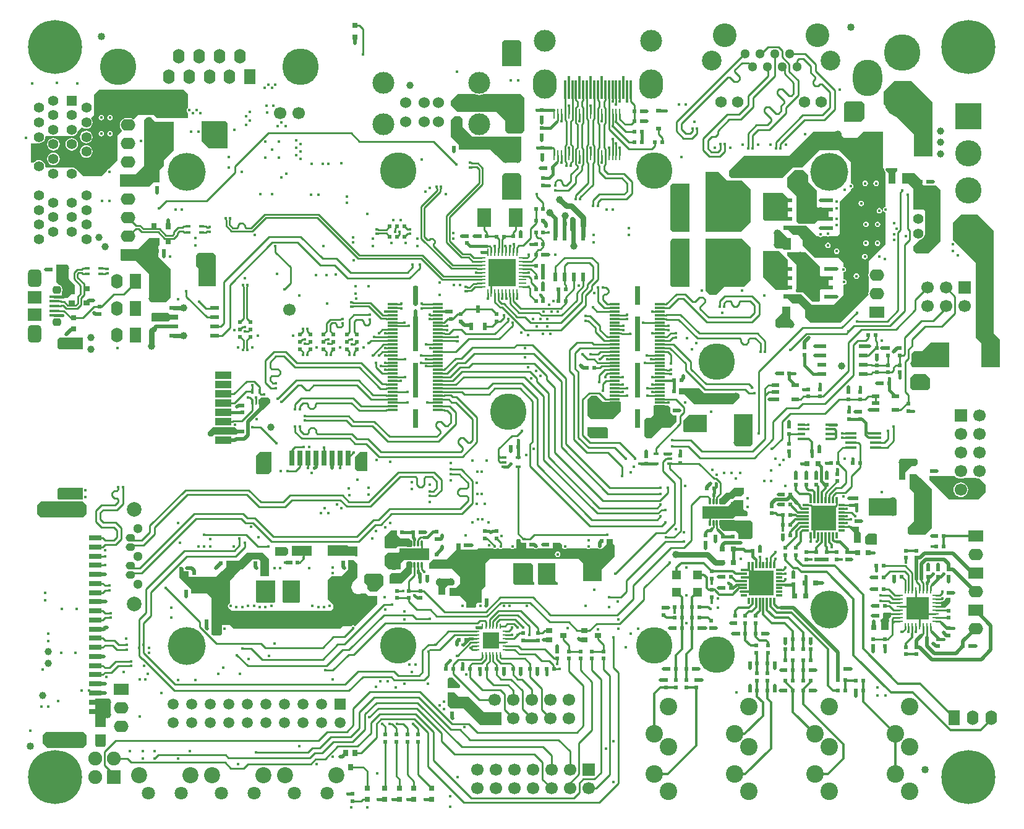
<source format=gtl>
%FSLAX44Y44*%
%MOMM*%
G71*
G01*
G75*
G04 Layer_Physical_Order=1*
G04 Layer_Color=255*
%ADD10R,0.2500X0.8000*%
%ADD11R,0.4000X0.6500*%
%ADD12R,0.3250X0.6500*%
%ADD13R,0.6000X0.5000*%
%ADD14R,1.2000X1.1500*%
%ADD15R,2.5000X3.3000*%
%ADD16R,1.8288X3.4290*%
%ADD17R,0.6400X4.7000*%
%ADD18R,0.6400X2.5400*%
%ADD19R,1.4500X0.3000*%
%ADD20R,0.8500X0.2800*%
%ADD21R,0.2800X0.8500*%
%ADD22R,3.1500X3.1500*%
%ADD23R,3.5000X3.5000*%
%ADD24R,0.8500X0.3000*%
%ADD25R,0.3000X0.8500*%
%ADD26R,3.5000X3.5000*%
%ADD27R,1.0400X0.3800*%
%ADD28R,1.0000X0.2800*%
%ADD29R,0.2800X1.0000*%
%ADD30R,3.7000X3.7000*%
%ADD31R,0.8000X0.2400*%
%ADD32R,0.2400X0.8000*%
%ADD33R,2.2000X2.2000*%
%ADD34R,1.0000X0.5500*%
%ADD35R,1.2000X0.5800*%
%ADD36R,0.5800X1.2000*%
%ADD37R,0.9000X0.7000*%
%ADD38R,0.7000X0.9000*%
%ADD39C,1.0160*%
%ADD40R,1.9000X2.6000*%
%ADD41R,0.2800X1.4000*%
%ADD42R,0.8000X0.8000*%
%ADD43R,0.7500X0.4000*%
%ADD44R,0.9000X1.2000*%
%ADD45R,0.9000X0.8000*%
%ADD46R,0.6858X0.5588*%
%ADD47R,0.5000X0.6000*%
%ADD48R,1.6000X0.3000*%
%ADD49R,2.3700X2.4300*%
%ADD50R,2.4300X2.3700*%
%ADD51R,1.6000X0.9000*%
%ADD52R,0.9000X1.6000*%
%ADD53R,0.9000X1.3000*%
%ADD54R,1.3000X0.9000*%
%ADD55R,0.8000X0.8000*%
%ADD56R,0.5000X0.5000*%
%ADD57R,0.5000X0.5000*%
%ADD58R,0.3000X2.6000*%
%ADD59R,0.6000X1.0500*%
%ADD60R,0.7000X0.2800*%
%ADD61R,2.3368X1.6500*%
%ADD62O,0.2800X0.8500*%
%ADD63R,1.2000X0.9000*%
%ADD64R,0.8000X0.9000*%
%ADD65R,2.7000X1.4000*%
%ADD66R,0.7000X2.0000*%
%ADD67R,1.2000X1.2000*%
%ADD68R,1.5000X2.6000*%
%ADD69R,1.0000X2.6000*%
%ADD70R,1.9000X1.8000*%
%ADD71R,1.3500X0.4000*%
%ADD72R,2.9500X1.5000*%
%ADD73R,2.3000X1.0000*%
%ADD74R,2.0000X1.2500*%
%ADD75R,1.7000X0.8000*%
%ADD76C,0.2500*%
%ADD77C,0.3000*%
%ADD78C,0.5000*%
%ADD79C,0.2800*%
%ADD80C,0.4000*%
%ADD81C,0.2400*%
%ADD82C,0.8000*%
%ADD83C,0.5800*%
%ADD84C,0.6000*%
%ADD85C,0.4300*%
%ADD86C,0.3500*%
%ADD87C,1.0000*%
%ADD88C,0.2830*%
%ADD89C,1.7000*%
%ADD90C,5.0000*%
%ADD91O,4.0000X5.0000*%
%ADD92R,1.7000X1.7000*%
%ADD93R,1.7000X1.7000*%
%ADD94C,7.4000*%
%ADD95C,5.2000*%
%ADD96C,1.4000*%
%ADD97R,1.4000X1.4000*%
%ADD98R,2.0000X1.6000*%
%ADD99O,2.0000X1.6000*%
%ADD100R,1.6000X2.0000*%
%ADD101O,1.6000X2.0000*%
%ADD102C,1.3000*%
%ADD103C,2.0000*%
%ADD104O,1.3000X1.1000*%
%ADD105C,2.4000*%
%ADD106O,1.6000X2.0000*%
%ADD107R,1.6000X2.0000*%
%ADD108C,1.9000*%
%ADD109R,1.9000X1.9000*%
%ADD110C,3.6000*%
%ADD111R,3.6000X3.6000*%
%ADD112C,1.8000*%
%ADD113C,2.2000*%
%ADD114C,2.7000*%
%ADD115C,3.2500*%
%ADD116C,1.5748*%
%ADD117C,3.0000*%
%ADD118C,1.5240*%
%ADD119O,3.3000X4.0000*%
%ADD120C,3.0000*%
G04:AMPARAMS|DCode=121|XSize=1.25mm|YSize=1.1mm|CornerRadius=0.462mm|HoleSize=0mm|Usage=FLASHONLY|Rotation=0.000|XOffset=0mm|YOffset=0mm|HoleType=Round|Shape=RoundedRectangle|*
%AMROUNDEDRECTD121*
21,1,1.2500,0.1760,0,0,0.0*
21,1,0.3260,1.1000,0,0,0.0*
1,1,0.9240,0.1630,-0.0880*
1,1,0.9240,-0.1630,-0.0880*
1,1,0.9240,-0.1630,0.0880*
1,1,0.9240,0.1630,0.0880*
%
%ADD121ROUNDEDRECTD121*%
G04:AMPARAMS|DCode=122|XSize=1.9mm|YSize=2.425mm|CornerRadius=0.57mm|HoleSize=0mm|Usage=FLASHONLY|Rotation=0.000|XOffset=0mm|YOffset=0mm|HoleType=Round|Shape=RoundedRectangle|*
%AMROUNDEDRECTD122*
21,1,1.9000,1.2850,0,0,0.0*
21,1,0.7600,2.4250,0,0,0.0*
1,1,1.1400,0.3800,-0.6425*
1,1,1.1400,-0.3800,-0.6425*
1,1,1.1400,-0.3800,0.6425*
1,1,1.1400,0.3800,0.6425*
%
%ADD122ROUNDEDRECTD122*%
%ADD123R,1.5000X1.5000*%
%ADD124C,1.5000*%
%ADD125C,0.4500*%
%ADD126C,1.0000*%
G36*
X1231000Y484000D02*
Y479000D01*
X1228000Y476000D01*
Y476000D01*
X1223000D01*
X1214000Y467000D01*
Y457000D01*
X1205000D01*
Y484000D01*
X1207000Y486000D01*
X1229000D01*
X1231000Y484000D01*
D02*
G37*
G36*
X1284000Y460000D02*
X1285114D01*
X1287390Y459058D01*
X1290000Y458714D01*
X1292610Y459058D01*
X1294886Y460000D01*
X1310514D01*
X1312789Y459058D01*
X1315269Y458731D01*
X1324000Y450000D01*
Y440000D01*
X1319000Y435000D01*
X1314000Y430000D01*
X1274000D01*
X1247000Y457000D01*
Y462000D01*
X1282000D01*
X1284000Y460000D01*
D02*
G37*
G36*
X346000Y469000D02*
X342000Y465000D01*
X326000D01*
X325000Y466000D01*
Y490000D01*
X330000Y495000D01*
X346000D01*
Y469000D01*
D02*
G37*
G36*
X1005000Y506000D02*
X1002000Y503000D01*
X982000D01*
X979000Y506000D01*
Y545000D01*
Y547000D01*
X1005000D01*
Y506000D01*
D02*
G37*
G36*
X477000Y469000D02*
X463000D01*
X460000Y472000D01*
Y482000D01*
Y488000D01*
X461000Y489000D01*
X467000Y495000D01*
X477000D01*
Y469000D01*
D02*
G37*
G36*
X88000Y430000D02*
X55000D01*
X53000Y432000D01*
Y444000D01*
X55000Y446000D01*
X88000D01*
Y430000D01*
D02*
G37*
G36*
X992000Y417000D02*
X994000Y415000D01*
X996000D01*
X997000Y414000D01*
X998000Y413000D01*
Y409000D01*
X996000Y407000D01*
X981000D01*
X978000Y404000D01*
X936000D01*
Y421000D01*
X971000D01*
X979000Y429000D01*
X992000D01*
Y417000D01*
D02*
G37*
G36*
X1234000Y460000D02*
X1250000Y444000D01*
Y391000D01*
X1241000Y382000D01*
X1219000D01*
X1217000Y384000D01*
Y391000D01*
X1226000Y400000D01*
Y439000D01*
X1220000Y445000D01*
Y465000D01*
X1229000D01*
X1234000Y460000D01*
D02*
G37*
G36*
X93000Y422500D02*
Y410500D01*
X88000Y405500D01*
X30000D01*
X25000Y410500D01*
Y422500D01*
X30000Y427500D01*
X88000D01*
X93000Y422500D01*
D02*
G37*
G36*
X993000Y445000D02*
Y438000D01*
X989000Y434000D01*
X981000D01*
X978000Y431000D01*
X975000D01*
X967000Y423000D01*
X961000D01*
X960000Y424000D01*
Y431000D01*
X968000Y439000D01*
X973000D01*
X980000Y446000D01*
X992000D01*
X993000Y445000D01*
D02*
G37*
G36*
X1202000Y430000D02*
Y410000D01*
X1200000Y408000D01*
X1164000D01*
Y432000D01*
X1200000D01*
X1202000Y430000D01*
D02*
G37*
G36*
X807000Y527000D02*
Y515000D01*
X806000Y514000D01*
X783000D01*
X779000Y518000D01*
Y529000D01*
X805000D01*
X807000Y527000D01*
D02*
G37*
G36*
X1274000Y611000D02*
X1224000D01*
X1222000Y613000D01*
Y629000D01*
X1226000Y633000D01*
X1237000D01*
X1249000Y645000D01*
X1274000D01*
Y611000D01*
D02*
G37*
G36*
X1248000Y596000D02*
Y583000D01*
X1245000Y580000D01*
X1224000D01*
X1221000Y583000D01*
Y597000D01*
X1221000D01*
X1226000Y602000D01*
X1242000D01*
X1248000Y596000D01*
D02*
G37*
G36*
X1335000Y798000D02*
Y657000D01*
X1343000Y649000D01*
Y611000D01*
X1318000D01*
Y644000D01*
X1310000Y652000D01*
Y754000D01*
X1282523Y781477D01*
X1281704Y782704D01*
X1280477Y783523D01*
X1279000Y785000D01*
Y809000D01*
X1290000Y820000D01*
X1313000D01*
X1335000Y798000D01*
D02*
G37*
G36*
X1056000Y678000D02*
X1061000Y673000D01*
X1061000Y667000D01*
X1059000Y665000D01*
X1039000D01*
X1036000Y668000D01*
Y676000D01*
X1045000Y685000D01*
Y694000D01*
X1056000D01*
Y678000D01*
D02*
G37*
G36*
X88000Y635500D02*
X56000D01*
X53000Y638500D01*
Y648500D01*
X56000Y651500D01*
X88000D01*
Y635500D01*
D02*
G37*
G36*
X938000Y576000D02*
X985000D01*
X987000Y574000D01*
Y569000D01*
X978000Y560000D01*
X925000Y560000D01*
X911000Y574000D01*
X904000D01*
Y582000D01*
X932000D01*
X938000Y576000D01*
D02*
G37*
G36*
X296000Y528977D02*
X296020Y528980D01*
X300000Y525000D01*
Y521000D01*
X298000Y519000D01*
X268000D01*
X265000Y516000D01*
X261000D01*
X259000Y518000D01*
Y522000D01*
X266000Y529000D01*
X295882D01*
X296000Y528977D01*
D02*
G37*
G36*
X888137Y558968D02*
X889255Y558745D01*
X892000Y556000D01*
Y549000D01*
X896000Y545000D01*
X901000D01*
Y537000D01*
X892000Y528000D01*
X880000D01*
X866000Y514000D01*
X860000D01*
X857000Y517000D01*
Y539000D01*
X860000Y542000D01*
X865000D01*
X869000Y546000D01*
Y559000D01*
X888089D01*
X888137Y558968D01*
D02*
G37*
G36*
X942000Y522000D02*
X912000D01*
X910000Y524000D01*
Y538000D01*
X918000Y546000D01*
X942000D01*
Y522000D01*
D02*
G37*
G36*
X344000Y567000D02*
Y563000D01*
X340000Y559000D01*
X334000Y553000D01*
X329000D01*
Y567000D01*
X332000Y570000D01*
X341000D01*
X344000Y567000D01*
D02*
G37*
G36*
X799000Y564000D02*
X824000D01*
Y551000D01*
X813000Y540000D01*
X784000D01*
X779000Y545000D01*
Y567000D01*
X784000Y572000D01*
X791000D01*
X799000Y564000D01*
D02*
G37*
G36*
X351000Y290000D02*
X350000Y289000D01*
X326000D01*
X325000Y290000D01*
Y319000D01*
X351000D01*
Y290000D01*
D02*
G37*
G36*
X1276000Y294000D02*
Y290000D01*
X1275000Y289000D01*
X1268000Y282000D01*
X1263000D01*
Y290000D01*
X1265000D01*
X1265976Y290977D01*
X1267204Y291796D01*
X1268023Y293023D01*
X1270000Y295000D01*
X1276000D01*
Y294000D01*
D02*
G37*
G36*
X385000Y290000D02*
X384000Y289000D01*
X362000D01*
X361000Y290000D01*
Y319000D01*
X385000D01*
Y290000D01*
D02*
G37*
G36*
X499000Y325000D02*
Y312000D01*
X490000Y304000D01*
X481000D01*
X477000Y308000D01*
Y312000D01*
X473000Y316000D01*
Y325000D01*
X476000Y328000D01*
X496000D01*
X499000Y325000D01*
D02*
G37*
G36*
X597000Y319000D02*
Y318000D01*
Y315000D01*
X596000Y314000D01*
X594000Y312000D01*
X587000D01*
X584000Y309000D01*
Y300000D01*
X575000D01*
Y311000D01*
X574000Y312000D01*
X571000Y315000D01*
Y319000D01*
X572000Y320000D01*
X574000Y322000D01*
X594000D01*
X597000Y319000D01*
D02*
G37*
G36*
X1194000Y270000D02*
X1191000Y267000D01*
Y251000D01*
X1181000D01*
Y266000D01*
X1183000Y268000D01*
Y274000D01*
X1184000Y275000D01*
X1194000D01*
Y270000D01*
D02*
G37*
G36*
X119000Y93000D02*
X117000Y91000D01*
X107000D01*
X105000Y93000D01*
Y108000D01*
X119000D01*
Y93000D01*
D02*
G37*
G36*
X93000Y107000D02*
Y95000D01*
X88000Y90000D01*
X39000D01*
X33000Y96000D01*
Y107000D01*
X38000Y112000D01*
X88000D01*
X93000Y107000D01*
D02*
G37*
G36*
X126000Y155000D02*
Y137000D01*
X119000Y130000D01*
Y127000D01*
Y118000D01*
X105000D01*
Y157000D01*
X124000D01*
X126000Y155000D01*
D02*
G37*
G36*
X604000Y176000D02*
Y173000D01*
X603000Y172000D01*
X587000D01*
Y184000D01*
X589000Y186000D01*
X594000D01*
X604000Y176000D01*
D02*
G37*
G36*
X603000Y160000D02*
X616000D01*
X637000Y139000D01*
X661000D01*
Y121000D01*
X632000D01*
X609000Y144000D01*
X591000D01*
X587000Y148000D01*
Y166000D01*
X597000D01*
X603000Y160000D01*
D02*
G37*
G36*
X704000Y340000D02*
Y318000D01*
X706000Y316000D01*
Y314000D01*
X705000Y313000D01*
X680000D01*
X677000Y316000D01*
Y343000D01*
X701000D01*
X704000Y340000D01*
D02*
G37*
G36*
X518000Y382000D02*
X523000Y377000D01*
X534000D01*
X538000Y373000D01*
Y366000D01*
X537000Y365000D01*
X532000D01*
X531000Y366000D01*
X519000D01*
X516000Y363000D01*
X503000D01*
X501000Y365000D01*
Y379000D01*
X510000Y388000D01*
X518000D01*
Y382000D01*
D02*
G37*
G36*
X813000Y370000D02*
X816000Y367000D01*
Y352000D01*
X798000Y334000D01*
Y318000D01*
X773000D01*
Y343000D01*
X767000Y349000D01*
X645000D01*
X639000Y343000D01*
X639000Y311000D01*
X634000Y306000D01*
Y289000D01*
X628000D01*
X626000Y287000D01*
Y283000D01*
X625000Y282000D01*
X614000D01*
X613000Y283000D01*
Y289000D01*
X604000Y298000D01*
X590000D01*
Y309000D01*
X598000D01*
X604000Y315000D01*
Y324000D01*
X593000Y335000D01*
X564000D01*
X562000Y337000D01*
Y343000D01*
X567000Y348000D01*
X576000D01*
X576000Y348000D01*
X586000Y348000D01*
X588000Y350000D01*
X599000Y361000D01*
Y370000D01*
X605000D01*
Y361000D01*
X627000D01*
X629000Y363000D01*
X649740D01*
X650537Y362468D01*
X652000Y362177D01*
X653463Y362468D01*
X654260Y363000D01*
X657740D01*
X658537Y362468D01*
X660000Y362177D01*
X661463Y362468D01*
X662260Y363000D01*
X673739D01*
X674537Y362467D01*
X676000Y362176D01*
X677463Y362467D01*
X678260Y363000D01*
X681000D01*
Y375000D01*
X682000Y376000D01*
X686000D01*
X687000Y375000D01*
Y372000D01*
X688000Y371000D01*
X695000D01*
Y363000D01*
X705290D01*
X706439Y362232D01*
X708000Y361921D01*
X709561Y362232D01*
X710710Y363000D01*
X731000D01*
Y371000D01*
X741000D01*
X744000Y368000D01*
Y363000D01*
X745740D01*
X746537Y362468D01*
X748000Y362177D01*
X749463Y362468D01*
X750260Y363000D01*
X777740D01*
X778537Y362468D01*
X780000Y362177D01*
X781463Y362468D01*
X782260Y363000D01*
X793290D01*
X794439Y362232D01*
X796000Y361921D01*
X797561Y362232D01*
X798710Y363000D01*
X799000D01*
X805000Y369000D01*
Y376000D01*
X813000D01*
Y370000D01*
D02*
G37*
G36*
X1175000Y381000D02*
Y369000D01*
X1175000D01*
X1174000Y368000D01*
X1161000D01*
X1159000Y370000D01*
Y379000D01*
X1163000Y383000D01*
X1173000D01*
X1175000Y381000D01*
D02*
G37*
G36*
X981000Y401000D02*
X1002000D01*
X1005000Y398000D01*
Y378000D01*
X1003000Y376000D01*
X985000D01*
Y383000D01*
X981000Y387000D01*
X965000D01*
X960000Y392000D01*
Y401000D01*
X961000Y402000D01*
X980000D01*
X981000Y401000D01*
D02*
G37*
G36*
X1142000Y393000D02*
X1150000D01*
Y392000D01*
Y387000D01*
X1153000Y384000D01*
Y383000D01*
Y371000D01*
X1144000D01*
Y384000D01*
X1139000Y389000D01*
X1137000Y391000D01*
Y394000D01*
X1141000D01*
X1142000Y393000D01*
D02*
G37*
G36*
X451000Y366000D02*
X463000D01*
X464000Y365000D01*
Y353000D01*
X423000D01*
Y367000D01*
X450000D01*
X451000Y366000D01*
D02*
G37*
G36*
X538000Y344000D02*
Y329000D01*
X524000Y315000D01*
X509000D01*
X508000Y316000D01*
Y327000D01*
X510000Y329000D01*
X522000D01*
X531000Y338000D01*
Y344000D01*
X532000Y345000D01*
X537000D01*
X538000Y344000D01*
D02*
G37*
G36*
X735000Y319000D02*
X738000Y316000D01*
Y314000D01*
X737000Y313000D01*
X713000D01*
X711000Y315000D01*
Y343000D01*
X735000D01*
Y319000D01*
D02*
G37*
G36*
X343000Y348000D02*
Y325000D01*
X331000D01*
Y346000D01*
X329000Y348000D01*
X320000D01*
X306000Y334000D01*
X304000D01*
X295000Y325000D01*
Y325000D01*
X289000Y319000D01*
Y287624D01*
X288537Y287532D01*
X287296Y286703D01*
X286468Y285463D01*
X286177Y284000D01*
X286468Y282537D01*
X287296Y281296D01*
X288537Y280467D01*
X289000Y280375D01*
Y280000D01*
X291000Y278000D01*
X428000D01*
X431000Y281000D01*
Y286000D01*
X423000Y294000D01*
Y320000D01*
X428000Y325000D01*
X442000D01*
X451000Y334000D01*
Y347000D01*
X459000D01*
X464000Y342000D01*
Y323000D01*
X457000Y316000D01*
Y315180D01*
X456702Y314791D01*
X455745Y312480D01*
X455418Y310000D01*
X455745Y307520D01*
X456702Y305209D01*
X458225Y303225D01*
X460209Y301702D01*
X460361Y301639D01*
X461000Y301000D01*
X461903D01*
X462520Y300744D01*
X465000Y300418D01*
X467480Y300744D01*
X468097Y301000D01*
X476000D01*
X479000Y298000D01*
X491000D01*
Y287000D01*
X460704Y256704D01*
X460704Y256704D01*
X459463Y257532D01*
X458000Y257823D01*
X456537Y257532D01*
X455296Y256704D01*
X454826Y256000D01*
X443000D01*
X440000Y253000D01*
X294000D01*
X289000Y258000D01*
X278000D01*
Y246000D01*
X276000Y244000D01*
X266000D01*
X264000Y246000D01*
Y295000D01*
X258000Y301000D01*
X236000D01*
X236000Y307000D01*
X220000Y323000D01*
Y337000D01*
X221000Y338000D01*
X224000D01*
X225934Y336066D01*
X225921Y336000D01*
X226000Y335605D01*
Y332000D01*
X229607D01*
X230000Y331922D01*
X233000D01*
Y324000D01*
X270000D01*
X278000Y332000D01*
X284000Y338000D01*
Y346000D01*
X301000D01*
X312000Y357000D01*
X334000D01*
X343000Y348000D01*
D02*
G37*
G36*
X369000Y362000D02*
Y356000D01*
X366000Y353000D01*
X351000D01*
Y365000D01*
X366000D01*
X369000Y362000D01*
D02*
G37*
G36*
X562000Y347000D02*
X527000D01*
X523000Y343000D01*
Y335000D01*
X522000Y334000D01*
X507000D01*
X501000Y340000D01*
Y353000D01*
X505000Y357000D01*
X520000D01*
X521000Y358000D01*
Y363000D01*
X562000D01*
Y347000D01*
D02*
G37*
G36*
X207000Y683000D02*
X218000D01*
Y676000D01*
X207000D01*
X205000Y674000D01*
X183000D01*
X182000Y675000D01*
Y685000D01*
X183000Y686000D01*
X204000D01*
X207000Y683000D01*
D02*
G37*
G36*
X918000Y797000D02*
X895000D01*
X892000Y800000D01*
Y829000D01*
Y860000D01*
X893000Y861000D01*
X895000Y863000D01*
X918000D01*
Y797000D01*
D02*
G37*
G36*
X970000Y867000D02*
X990000Y867000D01*
X1002000Y855000D01*
Y810000D01*
X989000Y797000D01*
X940000D01*
Y879000D01*
X958000D01*
X970000Y867000D01*
D02*
G37*
G36*
X1203000Y883000D02*
Y882000D01*
Y880000D01*
X1200000Y877000D01*
Y863000D01*
X1191000D01*
Y877000D01*
X1187000Y881000D01*
X1187000D01*
Y883000D01*
X1188000Y884000D01*
X1202000D01*
X1203000Y883000D01*
D02*
G37*
G36*
X608000Y951000D02*
Y944000D01*
Y940000D01*
X617000Y931000D01*
X621000Y927000D01*
X688000D01*
Y895000D01*
Y894000D01*
X685000Y891000D01*
X664000D01*
X653000Y902000D01*
X646000Y909000D01*
X603000D01*
Y916000D01*
X595000Y924000D01*
X592000Y927000D01*
Y948000D01*
Y950000D01*
X596000Y954000D01*
X597000Y955000D01*
X604000D01*
X608000Y951000D01*
D02*
G37*
G36*
X1158000Y972000D02*
Y952000D01*
X1153000Y947000D01*
X1130000D01*
Y972000D01*
X1133000Y975000D01*
X1155000D01*
X1158000Y972000D01*
D02*
G37*
G36*
X1251000Y974000D02*
Y900000D01*
X1226000D01*
Y930000D01*
X1220000Y936000D01*
X1212000Y944000D01*
X1204000Y952000D01*
X1204000D01*
X1184000Y972000D01*
Y988000D01*
X1199000Y1003000D01*
X1222000D01*
X1251000Y974000D01*
D02*
G37*
G36*
X286000Y945000D02*
Y911000D01*
X260000D01*
X250000Y921000D01*
Y948000D01*
X283000D01*
X286000Y945000D01*
D02*
G37*
G36*
X688000Y874000D02*
Y870000D01*
Y841000D01*
X662000D01*
Y874000D01*
X665000Y877000D01*
X685000D01*
X688000Y874000D01*
D02*
G37*
G36*
X187000Y947000D02*
X212000D01*
Y908000D01*
X199000Y895000D01*
Y887000D01*
X193000Y881000D01*
Y864000D01*
X184000D01*
X178000Y858000D01*
X139000D01*
Y875000D01*
X160000D01*
X172000Y887000D01*
Y950000D01*
X175000Y953000D01*
X181000D01*
X187000Y947000D01*
D02*
G37*
G36*
X1183000Y885000D02*
X1185313Y882687D01*
X1185177Y882000D01*
X1185468Y880537D01*
X1185732Y880141D01*
X1185852Y879852D01*
X1185852Y879852D01*
X1186073Y879631D01*
X1186296Y879296D01*
X1186631Y879073D01*
X1187000Y878704D01*
Y830823D01*
X1185537Y830532D01*
X1184296Y829704D01*
X1183468Y828463D01*
X1183177Y827000D01*
X1183468Y825537D01*
X1184296Y824296D01*
X1185537Y823468D01*
X1187000Y823177D01*
Y780000D01*
X1164000Y757000D01*
Y740097D01*
X1163745Y739480D01*
X1163418Y737000D01*
X1163745Y734520D01*
X1164000Y733903D01*
Y714697D01*
X1163745Y714080D01*
X1163418Y711600D01*
X1163556Y710555D01*
X1125000Y672000D01*
X1084000D01*
X1077000Y679000D01*
Y689000D01*
X1068000Y698000D01*
X1060000D01*
X1057000Y701000D01*
X1053000Y705000D01*
X1047000D01*
Y711000D01*
X1072000D01*
X1086000Y697000D01*
X1116000D01*
X1129000Y710000D01*
Y723587D01*
X1129773Y724222D01*
X1130000Y724177D01*
X1131463Y724468D01*
X1132704Y725296D01*
X1133532Y726537D01*
X1133823Y728000D01*
X1133532Y729463D01*
X1132704Y730704D01*
X1131463Y731532D01*
X1130000Y731824D01*
X1129773Y731778D01*
X1129000Y732413D01*
Y741177D01*
X1130463Y741468D01*
X1131704Y742296D01*
X1132532Y743537D01*
X1132823Y745000D01*
X1132532Y746463D01*
X1131704Y747704D01*
X1130463Y748532D01*
X1129000Y748823D01*
Y754000D01*
X1122000Y761000D01*
X1090000D01*
X1073000Y778000D01*
Y785000D01*
X1067000Y792000D01*
X1061000D01*
X1054000Y799000D01*
X1047000D01*
Y805000D01*
X1078000D01*
X1092000Y791000D01*
X1094826D01*
X1095296Y790296D01*
X1096537Y789468D01*
X1098000Y789177D01*
X1099463Y789468D01*
X1100704Y790296D01*
X1101174Y791000D01*
X1105740D01*
X1106537Y790468D01*
X1108000Y790177D01*
X1109463Y790468D01*
X1110260Y791000D01*
X1121000D01*
X1124000Y794000D01*
Y838000D01*
X1139000Y853000D01*
Y855176D01*
X1140463Y855468D01*
X1141704Y856296D01*
X1142532Y857537D01*
X1142823Y859000D01*
X1142532Y860463D01*
X1141704Y861704D01*
X1140463Y862532D01*
X1139000Y862823D01*
Y892000D01*
X1133000Y898000D01*
X1123000Y908000D01*
X1096000D01*
X1073000Y885000D01*
X1060000D01*
X1045000Y870000D01*
X976000D01*
X973000Y873000D01*
Y880000D01*
X994000Y901000D01*
X1055000D01*
X1088000Y934000D01*
X1125000D01*
X1127000Y932000D01*
Y928000D01*
X1130000Y925000D01*
X1148000D01*
X1157000Y934000D01*
X1183000D01*
Y885000D01*
D02*
G37*
G36*
X1081000Y874000D02*
Y865000D01*
X1093000Y853000D01*
Y831000D01*
X1094000Y830000D01*
X1109000D01*
Y812000D01*
X1094000D01*
X1090000Y808000D01*
X1068000D01*
X1065000Y811000D01*
Y845000D01*
X1052000Y858000D01*
Y871000D01*
X1062000Y881000D01*
X1074000D01*
X1081000Y874000D01*
D02*
G37*
G36*
X1053000Y843000D02*
Y812000D01*
X1021000D01*
X1019000Y814000D01*
Y850000D01*
X1046000D01*
X1053000Y843000D01*
D02*
G37*
G36*
X763000Y814000D02*
Y774000D01*
X757000D01*
Y797000D01*
X755000Y799000D01*
Y815000D01*
X757000Y817000D01*
X760000D01*
X763000Y814000D01*
D02*
G37*
G36*
X1053000Y758000D02*
Y717000D01*
X1037000D01*
X1019000Y735000D01*
Y770000D01*
X1041000D01*
X1053000Y758000D01*
D02*
G37*
G36*
X1097000Y749000D02*
Y737000D01*
X1098000Y736000D01*
X1109000Y736000D01*
Y718707D01*
X1108293Y718000D01*
X1098000Y718000D01*
X1097000Y717000D01*
Y703000D01*
X1095000Y701000D01*
X1087000D01*
X1074000Y714000D01*
X1065000D01*
Y751000D01*
X1052000Y764000D01*
Y769000D01*
X1077000D01*
X1097000Y749000D01*
D02*
G37*
G36*
X918000Y721000D02*
X895000D01*
X892000Y724000D01*
Y753000D01*
Y784000D01*
X893000Y785000D01*
X895000Y787000D01*
X918000D01*
Y721000D01*
D02*
G37*
G36*
X193000Y779000D02*
X191000Y777000D01*
Y763000D01*
X208000Y746000D01*
Y707000D01*
X201000Y700000D01*
X182000D01*
X178000Y703000D01*
Y739000D01*
X160000Y757000D01*
X140000D01*
Y773000D01*
X163000D01*
X178000Y788000D01*
X193000D01*
Y779000D01*
D02*
G37*
G36*
X68000Y750000D02*
Y732000D01*
X77000Y723000D01*
Y711000D01*
X72000D01*
X67000Y706000D01*
X59000D01*
Y713391D01*
X59395Y713982D01*
X59870Y716370D01*
Y718130D01*
X59395Y720518D01*
X58042Y722542D01*
X56018Y723895D01*
X54879Y724121D01*
X51000Y728000D01*
Y752000D01*
X66000D01*
X68000Y750000D01*
D02*
G37*
G36*
X1002000Y775000D02*
Y730000D01*
X993000Y721000D01*
X966000D01*
X955000Y710000D01*
X946000D01*
X940000Y716000D01*
Y787000D01*
X990000D01*
X1002000Y775000D01*
D02*
G37*
G36*
X270000Y764000D02*
Y722000D01*
X246000D01*
Y746000D01*
X243000Y750000D01*
Y764000D01*
X247000Y768000D01*
X266000D01*
X270000Y764000D01*
D02*
G37*
G36*
X1043000Y798000D02*
X1053000Y788000D01*
X1057000D01*
Y772000D01*
X1048000D01*
X1046000Y774000D01*
X1037000D01*
X1034000Y777000D01*
Y796000D01*
Y797000D01*
X1036000Y799000D01*
X1042000D01*
X1043000Y798000D01*
D02*
G37*
G36*
X1237000Y867000D02*
Y862000D01*
X1239000Y860000D01*
X1256000D01*
X1262000Y854000D01*
Y784000D01*
X1245000Y767000D01*
X1229000D01*
X1225000Y771000D01*
Y777000D01*
X1233643Y785643D01*
X1234219Y785719D01*
X1236287Y786575D01*
X1238062Y787938D01*
X1239425Y789713D01*
X1240281Y791781D01*
X1240357Y792357D01*
X1241000Y793000D01*
Y825000D01*
X1239000Y827000D01*
X1225000D01*
Y856000D01*
X1218000Y863000D01*
Y863000D01*
X1210000D01*
Y877000D01*
X1227000D01*
X1237000Y867000D01*
D02*
G37*
G36*
X232000Y985000D02*
Y966508D01*
X230796Y965704D01*
X229968Y964463D01*
X229677Y963000D01*
X229968Y961537D01*
X230796Y960296D01*
X232000Y959492D01*
Y952000D01*
X189000D01*
X184000Y957000D01*
X164000D01*
X157531Y950531D01*
X156791Y951098D01*
X154480Y952055D01*
X152000Y952382D01*
X148000D01*
X145520Y952055D01*
X143209Y951098D01*
X141224Y949575D01*
X139702Y947591D01*
X138744Y945280D01*
X138418Y942800D01*
X138744Y940320D01*
X139702Y938009D01*
X141224Y936024D01*
X141479Y935829D01*
X141562Y934562D01*
X135000Y928000D01*
Y894000D01*
X123780Y882780D01*
X122537Y882532D01*
X121297Y881704D01*
X120468Y880463D01*
X120220Y879220D01*
X114000Y873000D01*
X88000D01*
X78973Y882027D01*
X78562Y882562D01*
X78027Y882973D01*
X76000Y885000D01*
X73057D01*
X72500Y885073D01*
X71943Y885000D01*
X48057D01*
X47500Y885073D01*
X46943Y885000D01*
X36839D01*
X36002Y885955D01*
X36073Y886500D01*
X35781Y888719D01*
X34925Y890787D01*
X33562Y892562D01*
X31787Y893925D01*
X29719Y894781D01*
X27500Y895073D01*
X25281Y894781D01*
X23213Y893925D01*
X21438Y892562D01*
X20239Y891000D01*
X17000D01*
Y918000D01*
X26000D01*
X26110Y918110D01*
X27500Y917927D01*
X29719Y918219D01*
X31787Y919075D01*
X33562Y920438D01*
X34925Y922213D01*
X35781Y924281D01*
X36073Y926500D01*
X36002Y927045D01*
X36839Y928000D01*
X46943D01*
X47500Y927927D01*
X48057Y928000D01*
X71943D01*
X72500Y927927D01*
X73057Y928000D01*
X75000D01*
X75572Y928572D01*
X76787Y929075D01*
X78562Y930438D01*
X79925Y932213D01*
X80428Y933428D01*
X87004Y940004D01*
X88213Y939075D01*
X90281Y938219D01*
X92500Y937927D01*
X94719Y938219D01*
X96787Y939075D01*
X98562Y940438D01*
X99925Y942213D01*
X100781Y944281D01*
X101073Y946500D01*
X100781Y948719D01*
X99925Y950787D01*
X98996Y951996D01*
X103000Y956000D01*
Y984000D01*
X110000Y991000D01*
X226000D01*
X232000Y985000D01*
D02*
G37*
G36*
X688000Y1056400D02*
Y1052400D01*
Y1023400D01*
X662000D01*
Y1056400D01*
X665000Y1059400D01*
X685000D01*
X688000Y1056400D01*
D02*
G37*
G36*
X692000Y980000D02*
Y935000D01*
X688000Y931000D01*
X670000D01*
X666000Y935000D01*
Y949000D01*
X654000Y961000D01*
X601000D01*
X592000Y970000D01*
Y976000D01*
X601000Y985000D01*
X624626D01*
X627465Y984139D01*
X630700Y983820D01*
X633934Y984139D01*
X636773Y985000D01*
X687000D01*
X692000Y980000D01*
D02*
G37*
%LPC*%
G36*
X92500Y915073D02*
X90281Y914781D01*
X88213Y913925D01*
X86438Y912562D01*
X85075Y910787D01*
X84219Y908719D01*
X83927Y906500D01*
X84219Y904281D01*
X85075Y902213D01*
X86438Y900438D01*
X88213Y899075D01*
X90281Y898219D01*
X92500Y897927D01*
X94719Y898219D01*
X96787Y899075D01*
X98562Y900438D01*
X99925Y902213D01*
X100781Y904281D01*
X101073Y906500D01*
X100781Y908719D01*
X99925Y910787D01*
X98562Y912562D01*
X96787Y913925D01*
X94719Y914781D01*
X92500Y915073D01*
D02*
G37*
G36*
X47500Y925073D02*
X45281Y924781D01*
X43213Y923925D01*
X41438Y922562D01*
X40075Y920787D01*
X39219Y918719D01*
X38927Y916500D01*
X39219Y914281D01*
X40075Y912213D01*
X41438Y910438D01*
X43213Y909075D01*
X45281Y908219D01*
X47500Y907927D01*
X49719Y908219D01*
X51787Y909075D01*
X53562Y910438D01*
X54925Y912213D01*
X55781Y914281D01*
X56073Y916500D01*
X55781Y918719D01*
X54925Y920787D01*
X53562Y922562D01*
X51787Y923925D01*
X49719Y924781D01*
X47500Y925073D01*
D02*
G37*
G36*
X72500D02*
X70281Y924781D01*
X68213Y923925D01*
X66438Y922562D01*
X65075Y920787D01*
X64219Y918719D01*
X63927Y916500D01*
X64219Y914281D01*
X65075Y912213D01*
X66438Y910438D01*
X68213Y909075D01*
X70281Y908219D01*
X72500Y907927D01*
X74719Y908219D01*
X76787Y909075D01*
X78562Y910438D01*
X79925Y912213D01*
X80781Y914281D01*
X81073Y916500D01*
X80781Y918719D01*
X79925Y920787D01*
X78562Y922562D01*
X76787Y923925D01*
X74719Y924781D01*
X72500Y925073D01*
D02*
G37*
G36*
X113000Y956823D02*
X111537Y956532D01*
X110296Y955704D01*
X109468Y954463D01*
X109177Y953000D01*
X109468Y951537D01*
X110296Y950296D01*
X111537Y949468D01*
X113000Y949176D01*
X114463Y949468D01*
X115704Y950296D01*
X116532Y951537D01*
X116824Y953000D01*
X116532Y954463D01*
X115704Y955704D01*
X114463Y956532D01*
X113000Y956823D01*
D02*
G37*
G36*
X125000D02*
X123537Y956532D01*
X122296Y955704D01*
X121468Y954463D01*
X121177Y953000D01*
X121468Y951537D01*
X122296Y950296D01*
X123537Y949468D01*
X125000Y949176D01*
X126463Y949468D01*
X127704Y950296D01*
X128532Y951537D01*
X128823Y953000D01*
X128532Y954463D01*
X127704Y955704D01*
X126463Y956532D01*
X125000Y956823D01*
D02*
G37*
G36*
Y934823D02*
X123537Y934532D01*
X122296Y933704D01*
X121468Y932463D01*
X121177Y931000D01*
X121468Y929537D01*
X122296Y928296D01*
X123537Y927468D01*
X125000Y927177D01*
X126463Y927468D01*
X127704Y928296D01*
X128532Y929537D01*
X128823Y931000D01*
X128532Y932463D01*
X127704Y933704D01*
X126463Y934532D01*
X125000Y934823D01*
D02*
G37*
G36*
X92500Y935073D02*
X90281Y934781D01*
X88213Y933925D01*
X86438Y932562D01*
X85075Y930787D01*
X84219Y928719D01*
X83927Y926500D01*
X84219Y924281D01*
X85075Y922213D01*
X86438Y920438D01*
X88213Y919075D01*
X90281Y918219D01*
X92500Y917927D01*
X94719Y918219D01*
X96787Y919075D01*
X98562Y920438D01*
X99925Y922213D01*
X100781Y924281D01*
X101073Y926500D01*
X100781Y928719D01*
X99925Y930787D01*
X98562Y932562D01*
X96787Y933925D01*
X94719Y934781D01*
X92500Y935073D01*
D02*
G37*
G36*
X113000Y934823D02*
X111537Y934532D01*
X110296Y933704D01*
X109468Y932463D01*
X109177Y931000D01*
X109468Y929537D01*
X110296Y928296D01*
X111537Y927468D01*
X113000Y927177D01*
X114463Y927468D01*
X115704Y928296D01*
X116532Y929537D01*
X116824Y931000D01*
X116532Y932463D01*
X115704Y933704D01*
X114463Y934532D01*
X113000Y934823D01*
D02*
G37*
G36*
X1160000Y784823D02*
X1158537Y784532D01*
X1157296Y783704D01*
X1156468Y782463D01*
X1156177Y781000D01*
X1156468Y779537D01*
X1157296Y778296D01*
X1158537Y777468D01*
X1160000Y777177D01*
X1161463Y777468D01*
X1162704Y778296D01*
X1163532Y779537D01*
X1163823Y781000D01*
X1163532Y782463D01*
X1162704Y783704D01*
X1161463Y784532D01*
X1160000Y784823D01*
D02*
G37*
G36*
X1176000D02*
X1174537Y784532D01*
X1173296Y783704D01*
X1172468Y782463D01*
X1172177Y781000D01*
X1172468Y779537D01*
X1173296Y778296D01*
X1174537Y777468D01*
X1176000Y777177D01*
X1177463Y777468D01*
X1178704Y778296D01*
X1179532Y779537D01*
X1179823Y781000D01*
X1179532Y782463D01*
X1178704Y783704D01*
X1177463Y784532D01*
X1176000Y784823D01*
D02*
G37*
G36*
X1290000Y453486D02*
X1287390Y453143D01*
X1284957Y452135D01*
X1282868Y450532D01*
X1281265Y448443D01*
X1280257Y446011D01*
X1279914Y443400D01*
X1280257Y440789D01*
X1281265Y438357D01*
X1282868Y436268D01*
X1284957Y434665D01*
X1287390Y433657D01*
X1290000Y433314D01*
X1292610Y433657D01*
X1295043Y434665D01*
X1297132Y436268D01*
X1298735Y438357D01*
X1299743Y440789D01*
X1300086Y443400D01*
X1299743Y446011D01*
X1298735Y448443D01*
X1297132Y450532D01*
X1295043Y452135D01*
X1292610Y453143D01*
X1290000Y453486D01*
D02*
G37*
G36*
X1108000Y781823D02*
X1106537Y781532D01*
X1105296Y780704D01*
X1104468Y779463D01*
X1104176Y778000D01*
X1104468Y776537D01*
X1105296Y775296D01*
X1106537Y774468D01*
X1108000Y774177D01*
X1109463Y774468D01*
X1110704Y775296D01*
X1111532Y776537D01*
X1111823Y778000D01*
X1111532Y779463D01*
X1110704Y780704D01*
X1109463Y781532D01*
X1108000Y781823D01*
D02*
G37*
G36*
X1147000Y739823D02*
X1145537Y739532D01*
X1144296Y738704D01*
X1143468Y737463D01*
X1143177Y736000D01*
X1143468Y734537D01*
X1144296Y733296D01*
X1145537Y732468D01*
X1147000Y732177D01*
X1148463Y732468D01*
X1149704Y733296D01*
X1150532Y734537D01*
X1150823Y736000D01*
X1150532Y737463D01*
X1149704Y738704D01*
X1148463Y739532D01*
X1147000Y739823D01*
D02*
G37*
G36*
X1158500Y766323D02*
X1157037Y766032D01*
X1155796Y765204D01*
X1154968Y763963D01*
X1154677Y762500D01*
X1154968Y761037D01*
X1155796Y759796D01*
X1157037Y758968D01*
X1158500Y758677D01*
X1159963Y758968D01*
X1161204Y759796D01*
X1162032Y761037D01*
X1162324Y762500D01*
X1162032Y763963D01*
X1161204Y765204D01*
X1159963Y766032D01*
X1158500Y766323D01*
D02*
G37*
G36*
X1120000Y773823D02*
X1118537Y773532D01*
X1117296Y772704D01*
X1116468Y771463D01*
X1116177Y770000D01*
X1116468Y768537D01*
X1117296Y767296D01*
X1118537Y766468D01*
X1120000Y766177D01*
X1121463Y766468D01*
X1122704Y767296D01*
X1123532Y768537D01*
X1123823Y770000D01*
X1123532Y771463D01*
X1122704Y772704D01*
X1121463Y773532D01*
X1120000Y773823D01*
D02*
G37*
G36*
X1176000Y810823D02*
X1174537Y810532D01*
X1173296Y809704D01*
X1172468Y808463D01*
X1172177Y807000D01*
X1172468Y805537D01*
X1173296Y804296D01*
X1174537Y803468D01*
X1176000Y803176D01*
X1177463Y803468D01*
X1178704Y804296D01*
X1179532Y805537D01*
X1179823Y807000D01*
X1179532Y808463D01*
X1178704Y809704D01*
X1177463Y810532D01*
X1176000Y810823D01*
D02*
G37*
G36*
X1174000Y866823D02*
X1172537Y866532D01*
X1171296Y865704D01*
X1170468Y864463D01*
X1170177Y863000D01*
X1170468Y861537D01*
X1171296Y860296D01*
X1172537Y859468D01*
X1174000Y859176D01*
X1175463Y859468D01*
X1176704Y860296D01*
X1177532Y861537D01*
X1177823Y863000D01*
X1177532Y864463D01*
X1176704Y865704D01*
X1175463Y866532D01*
X1174000Y866823D01*
D02*
G37*
G36*
X47500Y905073D02*
X45281Y904781D01*
X43213Y903925D01*
X41438Y902562D01*
X40075Y900787D01*
X39219Y898719D01*
X38927Y896500D01*
X39219Y894281D01*
X40075Y892213D01*
X41438Y890438D01*
X43213Y889075D01*
X45281Y888219D01*
X47500Y887927D01*
X49719Y888219D01*
X51787Y889075D01*
X53562Y890438D01*
X54925Y892213D01*
X55781Y894281D01*
X56073Y896500D01*
X55781Y898719D01*
X54925Y900787D01*
X53562Y902562D01*
X51787Y903925D01*
X49719Y904781D01*
X47500Y905073D01*
D02*
G37*
G36*
X738000Y358823D02*
X736537Y358532D01*
X735296Y357704D01*
X734468Y356463D01*
X734177Y355000D01*
X734468Y353537D01*
X735296Y352296D01*
X736537Y351468D01*
X738000Y351177D01*
X739463Y351468D01*
X740704Y352296D01*
X741532Y353537D01*
X741823Y355000D01*
X741532Y356463D01*
X740704Y357704D01*
X739463Y358532D01*
X738000Y358823D01*
D02*
G37*
G36*
X1159000Y866823D02*
X1157537Y866532D01*
X1156296Y865704D01*
X1155468Y864463D01*
X1155177Y863000D01*
X1155468Y861537D01*
X1156296Y860296D01*
X1157537Y859468D01*
X1159000Y859176D01*
X1160463Y859468D01*
X1161704Y860296D01*
X1162532Y861537D01*
X1162823Y863000D01*
X1162532Y864463D01*
X1161704Y865704D01*
X1160463Y866532D01*
X1159000Y866823D01*
D02*
G37*
G36*
X1160000Y810823D02*
X1158537Y810532D01*
X1157296Y809704D01*
X1156468Y808463D01*
X1156177Y807000D01*
X1156468Y805537D01*
X1157296Y804296D01*
X1158537Y803468D01*
X1160000Y803177D01*
X1161463Y803468D01*
X1162704Y804296D01*
X1163532Y805537D01*
X1163823Y807000D01*
X1163532Y808463D01*
X1162704Y809704D01*
X1161463Y810532D01*
X1160000Y810823D01*
D02*
G37*
G36*
X1178500Y829323D02*
X1177037Y829032D01*
X1175796Y828204D01*
X1174968Y826963D01*
X1174677Y825500D01*
X1174968Y824037D01*
X1175796Y822796D01*
X1177037Y821968D01*
X1178500Y821677D01*
X1179963Y821968D01*
X1181204Y822796D01*
X1182032Y824037D01*
X1182323Y825500D01*
X1182032Y826963D01*
X1181204Y828204D01*
X1179963Y829032D01*
X1178500Y829323D01*
D02*
G37*
G36*
X1153500Y839323D02*
X1152037Y839032D01*
X1150797Y838204D01*
X1149968Y836963D01*
X1149677Y835500D01*
X1149968Y834037D01*
X1150797Y832796D01*
X1152037Y831968D01*
X1153500Y831676D01*
X1154963Y831968D01*
X1156204Y832796D01*
X1157032Y834037D01*
X1157324Y835500D01*
X1157032Y836963D01*
X1156204Y838204D01*
X1154963Y839032D01*
X1153500Y839323D01*
D02*
G37*
%LPD*%
D10*
X325000Y562749D02*
D03*
D11*
X330000Y578499D02*
D03*
X320000D02*
D03*
D12*
X330380Y563499D02*
D03*
X319620D02*
D03*
D13*
X449000Y636000D02*
D03*
Y646000D02*
D03*
X614000Y791000D02*
D03*
Y781000D02*
D03*
X638000Y387000D02*
D03*
Y377000D02*
D03*
X654000Y387000D02*
D03*
Y377000D02*
D03*
X1097000Y581000D02*
D03*
Y571000D02*
D03*
X1081000Y581000D02*
D03*
Y571000D02*
D03*
X1273000Y334000D02*
D03*
Y324000D02*
D03*
X769000Y222000D02*
D03*
Y212000D02*
D03*
X753000Y222000D02*
D03*
Y212000D02*
D03*
X785000Y222000D02*
D03*
Y212000D02*
D03*
X801000Y222000D02*
D03*
Y212000D02*
D03*
X654000Y674000D02*
D03*
Y684000D02*
D03*
X906000Y490000D02*
D03*
Y480000D02*
D03*
X1055000Y530000D02*
D03*
Y520000D02*
D03*
Y496000D02*
D03*
Y506000D02*
D03*
X457000Y17000D02*
D03*
Y27000D02*
D03*
X1026000Y220000D02*
D03*
Y230000D02*
D03*
X1010000Y220000D02*
D03*
Y230000D02*
D03*
X948000Y264000D02*
D03*
Y254000D02*
D03*
X883000Y272000D02*
D03*
Y282000D02*
D03*
X111000Y684000D02*
D03*
Y694000D02*
D03*
X303000Y653000D02*
D03*
Y663000D02*
D03*
Y673000D02*
D03*
Y663000D02*
D03*
X317000Y653000D02*
D03*
Y663000D02*
D03*
Y673000D02*
D03*
Y663000D02*
D03*
X1190000Y637000D02*
D03*
Y627000D02*
D03*
Y604000D02*
D03*
Y614000D02*
D03*
X1206000Y627000D02*
D03*
Y637000D02*
D03*
Y604000D02*
D03*
Y614000D02*
D03*
X1076000Y638000D02*
D03*
Y628000D02*
D03*
X1218000Y551000D02*
D03*
Y561000D02*
D03*
X718000Y860000D02*
D03*
Y870000D02*
D03*
X1170000Y239000D02*
D03*
Y229000D02*
D03*
X1186000Y229000D02*
D03*
Y239000D02*
D03*
X1031000Y421000D02*
D03*
Y411000D02*
D03*
X547000Y98000D02*
D03*
Y108000D02*
D03*
X532000Y98000D02*
D03*
Y108000D02*
D03*
X517000Y98000D02*
D03*
Y108000D02*
D03*
X502000Y98000D02*
D03*
Y108000D02*
D03*
X385000Y636000D02*
D03*
Y646000D02*
D03*
Y656000D02*
D03*
Y646000D02*
D03*
X399000Y636000D02*
D03*
Y646000D02*
D03*
Y656000D02*
D03*
Y646000D02*
D03*
X417000Y636000D02*
D03*
Y646000D02*
D03*
Y656000D02*
D03*
Y646000D02*
D03*
X431000Y636000D02*
D03*
Y646000D02*
D03*
Y656000D02*
D03*
Y646000D02*
D03*
X449000Y656000D02*
D03*
Y646000D02*
D03*
X463000Y636000D02*
D03*
Y646000D02*
D03*
Y656000D02*
D03*
Y646000D02*
D03*
X550000Y295000D02*
D03*
Y305000D02*
D03*
X534000Y295000D02*
D03*
Y305000D02*
D03*
X1137000Y550000D02*
D03*
Y540000D02*
D03*
X1121000Y465000D02*
D03*
Y455000D02*
D03*
X1152000Y577000D02*
D03*
Y567000D02*
D03*
X1136000Y567000D02*
D03*
Y577000D02*
D03*
X737000Y212000D02*
D03*
Y222000D02*
D03*
X711000Y237000D02*
D03*
Y247000D02*
D03*
X518000Y295000D02*
D03*
Y305000D02*
D03*
X691000Y237000D02*
D03*
Y247000D02*
D03*
D14*
X901000Y326750D02*
D03*
Y303250D02*
D03*
X929000Y326750D02*
D03*
Y303250D02*
D03*
D15*
X1169500Y917000D02*
D03*
X1238500D02*
D03*
X1261500Y628000D02*
D03*
X1330500D02*
D03*
D16*
X1028686Y752000D02*
D03*
X973314D02*
D03*
Y832000D02*
D03*
X1028686D02*
D03*
D17*
X543000Y656750D02*
D03*
Y593250D02*
D03*
X847000Y656750D02*
D03*
Y593250D02*
D03*
D18*
X543000Y709450D02*
D03*
Y540550D02*
D03*
X847000Y709450D02*
D03*
Y540550D02*
D03*
D19*
X512100Y697500D02*
D03*
Y692500D02*
D03*
Y687500D02*
D03*
Y682500D02*
D03*
Y677500D02*
D03*
Y672500D02*
D03*
Y667500D02*
D03*
Y662500D02*
D03*
Y657500D02*
D03*
Y652500D02*
D03*
Y647500D02*
D03*
Y642500D02*
D03*
Y637500D02*
D03*
Y632500D02*
D03*
Y627500D02*
D03*
Y622500D02*
D03*
Y617500D02*
D03*
Y612500D02*
D03*
Y607500D02*
D03*
Y602500D02*
D03*
Y597500D02*
D03*
Y592500D02*
D03*
Y587500D02*
D03*
Y582500D02*
D03*
Y577500D02*
D03*
Y572500D02*
D03*
Y567500D02*
D03*
Y562500D02*
D03*
Y557500D02*
D03*
Y552500D02*
D03*
X573900Y697500D02*
D03*
Y692500D02*
D03*
Y687500D02*
D03*
Y682500D02*
D03*
Y677500D02*
D03*
Y672500D02*
D03*
Y667500D02*
D03*
Y662500D02*
D03*
Y657500D02*
D03*
Y652500D02*
D03*
Y647500D02*
D03*
Y642500D02*
D03*
Y637500D02*
D03*
Y632500D02*
D03*
Y627500D02*
D03*
Y622500D02*
D03*
Y617500D02*
D03*
Y612500D02*
D03*
Y607500D02*
D03*
Y602500D02*
D03*
Y597500D02*
D03*
Y592500D02*
D03*
Y587500D02*
D03*
Y582500D02*
D03*
Y577500D02*
D03*
Y572500D02*
D03*
Y567500D02*
D03*
Y562500D02*
D03*
Y557500D02*
D03*
Y552500D02*
D03*
X816100Y697500D02*
D03*
Y692500D02*
D03*
Y687500D02*
D03*
Y682500D02*
D03*
Y677500D02*
D03*
Y672500D02*
D03*
Y667500D02*
D03*
Y662500D02*
D03*
Y657500D02*
D03*
Y652500D02*
D03*
Y647500D02*
D03*
Y642500D02*
D03*
Y637500D02*
D03*
Y632500D02*
D03*
Y627500D02*
D03*
Y622500D02*
D03*
Y617500D02*
D03*
Y612500D02*
D03*
Y607500D02*
D03*
Y602500D02*
D03*
Y597500D02*
D03*
Y592500D02*
D03*
Y587500D02*
D03*
Y582500D02*
D03*
Y577500D02*
D03*
Y572500D02*
D03*
Y567500D02*
D03*
Y562500D02*
D03*
Y557500D02*
D03*
Y552500D02*
D03*
X877900Y697500D02*
D03*
Y692500D02*
D03*
Y687500D02*
D03*
Y682500D02*
D03*
Y677500D02*
D03*
Y672500D02*
D03*
Y667500D02*
D03*
Y662500D02*
D03*
Y657500D02*
D03*
Y652500D02*
D03*
Y647500D02*
D03*
Y642500D02*
D03*
Y637500D02*
D03*
Y632500D02*
D03*
Y627500D02*
D03*
Y622500D02*
D03*
Y617500D02*
D03*
Y612500D02*
D03*
Y607500D02*
D03*
Y602500D02*
D03*
Y597500D02*
D03*
Y592500D02*
D03*
Y587500D02*
D03*
Y582500D02*
D03*
Y577500D02*
D03*
Y572500D02*
D03*
Y567500D02*
D03*
Y562500D02*
D03*
Y557500D02*
D03*
Y552500D02*
D03*
D20*
X1206250Y263500D02*
D03*
Y268500D02*
D03*
Y273500D02*
D03*
Y278500D02*
D03*
Y283500D02*
D03*
Y288500D02*
D03*
Y293500D02*
D03*
Y298500D02*
D03*
X1255750D02*
D03*
Y293500D02*
D03*
Y288500D02*
D03*
Y283500D02*
D03*
Y278500D02*
D03*
Y273500D02*
D03*
Y268500D02*
D03*
Y263500D02*
D03*
D21*
X1213500Y305750D02*
D03*
X1218500D02*
D03*
X1223500D02*
D03*
X1228500D02*
D03*
X1233500D02*
D03*
X1238500D02*
D03*
X1243500D02*
D03*
X1248500D02*
D03*
Y256250D02*
D03*
X1243500D02*
D03*
X1238500D02*
D03*
X1233500D02*
D03*
X1228500D02*
D03*
X1223500D02*
D03*
X1218500D02*
D03*
X1213500D02*
D03*
D22*
X1231000Y281000D02*
D03*
D23*
X1017000Y316000D02*
D03*
D24*
X992500Y333500D02*
D03*
Y328500D02*
D03*
Y323500D02*
D03*
Y318500D02*
D03*
Y313500D02*
D03*
Y308500D02*
D03*
Y303500D02*
D03*
Y298500D02*
D03*
X1041500D02*
D03*
Y303500D02*
D03*
Y308500D02*
D03*
Y313500D02*
D03*
Y318500D02*
D03*
Y323500D02*
D03*
Y328500D02*
D03*
Y333500D02*
D03*
X1077500Y422500D02*
D03*
Y417500D02*
D03*
Y412500D02*
D03*
Y407500D02*
D03*
Y402500D02*
D03*
Y397500D02*
D03*
Y392500D02*
D03*
Y387500D02*
D03*
X1126500D02*
D03*
Y392500D02*
D03*
Y397500D02*
D03*
Y402500D02*
D03*
Y407500D02*
D03*
Y412500D02*
D03*
Y417500D02*
D03*
Y422500D02*
D03*
D25*
X999500Y291500D02*
D03*
X1004500D02*
D03*
X1009500D02*
D03*
X1014500D02*
D03*
X1019500D02*
D03*
X1024500D02*
D03*
X1029500D02*
D03*
X1034500D02*
D03*
Y340500D02*
D03*
X1029500D02*
D03*
X1024500D02*
D03*
X1019500D02*
D03*
X1014500D02*
D03*
X1009500D02*
D03*
X1004500D02*
D03*
X999500D02*
D03*
X1119500Y429500D02*
D03*
X1114500D02*
D03*
X1109500D02*
D03*
X1104500D02*
D03*
X1099500D02*
D03*
X1094500D02*
D03*
X1089500D02*
D03*
X1084500D02*
D03*
Y380500D02*
D03*
X1089500D02*
D03*
X1094500D02*
D03*
X1099500D02*
D03*
X1104500D02*
D03*
X1109500D02*
D03*
X1114500D02*
D03*
X1119500D02*
D03*
D26*
X1102000Y405000D02*
D03*
D27*
X1072000Y532750D02*
D03*
Y526250D02*
D03*
Y519750D02*
D03*
Y513250D02*
D03*
X1110000Y532750D02*
D03*
Y526250D02*
D03*
Y519750D02*
D03*
Y513250D02*
D03*
D28*
X634000Y761000D02*
D03*
Y756000D02*
D03*
Y751000D02*
D03*
Y746000D02*
D03*
Y741000D02*
D03*
Y736000D02*
D03*
Y731000D02*
D03*
Y726000D02*
D03*
Y721000D02*
D03*
X690000D02*
D03*
Y726000D02*
D03*
Y731000D02*
D03*
Y736000D02*
D03*
Y741000D02*
D03*
Y746000D02*
D03*
Y751000D02*
D03*
Y756000D02*
D03*
Y761000D02*
D03*
D29*
X642000Y713000D02*
D03*
X647000D02*
D03*
X652000D02*
D03*
X657000D02*
D03*
X662000D02*
D03*
X667000D02*
D03*
X672000D02*
D03*
X677000D02*
D03*
X682000D02*
D03*
Y769000D02*
D03*
X677000D02*
D03*
X672000D02*
D03*
X667000D02*
D03*
X662000D02*
D03*
X657000D02*
D03*
X652000D02*
D03*
X647000D02*
D03*
X642000D02*
D03*
D30*
X662000Y741000D02*
D03*
D31*
X627500Y224500D02*
D03*
Y229500D02*
D03*
Y234500D02*
D03*
Y239500D02*
D03*
Y244500D02*
D03*
Y249500D02*
D03*
X666500D02*
D03*
Y244500D02*
D03*
Y239500D02*
D03*
Y234500D02*
D03*
Y229500D02*
D03*
Y224500D02*
D03*
D32*
X634500Y256500D02*
D03*
X639500D02*
D03*
X644500D02*
D03*
X649500D02*
D03*
X654500D02*
D03*
X659500D02*
D03*
Y217500D02*
D03*
X654500D02*
D03*
X649500D02*
D03*
X644500D02*
D03*
X639500D02*
D03*
X634500D02*
D03*
D33*
X647000Y237000D02*
D03*
D34*
X1063500Y567500D02*
D03*
Y586500D02*
D03*
X1036500Y567500D02*
D03*
Y577000D02*
D03*
Y586500D02*
D03*
X1200500Y552500D02*
D03*
Y571500D02*
D03*
X1173500Y552500D02*
D03*
Y562000D02*
D03*
Y571500D02*
D03*
D35*
X268000Y653950D02*
D03*
Y666650D02*
D03*
Y679350D02*
D03*
Y692050D02*
D03*
X212000Y653950D02*
D03*
Y666650D02*
D03*
Y679350D02*
D03*
Y692050D02*
D03*
X1156000Y601950D02*
D03*
Y614650D02*
D03*
Y627350D02*
D03*
Y640050D02*
D03*
X1100000Y601950D02*
D03*
Y614650D02*
D03*
Y627350D02*
D03*
Y640050D02*
D03*
X1109000Y707950D02*
D03*
Y720650D02*
D03*
Y733350D02*
D03*
Y746050D02*
D03*
X1053000Y707950D02*
D03*
Y720650D02*
D03*
Y733350D02*
D03*
Y746050D02*
D03*
X1109000Y801950D02*
D03*
Y814650D02*
D03*
Y827350D02*
D03*
Y840050D02*
D03*
X1053000Y801950D02*
D03*
Y814650D02*
D03*
Y827350D02*
D03*
Y840050D02*
D03*
D36*
X734950Y735000D02*
D03*
X747650D02*
D03*
X760350D02*
D03*
X773050D02*
D03*
X734950Y791000D02*
D03*
X747650D02*
D03*
X760350D02*
D03*
X773050D02*
D03*
D37*
X726500Y250500D02*
D03*
Y237500D02*
D03*
X745500Y244000D02*
D03*
X774500Y250500D02*
D03*
Y237500D02*
D03*
X793500Y244000D02*
D03*
D38*
X460500Y82500D02*
D03*
X447500D02*
D03*
X454000Y63500D02*
D03*
D39*
X16000Y92000D02*
D03*
X1139000Y1077000D02*
D03*
X1241000Y60000D02*
D03*
X113000Y1064000D02*
D03*
D40*
X680500Y816000D02*
D03*
X637500D02*
D03*
D41*
X733000Y901500D02*
D03*
X738000D02*
D03*
X743000D02*
D03*
X748000D02*
D03*
X753000D02*
D03*
X758000D02*
D03*
X763000D02*
D03*
X768000D02*
D03*
X773000D02*
D03*
X778000D02*
D03*
X783000D02*
D03*
X788000D02*
D03*
X793000D02*
D03*
X798000D02*
D03*
X803000D02*
D03*
X808000D02*
D03*
X813000D02*
D03*
X818000D02*
D03*
X823000D02*
D03*
X733000Y958500D02*
D03*
X738000D02*
D03*
X743000D02*
D03*
X748000D02*
D03*
X753000D02*
D03*
X758000D02*
D03*
X763000D02*
D03*
X768000D02*
D03*
X773000D02*
D03*
X778000D02*
D03*
X783000D02*
D03*
X788000D02*
D03*
X793000D02*
D03*
X798000D02*
D03*
X803000D02*
D03*
X808000D02*
D03*
X813000D02*
D03*
X818000D02*
D03*
X823000D02*
D03*
D42*
X541000Y35000D02*
D03*
Y19000D02*
D03*
X477000Y35000D02*
D03*
Y19000D02*
D03*
X460000Y1063000D02*
D03*
Y1079000D02*
D03*
X565000Y35000D02*
D03*
Y19000D02*
D03*
X521000Y35000D02*
D03*
Y19000D02*
D03*
X501000Y35000D02*
D03*
Y19000D02*
D03*
X486000Y308500D02*
D03*
Y293500D02*
D03*
X591000Y161500D02*
D03*
Y176500D02*
D03*
X988000Y396000D02*
D03*
Y411000D02*
D03*
X512000Y367500D02*
D03*
Y352500D02*
D03*
X75000Y678500D02*
D03*
Y663500D02*
D03*
D43*
X231750Y804000D02*
D03*
Y796000D02*
D03*
X250250Y804000D02*
D03*
Y796000D02*
D03*
X93750Y747000D02*
D03*
Y739000D02*
D03*
X112250Y747000D02*
D03*
Y739000D02*
D03*
X891500Y479500D02*
D03*
Y486000D02*
D03*
Y492500D02*
D03*
X872500Y479500D02*
D03*
Y492500D02*
D03*
X664500Y487500D02*
D03*
Y481000D02*
D03*
Y474500D02*
D03*
X683500Y487500D02*
D03*
Y474500D02*
D03*
D44*
X72500Y717000D02*
D03*
D45*
Y699000D02*
D03*
X92500Y719000D02*
D03*
Y699000D02*
D03*
D46*
X876000Y937808D02*
D03*
Y962192D02*
D03*
D47*
X907000Y578000D02*
D03*
X897000D02*
D03*
X1293000Y229000D02*
D03*
X1303000D02*
D03*
X654000Y790000D02*
D03*
X664000D02*
D03*
X515000Y385000D02*
D03*
X525000D02*
D03*
X788000Y610000D02*
D03*
X778000D02*
D03*
X1122000Y183000D02*
D03*
X1132000D02*
D03*
X1009000Y246000D02*
D03*
X1019000D02*
D03*
X995000D02*
D03*
X985000D02*
D03*
X1074000Y196000D02*
D03*
X1084000D02*
D03*
X1060000D02*
D03*
X1050000D02*
D03*
X1084000Y225000D02*
D03*
X1074000D02*
D03*
X1050000D02*
D03*
X1060000D02*
D03*
X914000Y198000D02*
D03*
X924000D02*
D03*
X900000D02*
D03*
X890000D02*
D03*
X922000Y283000D02*
D03*
X932000D02*
D03*
X908000D02*
D03*
X898000D02*
D03*
X708000Y718000D02*
D03*
X718000D02*
D03*
X708000Y812000D02*
D03*
X718000D02*
D03*
X708000Y734000D02*
D03*
X718000D02*
D03*
X708000Y750000D02*
D03*
X718000D02*
D03*
X708000Y828000D02*
D03*
X718000D02*
D03*
X708000Y780000D02*
D03*
X718000D02*
D03*
X718000Y702000D02*
D03*
X708000D02*
D03*
X739000Y702000D02*
D03*
X749000D02*
D03*
X739000Y718000D02*
D03*
X749000D02*
D03*
X528000Y790000D02*
D03*
X518000D02*
D03*
X508000D02*
D03*
X518000D02*
D03*
X528000Y804000D02*
D03*
X518000D02*
D03*
X508000D02*
D03*
X518000D02*
D03*
X1163000Y655000D02*
D03*
X1173000D02*
D03*
X871000Y919000D02*
D03*
X881000D02*
D03*
X853000Y919000D02*
D03*
X843000D02*
D03*
X853000Y934000D02*
D03*
X843000D02*
D03*
X843000Y962000D02*
D03*
X853000D02*
D03*
X1184000Y323000D02*
D03*
X1174000D02*
D03*
X1184000Y307000D02*
D03*
X1174000D02*
D03*
X1174000Y339000D02*
D03*
X1184000D02*
D03*
X1142000Y480000D02*
D03*
X1152000D02*
D03*
X1112000D02*
D03*
X1122000D02*
D03*
X964000Y379500D02*
D03*
X954000D02*
D03*
X988000D02*
D03*
X978000D02*
D03*
X965000Y324000D02*
D03*
X975000D02*
D03*
X540000Y385000D02*
D03*
X550000D02*
D03*
X718000Y796000D02*
D03*
X708000D02*
D03*
X723000Y198000D02*
D03*
X733000D02*
D03*
X608000D02*
D03*
X618000D02*
D03*
X585000D02*
D03*
X595000D02*
D03*
X631000Y198000D02*
D03*
X641000D02*
D03*
X654000Y198000D02*
D03*
X664000D02*
D03*
X700000D02*
D03*
X710000D02*
D03*
X677000D02*
D03*
X687000D02*
D03*
X382000Y344000D02*
D03*
X372000D02*
D03*
D48*
X1139000Y520750D02*
D03*
Y514250D02*
D03*
Y507750D02*
D03*
Y501250D02*
D03*
X1173000Y520750D02*
D03*
Y514250D02*
D03*
Y507750D02*
D03*
Y501250D02*
D03*
D49*
X258200Y734000D02*
D03*
X195800D02*
D03*
X262200Y935000D02*
D03*
X199800D02*
D03*
X1238200Y420000D02*
D03*
X1175800D02*
D03*
X689200Y331000D02*
D03*
X626800D02*
D03*
X785200D02*
D03*
X722800D02*
D03*
X339200Y307000D02*
D03*
X276800D02*
D03*
X435200D02*
D03*
X372800D02*
D03*
X992200Y534000D02*
D03*
X929800D02*
D03*
D50*
X675000Y915200D02*
D03*
Y852800D02*
D03*
Y1035200D02*
D03*
Y972800D02*
D03*
D51*
X1138000Y951500D02*
D03*
Y920500D02*
D03*
X787000Y524500D02*
D03*
Y555500D02*
D03*
X1234000Y597500D02*
D03*
Y628500D02*
D03*
D52*
X913500Y729000D02*
D03*
X944500D02*
D03*
X913500Y754000D02*
D03*
X944500D02*
D03*
X913500Y779000D02*
D03*
X944500D02*
D03*
X913500Y855000D02*
D03*
X944500D02*
D03*
X913500Y805000D02*
D03*
X944500D02*
D03*
X913500Y830000D02*
D03*
X944500D02*
D03*
X1051500Y686000D02*
D03*
X1082500D02*
D03*
X1052500Y780000D02*
D03*
X1083500D02*
D03*
D53*
X1214500Y870000D02*
D03*
X1195500D02*
D03*
D54*
X112000Y122500D02*
D03*
Y103500D02*
D03*
D55*
X1077500Y298000D02*
D03*
X1062500D02*
D03*
X978500Y362000D02*
D03*
X963500D02*
D03*
X963500Y344000D02*
D03*
X978500D02*
D03*
X1209500Y461000D02*
D03*
X1224500D02*
D03*
X579500Y304000D02*
D03*
X594500D02*
D03*
X1076500Y316000D02*
D03*
X1091500D02*
D03*
X1185500Y255000D02*
D03*
X1170500D02*
D03*
X1163500Y375000D02*
D03*
X1148500D02*
D03*
X1094500Y479000D02*
D03*
X1079500D02*
D03*
X1148500Y357000D02*
D03*
X1163500D02*
D03*
D56*
X1045000Y603000D02*
D03*
X1055000D02*
D03*
X1156000Y182000D02*
D03*
X1146000D02*
D03*
X1084000D02*
D03*
X1074000D02*
D03*
X1050000D02*
D03*
X1060000D02*
D03*
X1266000Y366000D02*
D03*
X1256000D02*
D03*
X1245000Y865000D02*
D03*
X1235000D02*
D03*
X674000Y502000D02*
D03*
X684000D02*
D03*
X1086000Y496000D02*
D03*
X1096000D02*
D03*
X613000Y238000D02*
D03*
X603000D02*
D03*
X1146000Y168000D02*
D03*
X1156000D02*
D03*
X1132000D02*
D03*
X1122000D02*
D03*
X1132000Y198000D02*
D03*
X1122000D02*
D03*
X1035000Y168000D02*
D03*
X1025000D02*
D03*
X1001000D02*
D03*
X1011000D02*
D03*
X1025000Y206000D02*
D03*
X1035000D02*
D03*
X1011000D02*
D03*
X1001000D02*
D03*
X1084000Y168000D02*
D03*
X1074000D02*
D03*
X1050000D02*
D03*
X1060000D02*
D03*
X1084000Y239000D02*
D03*
X1074000D02*
D03*
X1050000D02*
D03*
X1060000D02*
D03*
X1074000Y210000D02*
D03*
X1084000D02*
D03*
X1060000D02*
D03*
X1050000D02*
D03*
X965000Y309000D02*
D03*
X975000D02*
D03*
X1015000Y360000D02*
D03*
X1005000D02*
D03*
X932000Y254000D02*
D03*
X922000D02*
D03*
X898000D02*
D03*
X908000D02*
D03*
X932000Y268000D02*
D03*
X922000D02*
D03*
X898000D02*
D03*
X908000D02*
D03*
X853000Y948000D02*
D03*
X843000D02*
D03*
X677000Y791000D02*
D03*
X687000D02*
D03*
X641000D02*
D03*
X631000D02*
D03*
X718000Y765000D02*
D03*
X708000D02*
D03*
X199000Y770000D02*
D03*
X189000D02*
D03*
X596000Y912000D02*
D03*
X606000D02*
D03*
X758000Y808000D02*
D03*
X748000D02*
D03*
X44000Y745000D02*
D03*
X54000D02*
D03*
X1182000Y589000D02*
D03*
X1192000D02*
D03*
X721000Y884000D02*
D03*
X731000D02*
D03*
X1186000Y284000D02*
D03*
X1176000D02*
D03*
X1209000Y324000D02*
D03*
X1199000D02*
D03*
X1056000Y423000D02*
D03*
X1046000D02*
D03*
X1056000Y381000D02*
D03*
X1046000D02*
D03*
X1256000Y380000D02*
D03*
X1266000D02*
D03*
X1046000Y395000D02*
D03*
X1056000D02*
D03*
X1046000Y409000D02*
D03*
X1056000D02*
D03*
X1046000Y437000D02*
D03*
X1056000D02*
D03*
X1176000Y271000D02*
D03*
X1186000D02*
D03*
X942000Y445000D02*
D03*
X952000D02*
D03*
X724000Y368000D02*
D03*
X734000D02*
D03*
X559000Y324000D02*
D03*
X549000D02*
D03*
X240000Y329000D02*
D03*
X230000D02*
D03*
X229000Y304000D02*
D03*
X239000D02*
D03*
X907000Y593000D02*
D03*
X897000D02*
D03*
X324000Y343000D02*
D03*
X334000D02*
D03*
X257000Y263000D02*
D03*
X267000D02*
D03*
X798000Y373000D02*
D03*
X808000D02*
D03*
X641000Y292000D02*
D03*
X631000D02*
D03*
X702000Y368000D02*
D03*
X692000D02*
D03*
X612000Y367000D02*
D03*
X602000D02*
D03*
X444000Y344000D02*
D03*
X454000D02*
D03*
X277000Y343000D02*
D03*
X287000D02*
D03*
D57*
X1229000Y350000D02*
D03*
Y360000D02*
D03*
X1092000Y358000D02*
D03*
Y348000D02*
D03*
X1229000Y228000D02*
D03*
Y218000D02*
D03*
X1106000Y358000D02*
D03*
Y348000D02*
D03*
X1025000Y182000D02*
D03*
Y192000D02*
D03*
X1011000Y182000D02*
D03*
Y192000D02*
D03*
X914000Y173000D02*
D03*
Y183000D02*
D03*
X900000Y173000D02*
D03*
Y183000D02*
D03*
X859000Y489000D02*
D03*
Y479000D02*
D03*
X593000Y137000D02*
D03*
Y147000D02*
D03*
X1250000Y469000D02*
D03*
Y459000D02*
D03*
X1009000Y261000D02*
D03*
Y271000D02*
D03*
X995000Y261000D02*
D03*
Y271000D02*
D03*
X981000Y261000D02*
D03*
Y271000D02*
D03*
X949000Y322000D02*
D03*
Y332000D02*
D03*
Y296000D02*
D03*
Y306000D02*
D03*
X1061000Y324000D02*
D03*
Y314000D02*
D03*
X928000Y183000D02*
D03*
Y173000D02*
D03*
X886000Y183000D02*
D03*
Y173000D02*
D03*
X306000Y559000D02*
D03*
Y549000D02*
D03*
X193000Y677000D02*
D03*
Y667000D02*
D03*
X1175000Y604000D02*
D03*
Y614000D02*
D03*
Y627000D02*
D03*
Y637000D02*
D03*
X716000Y953000D02*
D03*
Y963000D02*
D03*
Y929000D02*
D03*
Y939000D02*
D03*
X717000Y902000D02*
D03*
Y912000D02*
D03*
X1273000Y268000D02*
D03*
Y278000D02*
D03*
X1064000Y460000D02*
D03*
Y450000D02*
D03*
X1092000Y460000D02*
D03*
Y450000D02*
D03*
X1078000Y460000D02*
D03*
Y450000D02*
D03*
X1064000Y354000D02*
D03*
Y364000D02*
D03*
X1050000Y354000D02*
D03*
Y364000D02*
D03*
X1273000Y302000D02*
D03*
Y292000D02*
D03*
X1152000Y550000D02*
D03*
Y540000D02*
D03*
X1215000Y350000D02*
D03*
Y360000D02*
D03*
X1078000Y348000D02*
D03*
Y358000D02*
D03*
X1215000Y228000D02*
D03*
Y218000D02*
D03*
X1134000Y348000D02*
D03*
Y358000D02*
D03*
X1147000Y400000D02*
D03*
Y390000D02*
D03*
X1120000Y348000D02*
D03*
Y358000D02*
D03*
X1106000Y460000D02*
D03*
Y450000D02*
D03*
X1147000Y432000D02*
D03*
Y422000D02*
D03*
X1273000Y244000D02*
D03*
Y254000D02*
D03*
X1259000Y334000D02*
D03*
Y324000D02*
D03*
X1245000Y334000D02*
D03*
Y324000D02*
D03*
X1259000Y229000D02*
D03*
Y239000D02*
D03*
X940000Y371000D02*
D03*
Y381000D02*
D03*
X986000Y426500D02*
D03*
Y436500D02*
D03*
X306000Y523000D02*
D03*
Y513000D02*
D03*
X572000Y355000D02*
D03*
Y345000D02*
D03*
Y376000D02*
D03*
Y386000D02*
D03*
X514000Y336000D02*
D03*
Y326000D02*
D03*
X592000Y687000D02*
D03*
Y677000D02*
D03*
X898000Y552000D02*
D03*
Y542000D02*
D03*
X605000Y674000D02*
D03*
Y684000D02*
D03*
X189000Y857000D02*
D03*
Y867000D02*
D03*
D58*
X748000Y991400D02*
D03*
X753000D02*
D03*
X758000D02*
D03*
X763000D02*
D03*
X768000D02*
D03*
X773000D02*
D03*
X778000D02*
D03*
X783000D02*
D03*
X788000D02*
D03*
X793000D02*
D03*
X798000D02*
D03*
X803000D02*
D03*
X808000D02*
D03*
X813000D02*
D03*
X818000D02*
D03*
X823000D02*
D03*
X828000D02*
D03*
X833000D02*
D03*
X838000D02*
D03*
D59*
X629000Y690850D02*
D03*
X638500Y667150D02*
D03*
X619500D02*
D03*
D60*
X558510Y357500D02*
D03*
Y352500D02*
D03*
X525490Y357500D02*
D03*
Y352500D02*
D03*
X939490Y410000D02*
D03*
Y415000D02*
D03*
X972510Y410000D02*
D03*
Y415000D02*
D03*
D61*
X542000Y355000D02*
D03*
X956000Y412500D02*
D03*
D62*
X552000Y369750D02*
D03*
X547000D02*
D03*
X542000D02*
D03*
X537000D02*
D03*
X532000D02*
D03*
X552000Y340250D02*
D03*
X547000D02*
D03*
X542000D02*
D03*
X537000D02*
D03*
X532000D02*
D03*
X946000Y397750D02*
D03*
X951000D02*
D03*
X956000D02*
D03*
X961000D02*
D03*
X966000D02*
D03*
X946000Y427250D02*
D03*
X951000D02*
D03*
X956000D02*
D03*
X961000D02*
D03*
X966000D02*
D03*
D63*
X187000Y784000D02*
D03*
D64*
X205000D02*
D03*
X185000Y804000D02*
D03*
X205000D02*
D03*
D65*
X387750Y360000D02*
D03*
X436750D02*
D03*
D66*
X450750Y487000D02*
D03*
X439750D02*
D03*
X428750D02*
D03*
X417750D02*
D03*
X406750D02*
D03*
X395750D02*
D03*
X384750D02*
D03*
X373750D02*
D03*
D67*
X357250Y359000D02*
D03*
D68*
X338250Y482000D02*
D03*
D69*
X471750Y482000D02*
D03*
D70*
X22000Y683500D02*
D03*
Y706500D02*
D03*
D71*
X48750Y682000D02*
D03*
Y688500D02*
D03*
Y695000D02*
D03*
Y701500D02*
D03*
Y708000D02*
D03*
D72*
X73000Y643700D02*
D03*
Y438200D02*
D03*
D73*
X280000Y600000D02*
D03*
Y587300D02*
D03*
Y574600D02*
D03*
Y561900D02*
D03*
Y549200D02*
D03*
Y536500D02*
D03*
Y523800D02*
D03*
Y511100D02*
D03*
D74*
X66500Y412500D02*
D03*
Y105000D02*
D03*
D75*
X105000Y377500D02*
D03*
Y365000D02*
D03*
Y352500D02*
D03*
Y340000D02*
D03*
Y327500D02*
D03*
Y315000D02*
D03*
Y302500D02*
D03*
Y290000D02*
D03*
Y277500D02*
D03*
Y265000D02*
D03*
Y252500D02*
D03*
Y240000D02*
D03*
Y227500D02*
D03*
Y215000D02*
D03*
Y202500D02*
D03*
Y190000D02*
D03*
Y177500D02*
D03*
Y165000D02*
D03*
Y152500D02*
D03*
Y140000D02*
D03*
D76*
X170464Y800750D02*
X192614D01*
X199750Y787250D02*
X212250D01*
X89250Y710250D02*
Y725114D01*
X67000Y695750D02*
X78000D01*
X992500Y1039693D02*
X994500D01*
X776000Y675500D02*
X776000D01*
X917000Y503000D02*
X933000Y487000D01*
X895000Y503000D02*
X917000D01*
X1041500Y333500D02*
X1046500D01*
X1049500Y336500D01*
X835000Y919000D02*
X843000D01*
X471500Y63500D02*
X477000Y58000D01*
Y35000D02*
Y58000D01*
X732000Y199000D02*
Y203000D01*
X726000Y209000D02*
X732000Y203000D01*
X716000Y209000D02*
X726000D01*
X1217000Y801000D02*
Y847000D01*
Y801000D02*
X1220000Y798000D01*
Y786000D02*
Y798000D01*
X1212929Y778929D02*
X1220000Y786000D01*
X1212929Y687929D02*
Y778929D01*
X1193000Y668000D02*
X1212929Y687929D01*
X1144000Y668000D02*
X1193000D01*
X1227500Y689500D02*
Y703300D01*
X1201000Y663000D02*
X1227500Y689500D01*
Y703300D02*
X1244200Y720000D01*
X1236000Y675000D02*
X1252000D01*
X1213000Y652000D02*
X1236000Y675000D01*
X1213000Y629000D02*
Y652000D01*
X1241000Y667000D02*
X1264000D01*
X1223500Y649500D02*
X1241000Y667000D01*
X1223500Y640500D02*
Y649500D01*
X1136000Y660000D02*
X1144000Y668000D01*
X87500Y678500D02*
X103000Y694000D01*
X430000Y196000D02*
X451500Y217500D01*
X421000Y202000D02*
X443000Y224000D01*
X314000Y202000D02*
X421000D01*
X437000Y232000D02*
X445929D01*
X416000Y211000D02*
X437000Y232000D01*
X333000Y211000D02*
X416000D01*
X270576Y233000D02*
X332000D01*
X248000Y255576D02*
Y262000D01*
Y255576D02*
X270576Y233000D01*
X201000Y309000D02*
X248000Y262000D01*
X310000Y365000D02*
Y371000D01*
X297000Y352000D02*
X310000Y365000D01*
X230000Y352000D02*
X297000D01*
X446000Y242000D02*
X458000Y254000D01*
X431000Y242000D02*
X446000D01*
X416000Y227000D02*
X431000Y242000D01*
X338000Y227000D02*
X416000D01*
X332000Y233000D02*
X338000Y227000D01*
X299000Y217000D02*
X314000Y202000D01*
X445929Y232000D02*
X499929Y286000D01*
X318000Y226000D02*
X333000Y211000D01*
X306000Y226000D02*
X318000D01*
X451500Y217500D02*
X458500D01*
X420000Y196000D02*
X430000D01*
X534000Y305000D02*
Y318000D01*
X499929Y286000D02*
X511000D01*
X502000Y261000D02*
X628000D01*
X458500Y217500D02*
X502000Y261000D01*
X911000Y549000D02*
Y556000D01*
X899500Y567500D02*
X911000Y556000D01*
X891000Y567500D02*
X899500D01*
X906000Y544000D02*
X911000Y549000D01*
X906000Y534000D02*
Y544000D01*
X872500Y500500D02*
X906000Y534000D01*
X995000Y581000D02*
X1000000Y576000D01*
X939343Y581000D02*
X995000D01*
X913000Y607343D02*
X939343Y581000D01*
X1000000Y588000D02*
X1005000Y583000D01*
X941000Y588000D02*
X1000000D01*
X920000Y609000D02*
X941000Y588000D01*
X1000000Y576000D02*
X1007000D01*
X71500Y678500D02*
X75000D01*
X61500Y688500D02*
X71500Y678500D01*
X48750Y688500D02*
X61500D01*
X103000Y694000D02*
X111000D01*
X618000Y101000D02*
X739000D01*
X604000Y115000D02*
X618000Y101000D01*
X592000Y115000D02*
X604000D01*
X171000Y231000D02*
Y261000D01*
Y220000D02*
Y231000D01*
X1143000Y642000D02*
X1149000Y648000D01*
X1143000Y600000D02*
Y642000D01*
X1104000Y561000D02*
X1143000Y600000D01*
X1101000Y571000D02*
X1136000Y606000D01*
X389750Y358000D02*
X390000Y357750D01*
Y350000D02*
Y357750D01*
X382000Y344000D02*
X384575D01*
X389396Y348821D02*
X389750D01*
X384575Y344000D02*
X389396Y348821D01*
X1078250Y657250D02*
X1133250D01*
X1136000Y660000D01*
X1056000Y635000D02*
X1078250Y657250D01*
X1127000Y665000D02*
X1148000Y686000D01*
X1207000Y850000D02*
X1210000Y853000D01*
X1207000Y798929D02*
Y850000D01*
X1204000Y795929D02*
X1207000Y798929D01*
X1204000Y689000D02*
Y795929D01*
X191000Y80000D02*
X283000D01*
X186000Y75000D02*
X191000Y80000D01*
X677000Y190000D02*
X683000Y184000D01*
X677000Y190000D02*
Y198000D01*
X911000Y364000D02*
X921000Y374000D01*
X893000Y364000D02*
X911000D01*
X841000Y312000D02*
X893000Y364000D01*
X832000Y319000D02*
X885000Y372000D01*
X911000D01*
X906150Y387000D02*
Y457850D01*
X897150Y378000D02*
X906150Y387000D01*
X886000Y378000D02*
X897150D01*
X817000Y328000D02*
X873000Y384000D01*
X683500Y383500D02*
X691000Y376000D01*
X683500Y383500D02*
Y474500D01*
X657000Y483000D02*
X659000Y481000D01*
X657000Y483000D02*
Y490000D01*
Y499000D01*
Y490000D02*
X659500Y487500D01*
X664500D01*
X675000Y517000D02*
X682000D01*
X657000Y499000D02*
X675000Y517000D01*
X682000D02*
X689000Y524000D01*
X1022000Y572000D02*
X1027000Y577000D01*
X1036500D01*
X1022000Y572000D02*
X1022000Y572000D01*
X1022000Y572000D02*
Y582000D01*
X1026500Y586500D01*
X1036500D01*
X1126500Y412500D02*
X1140500D01*
X1145500Y407500D01*
X920000Y609000D02*
Y619000D01*
X896500Y642500D02*
X920000Y619000D01*
X877900Y642500D02*
X896500D01*
X192000Y829000D02*
X202000Y839000D01*
X181000Y303000D02*
X230000Y352000D01*
X534000Y290000D02*
Y295000D01*
Y290000D02*
X545000Y279000D01*
X561000Y189000D02*
Y222000D01*
X555000Y183000D02*
X561000Y189000D01*
X514000Y183000D02*
X555000D01*
X510000Y187000D02*
X514000Y183000D01*
X471000Y187000D02*
X510000D01*
X452000Y168000D02*
X471000Y187000D01*
X213071Y168000D02*
X452000D01*
X169571Y211500D02*
X213071Y168000D01*
X171000Y220000D02*
X214000Y177000D01*
X165000Y216000D02*
X169500Y211500D01*
X169571D01*
X165000Y216000D02*
Y227000D01*
X1218000Y623000D02*
Y635000D01*
X1214000Y619000D02*
X1218000Y623000D01*
X1214000Y577000D02*
Y619000D01*
Y577000D02*
X1218000Y573000D01*
Y561000D02*
Y573000D01*
X937000Y924192D02*
X970308Y957500D01*
X937000Y908000D02*
Y924192D01*
X943500Y910692D02*
Y921500D01*
X949000Y927000D01*
X943500Y910692D02*
X948192Y906000D01*
X937000Y908000D02*
X945500Y899500D01*
X949000Y927000D02*
X954000D01*
X957000Y930000D01*
Y935000D01*
X1012692Y936500D02*
X1027500D01*
X1004950Y928758D02*
X1012692Y936500D01*
X1004950Y911000D02*
Y928758D01*
X1010000Y943000D02*
X1024808D01*
X998450Y931450D02*
X1010000Y943000D01*
X998450Y911000D02*
Y931450D01*
X900500Y934308D02*
X910308Y924500D01*
X921692D01*
X928750Y931558D01*
X913000Y931000D02*
X919000D01*
X922072Y934072D02*
X922250Y934250D01*
X919000Y931000D02*
X922072Y934072D01*
X907000Y937000D02*
X913000Y931000D01*
X957000Y935000D02*
X973000Y951000D01*
X1025000Y1022500D02*
X1026000Y1021500D01*
Y1010192D02*
Y1021500D01*
X998808Y983000D02*
X1026000Y1010192D01*
X973000Y951000D02*
Y951000D01*
X970308Y957500D02*
X986308D01*
X973000Y951000D02*
X989000D01*
X945500Y899500D02*
X959692D01*
X948192Y906000D02*
X957000D01*
X966850Y906658D02*
Y917000D01*
X960350Y909350D02*
Y917000D01*
X998808Y970000D02*
Y983000D01*
X986308Y957500D02*
X998808Y970000D01*
X1035100Y1010100D02*
Y1040300D01*
X1005308Y980308D02*
X1035100Y1010100D01*
X1005308Y967308D02*
Y980308D01*
X989000Y951000D02*
X1005308Y967308D01*
X959692Y899500D02*
X966850Y906658D01*
X957000Y906000D02*
X960350Y909350D01*
X980500Y1015500D02*
X986750Y1009250D01*
X973500Y1008500D02*
X979750Y1002250D01*
X980500Y1018500D02*
X990000Y1028000D01*
X907000Y945000D02*
X970500Y1008500D01*
X900500Y947692D02*
X992500Y1039693D01*
X1036550Y919742D02*
X1073308Y956500D01*
X1036550Y911000D02*
Y919742D01*
X1027500Y936500D02*
X1050500Y959500D01*
X986750Y1005250D02*
Y1009250D01*
X970500Y1008500D02*
X973500D01*
X980500Y1015500D02*
Y1018500D01*
X983750Y1002250D02*
X986750Y1005250D01*
X980500Y1015500D02*
X980500Y1015500D01*
X979750Y1002250D02*
X983750D01*
X928750Y931558D02*
Y938000D01*
X999200Y1028000D02*
X1004700Y1022500D01*
X990000Y1028000D02*
X999200D01*
X922250Y934250D02*
Y938000D01*
X900500Y934308D02*
Y947692D01*
X907000Y937000D02*
Y945000D01*
X1065600Y1031100D02*
X1068300Y1033800D01*
X1065600Y1022500D02*
Y1031100D01*
X1068300Y1033800D02*
X1074008D01*
X1087500Y1003236D02*
X1090000Y1005736D01*
X1094500Y996236D02*
X1097000Y998737D01*
X1074008Y1033800D02*
X1084500Y1023308D01*
X1087500Y999237D02*
Y1003236D01*
X1100000Y998737D02*
X1111000Y987737D01*
X1084500Y1014237D02*
X1090000Y1008736D01*
X1087500Y999237D02*
X1090500Y996236D01*
X1094500D01*
X1090000Y1005736D02*
Y1008736D01*
Y1008737D01*
X1097000Y998737D02*
X1100000D01*
X1020500Y960692D02*
X1030000Y951192D01*
X1023500Y967692D02*
X1027500D01*
X1037000Y958192D01*
X1020500Y960692D02*
Y964692D01*
X1030000Y948192D02*
Y951192D01*
X1044000Y962192D02*
Y969192D01*
X1040000Y958192D02*
X1044000Y962192D01*
Y969192D02*
X1047808Y973000D01*
X1050500Y959500D02*
Y966500D01*
X1067500Y983500D01*
X1047808Y973000D02*
Y976000D01*
X1055000Y1016192D02*
Y1026000D01*
X1045000Y1036000D02*
X1055000Y1026000D01*
X1045000Y1036000D02*
Y1045000D01*
X1040450Y1049550D02*
X1045000Y1045000D01*
X1025850Y1049550D02*
X1040450D01*
X1016600Y1040300D02*
X1025850Y1049550D01*
X1014800Y1040300D02*
X1016600D01*
X1024808Y943000D02*
X1030000Y948192D01*
X1020500Y964692D02*
X1023500Y967692D01*
X1037000Y958192D02*
X1037000Y958192D01*
X1037000Y958192D02*
X1040000D01*
X1040000D01*
X1057808Y983000D02*
X1057808D01*
X1054808D02*
X1057808D01*
X1061000Y986192D01*
X1038558Y985250D02*
Y989250D01*
X1045558Y992250D02*
X1054808Y983000D01*
X1038558Y985250D02*
X1047808Y976000D01*
X1041558Y992250D02*
X1045558D01*
X1061000Y986192D02*
Y1001000D01*
X1048500Y1013500D02*
X1061000Y1001000D01*
X1067500Y983500D02*
Y1003692D01*
X1055000Y1016192D02*
X1067500Y1003692D01*
X1048500Y1013500D02*
Y1019200D01*
X1045200Y1022500D02*
X1048500Y1019200D01*
X1054808Y983000D02*
X1054808Y983000D01*
X1038558Y989250D02*
X1041558Y992250D01*
X1084500Y1014237D02*
Y1023308D01*
X1091000Y1016929D02*
Y1026000D01*
X1076700Y1040300D02*
X1091000Y1026000D01*
X1055400Y1040300D02*
X1076700D01*
X1091000Y1016929D02*
X1117500Y990429D01*
X1103000Y950000D02*
X1117500Y964500D01*
Y990429D01*
X1111000Y967192D02*
Y987737D01*
X1100308Y956500D02*
X1111000Y967192D01*
X1073308Y956500D02*
X1100308D01*
X1076000Y950000D02*
X1103000D01*
X1043000Y917000D02*
X1076000Y950000D01*
X1043000Y911050D02*
Y917000D01*
X1011192Y657500D02*
X1022000Y646692D01*
Y632000D02*
Y646692D01*
X1008500Y651000D02*
X1015500Y644000D01*
Y632000D02*
Y644000D01*
X931692Y657500D02*
X1011192D01*
X1001000Y651000D02*
X1008500D01*
X999000Y649000D02*
X1001000Y651000D01*
X929000D02*
X987000D01*
X801500Y692500D02*
X816100D01*
X793500Y700500D02*
Y720000D01*
Y700500D02*
X801500Y692500D01*
X804500Y720000D02*
X807250Y717250D01*
Y713750D02*
Y717250D01*
X800000Y720000D02*
X804500D01*
Y711000D02*
X807250Y713750D01*
X800000Y703192D02*
X805693Y697500D01*
X816100D01*
X802000Y711000D02*
X804500D01*
X800000Y709000D02*
X802000Y711000D01*
X800000Y703192D02*
Y709000D01*
X785000Y723000D02*
X793000Y731000D01*
X785000Y718000D02*
Y723000D01*
X776000Y709000D02*
X785000Y718000D01*
X779000Y725000D02*
X786000Y732000D01*
X771000Y712000D02*
X779000Y720000D01*
Y725000D01*
X776000Y696000D02*
Y709000D01*
X999000Y645750D02*
Y649000D01*
X996000Y642750D02*
X999000Y645750D01*
X987000Y651000D02*
X989000Y649000D01*
Y645750D02*
Y649000D01*
Y645750D02*
X992000Y642750D01*
X996000D01*
X886500Y682500D02*
X887250Y683250D01*
X905942D01*
X877900Y682500D02*
X886500D01*
X905942Y683250D02*
X931692Y657500D01*
X886500Y677500D02*
X887250Y676750D01*
X903250D01*
X877900Y677500D02*
X886500D01*
X903250Y676750D02*
X929000Y651000D01*
X966308Y708500D02*
X1003697D01*
X941808Y673000D02*
X1003692D01*
X988000Y702000D02*
X1001005D01*
X944500Y679500D02*
X1001000D01*
X1003697Y708500D02*
X1014002Y698195D01*
X1003692Y673000D02*
X1014002Y683310D01*
X1001000Y679500D02*
X1007502Y686002D01*
X1001005Y702000D02*
X1007502Y695502D01*
Y686002D02*
Y695502D01*
X1014002Y683310D02*
Y698195D01*
X926000Y701000D02*
X932250Y707250D01*
X933000Y694000D02*
X939250Y700250D01*
X976000Y697250D02*
X979000Y694250D01*
X976000Y697250D02*
Y700000D01*
X979000Y694250D02*
X983000D01*
X986000Y697250D01*
Y700000D01*
X933000Y691000D02*
Y694000D01*
X939250Y700250D02*
Y704250D01*
X923000Y701000D02*
X926000D01*
X932250Y707250D02*
X936250D01*
X974000Y702000D02*
X976000Y700000D01*
X969000Y702000D02*
X974000D01*
X986000Y700000D02*
X988000Y702000D01*
X959500Y701692D02*
X966308Y708500D01*
X959500Y694500D02*
Y701692D01*
X903192Y705000D02*
X909808D01*
X890692Y692500D02*
X903192Y705000D01*
X877900Y692500D02*
X890692D01*
X966000Y699000D02*
X969000Y702000D01*
X966000Y694500D02*
Y699000D01*
X936250Y707250D02*
X939250Y704250D01*
X912500Y711500D02*
X923000Y701000D01*
X900500Y711500D02*
X912500D01*
X877900Y697500D02*
X886500D01*
X933000Y694000D02*
X933000Y694000D01*
Y691000D02*
X944500Y679500D01*
X886500Y697500D02*
X900500Y711500D01*
X909808Y705000D02*
X941808Y673000D01*
X832000Y677500D02*
X832500Y677000D01*
X816100Y677500D02*
X832000D01*
Y682500D02*
X832500Y683000D01*
X816100Y682500D02*
X832000D01*
X778000Y901500D02*
Y914071D01*
X778000Y914071D02*
X778000Y914071D01*
X773000Y945929D02*
Y958500D01*
X773000Y958500D02*
X773000Y958500D01*
X758000Y901500D02*
Y914071D01*
X793000Y945750D02*
Y958500D01*
X793000Y958500D01*
X779750Y915821D02*
Y949461D01*
Y863750D02*
Y890250D01*
X778000Y892000D02*
X779750Y890250D01*
X805500Y652500D02*
X816100D01*
X796000Y662000D02*
Y668000D01*
Y662000D02*
X805500Y652500D01*
X782500Y681500D02*
X796000Y668000D01*
X778000Y958500D02*
X778000Y958500D01*
Y951211D02*
X779750Y949461D01*
X778000Y914071D02*
X779750Y915821D01*
X762442Y846442D02*
X779750Y863750D01*
X778000Y951211D02*
Y958500D01*
X778000Y958500D02*
Y991400D01*
X778000Y892000D02*
Y901500D01*
X776000Y681500D02*
X782500D01*
X762442Y841442D02*
Y846442D01*
X788000Y951211D02*
Y958500D01*
Y901500D02*
Y914071D01*
Y958500D02*
Y991400D01*
Y892000D02*
Y901500D01*
X789500Y659308D02*
Y665308D01*
X801308Y647500D02*
X816100D01*
X789500Y659308D02*
X801308Y647500D01*
X786250Y949461D02*
X788000Y951211D01*
X786250Y915821D02*
Y949461D01*
Y890250D02*
X788000Y892000D01*
X786250Y915821D02*
X788000Y914071D01*
X786250Y861058D02*
Y890250D01*
X768942Y843750D02*
X786250Y861058D01*
X768942Y841442D02*
Y843750D01*
X779808Y675000D02*
X789500Y665308D01*
X776000Y675000D02*
X779808D01*
X803558Y870000D02*
X825808D01*
X833002Y852002D02*
Y862805D01*
X825808Y870000D02*
X833002Y862805D01*
X839502Y849310D02*
Y865498D01*
X828500Y876500D02*
X839502Y865498D01*
X806250Y876500D02*
X828500D01*
X786500Y839692D02*
X794808Y848000D01*
X786500Y832000D02*
Y839692D01*
X794808Y848000D02*
X829000D01*
X793000Y832000D02*
Y837000D01*
X797500Y841500D01*
X831692D01*
X829000Y848000D02*
X833002Y852002D01*
X831692Y841500D02*
X839502Y849310D01*
X794750Y967539D02*
Y975245D01*
X793000Y965789D02*
X794750Y967539D01*
X793000Y976994D02*
X794750Y975245D01*
Y911745D02*
Y944000D01*
X793000Y909995D02*
X794750Y911745D01*
X793000Y945750D02*
X794750Y944000D01*
X793000Y958500D02*
Y965789D01*
X793000Y976994D02*
Y991400D01*
X793000Y901500D02*
Y909995D01*
X794750Y878808D02*
Y887179D01*
Y878808D02*
X803558Y870000D01*
X793000Y888929D02*
X794750Y887179D01*
X793000Y888929D02*
Y901500D01*
X816100Y667500D02*
X827000D01*
X827500Y668000D01*
X803000Y948000D02*
Y958500D01*
X803000Y945750D02*
Y948000D01*
X803000Y901500D02*
X803000Y901500D01*
Y888750D02*
Y901500D01*
X803000Y958500D02*
Y965789D01*
X801250Y967539D02*
X803000Y965789D01*
Y948000D02*
X803000Y948000D01*
X801250Y944000D02*
X803000Y945750D01*
X803000Y976994D02*
Y991400D01*
X801250Y975245D02*
X803000Y976994D01*
X801250Y967539D02*
Y975245D01*
Y911745D02*
X803000Y909995D01*
X801250Y911745D02*
Y944000D01*
X803000Y901500D02*
Y909995D01*
X801250Y887000D02*
X803000Y888750D01*
X801250Y881500D02*
X806250Y876500D01*
X801250Y881500D02*
Y887000D01*
X827000Y662500D02*
X827500Y662000D01*
X816100Y662500D02*
X827000D01*
X735000Y860000D02*
Y865000D01*
X752692Y853500D02*
X762500Y863308D01*
X735000Y853500D02*
X752692D01*
X750000Y860000D02*
X756000Y866000D01*
Y875000D01*
X763000Y945929D02*
Y958500D01*
X763000Y958500D01*
X744000Y862500D02*
X746500Y860000D01*
X744000Y862500D02*
Y865000D01*
X746500Y860000D02*
X750000D01*
X741250Y867750D02*
X744000Y865000D01*
X762500Y872308D02*
X771250Y881058D01*
X762500Y863308D02*
Y872308D01*
X756000Y875000D02*
X764750Y883750D01*
X735000Y865000D02*
X737750Y867750D01*
X741250D01*
X764750Y911745D02*
Y944179D01*
X763000Y909995D02*
X764750Y911745D01*
X763000Y888750D02*
X764750Y887000D01*
Y883750D02*
Y887000D01*
X764750Y968745D02*
Y975245D01*
X763000Y958500D02*
Y966995D01*
Y888750D02*
Y901500D01*
Y909995D01*
X888800Y667500D02*
X889300Y668000D01*
X877900Y667500D02*
X888800D01*
X763000Y976994D02*
X764750Y975245D01*
X763000Y966995D02*
X764750Y968745D01*
X763000Y945929D02*
X764750Y944179D01*
X763000Y976994D02*
Y991400D01*
X773000Y888929D02*
Y901500D01*
X773000Y958500D02*
Y966995D01*
X773000Y976994D02*
Y991400D01*
X773000Y901500D02*
X773000Y901500D01*
X773000Y901500D02*
Y909995D01*
X888800Y662500D02*
X889300Y662000D01*
X877900Y662500D02*
X888800D01*
X771250Y944179D02*
X773000Y945929D01*
X771250Y887179D02*
X773000Y888929D01*
X771250Y968745D02*
Y975245D01*
Y968745D02*
X773000Y966995D01*
X771250Y975245D02*
X773000Y976994D01*
X771250Y911745D02*
X773000Y909995D01*
X771250Y911745D02*
Y944179D01*
Y881058D02*
Y887179D01*
X748000Y901500D02*
Y914071D01*
Y901500D02*
X748000Y901500D01*
Y949995D02*
Y958500D01*
Y991400D02*
Y991400D01*
Y958500D02*
Y991400D01*
X748000Y991400D02*
X748000Y991400D01*
X758000Y958500D02*
Y991400D01*
X895500Y651500D02*
X900000D01*
X891500Y647500D02*
X895500Y651500D01*
X877900Y647500D02*
X891500D01*
X758000Y949995D02*
Y958500D01*
X756250Y948245D02*
X758000Y949995D01*
X756250Y915821D02*
Y948245D01*
X758000Y893000D02*
Y901500D01*
X756250Y891250D02*
X758000Y893000D01*
X756250Y915821D02*
X758000Y914071D01*
X756250Y887000D02*
Y891250D01*
X892808Y658000D02*
X900000D01*
X887308Y652500D02*
X892808Y658000D01*
X877900Y652500D02*
X887308D01*
X749750Y915821D02*
Y948245D01*
X748000Y949995D02*
X749750Y948245D01*
X748000Y893000D02*
X749750Y891250D01*
X748000Y914071D02*
X749750Y915821D01*
Y887000D02*
Y891250D01*
X748000Y893000D02*
Y901500D01*
X793000Y731000D02*
Y753000D01*
X786000Y732000D02*
Y749000D01*
X703000Y642000D02*
X749000Y596000D01*
X682000Y642000D02*
X703000D01*
X678000Y638000D02*
X682000Y642000D01*
X617250Y720250D02*
X622750Y725750D01*
X614528Y720250D02*
X617250D01*
X224250Y802250D02*
X226000Y804000D01*
X217886Y802250D02*
X224250D01*
X212500Y796864D02*
X217886Y802250D01*
X227000Y796000D02*
X231750D01*
X219750Y797750D02*
X225250D01*
X227000Y796000D01*
X217000Y795000D02*
X219750Y797750D01*
X168600Y796250D02*
X190750D01*
X164000Y800850D02*
X168600Y796250D01*
X190750D02*
X199750Y787250D01*
X165864Y805350D02*
X170464Y800750D01*
X201614Y791750D02*
X210386D01*
X192614Y800750D02*
X201614Y791750D01*
X210386D02*
X212500Y793864D01*
Y796864D01*
X217000Y792000D02*
Y795000D01*
X212250Y787250D02*
X217000Y792000D01*
X459000Y683000D02*
X481000D01*
X452750Y676750D02*
X459000Y683000D01*
X452750Y659750D02*
Y676750D01*
X449000Y656000D02*
X452750Y659750D01*
X461692Y676500D02*
X469500D01*
X481000Y671500D02*
Y676500D01*
X478250Y668750D02*
X481000Y671500D01*
X469500Y676500D02*
X472000Y674000D01*
Y671500D02*
Y674000D01*
Y671500D02*
X474750Y668750D01*
X478250D01*
X459250Y674058D02*
X461692Y676500D01*
X459250Y659750D02*
Y674058D01*
Y659750D02*
X463000Y656000D01*
X562500Y677000D02*
X563000Y677500D01*
X573900D01*
X428000Y643000D02*
X431000Y646000D01*
X424000Y643000D02*
X428000D01*
X562500Y683000D02*
X563000Y682500D01*
X573900D01*
X420000Y649000D02*
X424000D01*
X417000Y646000D02*
X420000Y649000D01*
X585800Y667500D02*
X586300Y668000D01*
X573900Y667500D02*
X585800D01*
X452250Y649250D02*
X456000D01*
X449000Y646000D02*
X452250Y649250D01*
X585800Y662500D02*
X586300Y662000D01*
X573900Y662500D02*
X585800D01*
X459750Y642750D02*
X463000Y646000D01*
X456000Y642750D02*
X459750D01*
X457750Y494000D02*
X459000D01*
X450750Y487000D02*
X457750Y494000D01*
X393250Y580250D02*
X397750D01*
X387000Y586500D02*
X393250Y580250D01*
X397750D02*
X404000Y586500D01*
X462500D01*
X583250Y573250D02*
X591442D01*
X582500Y572500D02*
X583250Y573250D01*
X627500Y508308D02*
Y542692D01*
X573900Y572500D02*
X582500D01*
X378500Y522500D02*
Y530000D01*
X453308Y513500D02*
X460308Y506500D01*
X475308D01*
X378500Y522500D02*
X387500Y513500D01*
X453308D01*
X493308Y488500D02*
X607692D01*
X627500Y508308D01*
X475308Y506500D02*
X493308Y488500D01*
X114998Y240000D02*
X117998Y237000D01*
X131192D02*
X137192Y231000D01*
X105000Y240000D02*
X114998D01*
X137192Y231000D02*
X148000D01*
X117998Y237000D02*
X131192D01*
X583250Y566750D02*
X588750D01*
X582500Y567500D02*
X583250Y566750D01*
X588750D02*
X592500Y563000D01*
X573900Y567500D02*
X582500D01*
X592500Y563000D02*
X598000D01*
X621000Y540000D01*
X407000Y522000D02*
X409000Y520000D01*
X456000D01*
X400000Y528250D02*
X404000D01*
X407000Y525250D01*
X397000D02*
X400000Y528250D01*
X397000Y522000D02*
Y525250D01*
X407000Y522000D02*
Y525250D01*
X390192Y520000D02*
X395000D01*
X397000Y522000D01*
X621000Y511000D02*
Y540000D01*
X618000Y508000D02*
X621000Y511000D01*
X604750Y514250D02*
X608750D01*
X615000Y508000D01*
X618000D01*
X615000D02*
X615000Y508000D01*
X608000Y498000D02*
Y501000D01*
X605000Y495000D02*
X608000Y498000D01*
X601750Y511250D02*
X604750Y514250D01*
X478000Y513000D02*
X496000Y495000D01*
X456000Y520000D02*
X463000Y513000D01*
X601750Y507250D02*
Y511250D01*
Y507250D02*
X608000Y501000D01*
X463000Y513000D02*
X478000D01*
X496000Y495000D02*
X605000D01*
X385000Y525192D02*
Y530000D01*
Y525192D02*
X390192Y520000D01*
X117998Y230500D02*
X128500D01*
X134500Y224500D01*
X114998Y227500D02*
X117998Y230500D01*
X105000Y227500D02*
X114998D01*
X134500Y224500D02*
X148000D01*
X582500Y552500D02*
X583250Y551750D01*
X586900D01*
X573900Y552500D02*
X582500D01*
X586900Y551750D02*
X592000Y546650D01*
Y536000D02*
Y546650D01*
X574000Y537000D02*
X578000D01*
X392000Y544500D02*
X451500D01*
X459000Y537000D01*
X487000D01*
X584000Y531000D02*
X587000D01*
X592000Y536000D01*
X578000Y537000D02*
X584000Y531000D01*
X577000Y521000D02*
Y524000D01*
X572000Y516000D02*
X577000Y521000D01*
X571000Y530000D02*
X577000Y524000D01*
X571000Y534000D02*
X574000Y537000D01*
X487000D02*
X508000Y516000D01*
X571000Y530000D02*
Y534000D01*
X508000Y516000D02*
X572000D01*
X135692Y202000D02*
X154000D01*
X126692Y193000D02*
X135692Y202000D01*
X117998Y193000D02*
X126692D01*
X114998Y190000D02*
X117998Y193000D01*
X105000Y190000D02*
X114998D01*
X583250Y558250D02*
X589592D01*
X598500Y549342D01*
X582500Y557500D02*
X583250Y558250D01*
X573900Y557500D02*
X582500D01*
X598500Y533308D02*
Y549342D01*
X484308Y530500D02*
X505308Y509500D01*
X392000Y538000D02*
X448808D01*
X456308Y530500D01*
X484308D01*
X505308Y509500D02*
X574692D01*
X598500Y533308D01*
X133000Y208500D02*
X154000D01*
X124000Y199500D02*
X133000Y208500D01*
X117998Y199500D02*
X124000D01*
X105000Y202500D02*
X114998D01*
X117998Y199500D01*
X312000Y592000D02*
X322071D01*
X330000Y584071D01*
Y578499D02*
Y584071D01*
X117998Y305500D02*
X124000D01*
X114998Y302500D02*
X117998Y305500D01*
X105000Y302500D02*
X114998D01*
Y315000D02*
X117998Y312000D01*
X117998D02*
X124000D01*
X105000Y315000D02*
X114998D01*
X484942Y573250D02*
X502750D01*
X465192Y593000D02*
X484942Y573250D01*
X502750D02*
X503500Y572500D01*
X379808Y593000D02*
X465192D01*
X354904Y568096D02*
X379808Y593000D01*
X503500Y572500D02*
X512100D01*
X136000Y444000D02*
Y447000D01*
Y426502D02*
Y430000D01*
X134000Y442000D02*
X136000Y444000D01*
X130750Y442000D02*
X134000D01*
X127750Y439000D02*
X130750Y442000D01*
X134000Y432000D02*
X136000Y430000D01*
X130750Y432000D02*
X134000D01*
X132000Y422502D02*
X136000Y426502D01*
X127750Y435000D02*
X130750Y432000D01*
X113000Y422502D02*
X132000D01*
X127750Y435000D02*
Y439000D01*
X105192Y414695D02*
X113000Y422502D01*
X105192Y399810D02*
Y414695D01*
X130000Y392002D02*
X134000Y388002D01*
X113000Y392002D02*
X130000D01*
X134000Y378502D02*
Y388002D01*
X105192Y399810D02*
X113000Y392002D01*
X117998Y374500D02*
X129998D01*
X134000Y378502D01*
X105000Y377500D02*
X114998D01*
X117998Y374500D01*
X462500Y586500D02*
X482250Y566750D01*
X503500Y567500D02*
X512100D01*
X482250Y566750D02*
X502750D01*
X503500Y567500D01*
X382500Y586500D02*
X387000D01*
X359500Y563500D02*
X382500Y586500D01*
X142500Y423810D02*
Y447000D01*
X115692Y416002D02*
X134692D01*
X142500Y423810D01*
X115692Y398502D02*
X132692D01*
X140500Y390695D01*
X111692Y412002D02*
X115692Y416002D01*
X111692Y402502D02*
X115692Y398502D01*
X140500Y375810D02*
Y390695D01*
X132690Y368000D02*
X140500Y375810D01*
X117998Y368000D02*
X132690D01*
X114998Y365000D02*
X117998Y368000D01*
X111692Y402502D02*
Y412002D01*
X105000Y365000D02*
X114998D01*
X406000Y560404D02*
X408000Y562404D01*
X455404D01*
X389404D02*
X394000D01*
X385000Y558000D02*
X389404Y562404D01*
X394000D02*
X396000Y560404D01*
X466058Y551750D02*
X502750D01*
X406000Y557154D02*
Y560404D01*
X403000Y554154D02*
X406000Y557154D01*
X396000D02*
Y560404D01*
Y557154D02*
X399000Y554154D01*
X403000D01*
X455404Y562404D02*
X466058Y551750D01*
X468750Y558250D02*
X502750D01*
X458096Y568904D02*
X468750Y558250D01*
X386712Y568904D02*
X458096D01*
X497942Y588250D02*
X502750D01*
X468692Y617500D02*
X497942Y588250D01*
X380692Y617500D02*
X468692D01*
X495250Y581750D02*
X502750D01*
X466000Y611000D02*
X495250Y581750D01*
X378000Y611000D02*
X466000D01*
X385000Y554000D02*
Y558000D01*
X503500Y552500D02*
X512100D01*
X502750Y551750D02*
X503500Y552500D01*
X117998Y268000D02*
X126000D01*
X114998Y265000D02*
X117998Y268000D01*
X105000Y265000D02*
X114998D01*
X378500Y560692D02*
X386712Y568904D01*
X502750Y558250D02*
X503500Y557500D01*
X512100D01*
X378500Y554000D02*
Y560692D01*
X105000Y277500D02*
X114998D01*
X117998Y274500D01*
X126000D01*
X598500Y587500D02*
X609000Y598000D01*
X573900Y587500D02*
X598500D01*
X594500Y592500D02*
X607000Y605000D01*
X573900Y592500D02*
X594500D01*
X590500Y597500D02*
X604000Y611000D01*
X573900Y597500D02*
X590500D01*
X586500Y602500D02*
X601000Y617000D01*
X573900Y602500D02*
X586500D01*
X582500Y607500D02*
X598000Y623000D01*
X573900Y607500D02*
X582500D01*
X346000Y609000D02*
X354750D01*
X346000Y599000D02*
X354750D01*
X349308Y632500D02*
X365692D01*
X337500Y620692D02*
X349308Y632500D01*
X352000Y626000D02*
X363000D01*
X344000Y618000D02*
X352000Y626000D01*
X344000Y611000D02*
Y618000D01*
X363000Y626000D02*
X378000Y611000D01*
X344000D02*
X346000Y609000D01*
X354750D02*
X357750Y606000D01*
Y602000D02*
Y606000D01*
X354750Y599000D02*
X357750Y602000D01*
X344000Y597000D02*
X346000Y599000D01*
X344000Y593000D02*
Y597000D01*
X365692Y632500D02*
X380692Y617500D01*
X502750Y588250D02*
X503500Y587500D01*
X512100D01*
X337500Y590308D02*
Y620692D01*
Y590308D02*
X345308Y582500D01*
X352000D01*
X344000Y593000D02*
X348000Y589000D01*
X352000D01*
X503500Y582500D02*
X512100D01*
X502750Y581750D02*
X503500Y582500D01*
X165000Y266000D02*
X174000Y275000D01*
X165000Y227000D02*
Y266000D01*
X796500Y632500D02*
X816100D01*
X783000Y629000D02*
X793000D01*
X796500Y632500D01*
X659000Y693000D02*
X662071D01*
X681000Y674071D01*
Y674000D02*
X693000Y662000D01*
X681000Y674000D02*
Y674071D01*
X652000Y700000D02*
X659000Y693000D01*
X693000Y662000D02*
X742000D01*
X701000Y672000D02*
X742000D01*
X656500Y702786D02*
X661285Y698000D01*
X701000Y672000D02*
Y672000D01*
X693000Y680000D02*
X701000Y672000D01*
X682000Y680000D02*
X693000D01*
X664000Y698000D02*
X682000Y680000D01*
X661285Y698000D02*
X664000D01*
X672500Y698500D02*
Y707071D01*
X677000Y702000D02*
Y713000D01*
X563300Y637500D02*
X573900D01*
X1160000Y648000D02*
X1163000Y651000D01*
X1163000Y651000D02*
X1163000Y651000D01*
X1163000Y651000D02*
Y655000D01*
X1097000Y571000D02*
X1101000D01*
X1081000D02*
X1097000D01*
X1070500Y567500D02*
X1074000Y571000D01*
X732000Y199000D02*
X733000Y198000D01*
X641081Y270000D02*
X660081Y289000D01*
X639425Y276000D02*
X659425Y296000D01*
X583000Y276000D02*
X639425D01*
X657000Y278000D02*
X687000D01*
X644500Y265500D02*
X657000Y278000D01*
X644500Y262000D02*
Y265500D01*
X657833Y271833D02*
X683167D01*
X649500Y262000D02*
Y263500D01*
X657833Y271833D01*
X658417Y265667D02*
X679833D01*
X654500Y261750D02*
X658417Y265667D01*
X683167Y271833D02*
X699000Y256000D01*
X679833Y265667D02*
X691000Y254500D01*
X661000Y256500D02*
X666000D01*
X669000Y259500D02*
X678000D01*
X666000Y256500D02*
X669000Y259500D01*
X678000D02*
X683000Y254500D01*
X891500Y472500D02*
Y479500D01*
X466636Y764364D02*
X552636D01*
X1163500Y571500D02*
X1173500D01*
X1159000Y567000D02*
X1163500Y571500D01*
X1152000Y567000D02*
X1159000D01*
X654000Y377000D02*
X660000Y371000D01*
Y366000D02*
Y371000D01*
X638000Y377000D02*
X641071D01*
X652000Y366071D01*
Y366000D02*
Y366071D01*
X542000Y326000D02*
Y340250D01*
X534000Y318000D02*
X542000Y326000D01*
X552000Y334000D02*
Y337250D01*
Y334000D02*
X555000Y331000D01*
X518000Y295000D02*
X534000D01*
X514000Y195000D02*
X520000Y189000D01*
X800500Y627500D02*
X816100D01*
X805500Y622500D02*
X816100D01*
X561000Y231000D02*
X570000D01*
X913000Y607343D02*
Y616000D01*
X1051000Y555000D02*
X1067000D01*
X1223500Y305750D02*
Y329500D01*
X1213000Y332000D02*
X1218500Y326500D01*
X1193000Y332000D02*
X1213000D01*
X1229000Y317500D02*
Y320000D01*
Y317500D02*
X1233500Y313000D01*
X1199500Y298500D02*
X1206250D01*
X1191000Y307000D02*
X1199500Y298500D01*
X1170000Y239000D02*
X1186000D01*
X1190000D02*
X1196000Y245000D01*
Y261000D02*
Y267000D01*
Y245000D02*
Y261000D01*
X1170000Y239000D02*
X1170000Y239000D01*
X1186000D02*
X1190000D01*
X1198500Y263500D02*
X1206250D01*
X1197500Y268500D02*
X1206250D01*
X1223500Y246075D02*
Y256250D01*
X1218500Y305750D02*
Y326500D01*
X1184000Y323000D02*
X1193000Y332000D01*
X998500Y396000D02*
X1001000Y398500D01*
X1152000Y480000D02*
Y505000D01*
Y474000D02*
Y480000D01*
X1140000Y462000D02*
X1152000Y474000D01*
X1140000Y448000D02*
Y462000D01*
X1131343Y439343D02*
X1140000Y448000D01*
X1133000Y453000D02*
Y469000D01*
X1126000Y446000D02*
X1133000Y453000D01*
X1122000Y480000D02*
X1133000Y469000D01*
X1122000Y480000D02*
Y495000D01*
X1128250Y501250D02*
X1139000D01*
X1122000Y495000D02*
X1128250Y501250D01*
X1119000Y439343D02*
X1131343D01*
X1114500Y434843D02*
X1119000Y439343D01*
X1126500Y422500D02*
X1138500D01*
X1126500Y392500D02*
X1136000D01*
X1126500Y397500D02*
X1133500D01*
X330000Y576000D02*
X332000Y574000D01*
X330000Y576000D02*
Y578499D01*
X332000Y574000D02*
X336000D01*
X956000Y433000D02*
X961000Y438000D01*
Y453071D01*
X951000Y427250D02*
Y435000D01*
X921000Y422500D02*
X933000Y434500D01*
X803500Y567500D02*
X816100D01*
X795000Y576000D02*
X803500Y567500D01*
X800000Y588000D02*
X804500Y592500D01*
X800000Y579000D02*
Y588000D01*
X753000Y195000D02*
Y212000D01*
X772657Y47000D02*
X788000D01*
X780000Y34600D02*
X790600D01*
X767328Y41672D02*
X772657Y47000D01*
X767000Y54000D02*
Y96000D01*
X754600Y41600D02*
X767000Y54000D01*
X754600Y34600D02*
Y41600D01*
X597000Y81000D02*
X706000D01*
X579000Y99000D02*
X597000Y81000D01*
X460500Y82500D02*
X468500D01*
X521000Y35000D02*
Y47000D01*
X517000Y51000D02*
X521000Y47000D01*
X517000Y51000D02*
Y98000D01*
X541000Y35000D02*
Y44000D01*
X532000Y53000D02*
X541000Y44000D01*
X532000Y53000D02*
Y98000D01*
X547000Y53000D02*
X565000Y35000D01*
X547000Y53000D02*
Y98000D01*
X517000Y108000D02*
Y116929D01*
X498000Y123000D02*
X502000Y119000D01*
Y108000D02*
Y119000D01*
X395750Y473250D02*
Y487000D01*
X417750D02*
Y501250D01*
X718000Y796000D02*
X725000D01*
X718000Y796000D02*
X718000Y796000D01*
X876000Y930000D02*
X881000Y925000D01*
X876000Y930000D02*
Y937808D01*
X843000Y962000D02*
Y970000D01*
X838000Y975000D02*
X843000Y970000D01*
X830000Y944000D02*
X839000D01*
X818000Y947000D02*
X831000Y934000D01*
X843000D01*
X881000Y919000D02*
Y925000D01*
X871000Y914000D02*
Y919000D01*
X867000Y910000D02*
X871000Y914000D01*
X835000Y910000D02*
X867000D01*
X808000Y937000D02*
X835000Y910000D01*
X736000Y891000D02*
X738000Y893000D01*
Y901500D01*
X760350Y718350D02*
Y735000D01*
X749000Y702000D02*
Y707000D01*
X760350Y718350D01*
X764000Y703000D02*
Y712929D01*
X742000Y672000D02*
X771000Y701000D01*
Y712000D01*
X764000Y712929D02*
X773050Y721979D01*
X742000Y662000D02*
X776000Y696000D01*
X773050Y721979D02*
Y735000D01*
X781000Y754000D02*
X786000Y749000D01*
X752000Y754000D02*
X781000D01*
X747000Y761000D02*
X785000D01*
X793000Y753000D01*
X747650Y725000D02*
Y735000D01*
X749000Y718000D02*
Y723650D01*
X747650Y725000D02*
X749000Y723650D01*
Y699000D02*
Y702000D01*
X742000Y692000D02*
X749000Y699000D01*
X656500Y702786D02*
Y707071D01*
X652000Y700000D02*
Y713000D01*
X667000Y705000D02*
Y713000D01*
X700305Y709695D02*
X708000Y702000D01*
X700305Y709695D02*
Y718695D01*
X698000Y721000D02*
X700305Y718695D01*
X701500Y727000D02*
Y732500D01*
X708000Y718000D02*
Y720500D01*
X701500Y727000D02*
X708000Y720500D01*
X698000Y736000D02*
X701500Y732500D01*
X708000Y734000D02*
Y739000D01*
X718000Y828000D02*
Y836000D01*
X709000Y845000D02*
Y848000D01*
Y845000D02*
X718000Y836000D01*
X708000Y812000D02*
Y828000D01*
Y808071D02*
Y812000D01*
X701000Y788000D02*
Y801071D01*
X708000Y808071D01*
X708000Y791000D02*
X711000Y788000D01*
X714000D02*
X718000Y784000D01*
X711000Y788000D02*
X714000D01*
X718000Y780000D02*
Y784000D01*
Y776000D02*
Y780000D01*
X714000Y772000D02*
X718000Y776000D01*
X711000Y772000D02*
X714000D01*
X708000Y769000D02*
X711000Y772000D01*
X708000Y765000D02*
Y769000D01*
X690000Y756000D02*
X702000D01*
X708000Y762000D02*
Y765000D01*
X702000Y756000D02*
X708000Y762000D01*
X387750Y360000D02*
X389750Y358000D01*
X691000Y778000D02*
X701000Y788000D01*
X330998Y529000D02*
X352999Y506999D01*
X320000Y529000D02*
X330998D01*
X316000Y570000D02*
X319620Y566380D01*
X314000Y570000D02*
X316000D01*
X319620Y551620D02*
Y566380D01*
X305800Y537800D02*
X319620Y551620D01*
X293800Y537800D02*
X305800D01*
X626997Y731000D02*
X634000D01*
X626747Y731250D02*
X626997Y731000D01*
X579386Y731250D02*
X626747D01*
X647000Y769000D02*
Y775000D01*
X592386Y746250D02*
X626747D01*
X550772Y759864D02*
X579386Y731250D01*
X464772Y759864D02*
X550772D01*
X581250Y735750D02*
X626747D01*
X552636Y764364D02*
X581250Y735750D01*
X295000Y561900D02*
X311599Y578499D01*
X320000D01*
Y587000D01*
X330000Y578499D02*
X330000Y578499D01*
X294600Y574600D02*
X312000Y592000D01*
X226000Y804000D02*
X231750D01*
X160450Y805350D02*
X165864D01*
X150000Y815800D02*
X160450Y805350D01*
X160450Y800850D02*
X164000D01*
X150000Y790400D02*
X160450Y800850D01*
X113000Y694000D02*
X130000Y711000D01*
X111000Y694000D02*
X113000D01*
X877900Y567500D02*
X891000D01*
X280000Y561900D02*
X295000D01*
X280000Y536500D02*
X292500D01*
X293800Y537800D01*
X280000Y574600D02*
X294600D01*
X737000Y205000D02*
Y212000D01*
X733000Y198000D02*
X741000D01*
X711000Y247000D02*
Y254000D01*
X687000Y278000D02*
X711000Y254000D01*
X672000Y229500D02*
X683500D01*
X672000Y224500D02*
X679000D01*
X117500Y65500D02*
Y84500D01*
Y65500D02*
X130000Y53000D01*
Y50000D02*
Y53000D01*
X454000Y63500D02*
X471500D01*
X699000Y244500D02*
Y256000D01*
X672000Y239500D02*
X678000D01*
X683000Y244500D01*
X689000Y184000D02*
X702800Y170200D01*
Y155400D02*
Y170200D01*
X654000Y190000D02*
Y198000D01*
X650000Y176000D02*
X670000D01*
X677400Y168600D01*
X654000Y198000D02*
Y204000D01*
X690000Y142800D02*
X702800Y130000D01*
X677400Y155400D02*
Y168600D01*
X665000Y142400D02*
Y163000D01*
Y142400D02*
X677400Y130000D01*
X457000Y17000D02*
X469000D01*
X471000Y19000D01*
X478000D01*
X512100Y562500D02*
X532700D01*
X512100Y577500D02*
X532700D01*
X486500Y652500D02*
X512100D01*
X867300Y597500D02*
X877900D01*
Y562500D02*
X889600D01*
X512100Y597500D02*
X528700D01*
X512100Y592500D02*
X522700D01*
X1072000Y532750D02*
X1081000D01*
X557300Y642500D02*
X573900D01*
X808000Y901500D02*
Y912000D01*
X813000Y901500D02*
Y924000D01*
X818000Y901500D02*
Y918000D01*
X823000Y912000D02*
X823000Y912000D01*
X823000Y901500D02*
Y912000D01*
X867300Y657500D02*
X877900D01*
X1072000Y526250D02*
X1081000D01*
X891500Y637500D02*
X913000Y616000D01*
X877900Y637500D02*
X891500D01*
X484500Y627571D02*
X499429Y642500D01*
X512100D01*
X512100Y642500D01*
X484500Y627500D02*
Y627571D01*
X498000Y632500D02*
X512100D01*
X493000Y627500D02*
X498000Y632500D01*
X501500Y627500D02*
X512100D01*
X501500Y637500D02*
X512100D01*
X1034500Y340500D02*
Y346500D01*
X1036500Y348500D01*
X1024500Y340500D02*
Y348500D01*
X1041500Y328500D02*
X1049500D01*
X559300Y562500D02*
X573900D01*
X816100Y572500D02*
X832800D01*
X861200D02*
X877900D01*
X867300Y577500D02*
X877900D01*
X861200Y582500D02*
X877900D01*
X867300Y587500D02*
X877900D01*
X816100Y582500D02*
X832800D01*
X816100Y577500D02*
X826700D01*
X816100Y597500D02*
X826700D01*
X866200Y622500D02*
X877900D01*
Y632500D02*
X888500D01*
X860300Y627500D02*
X877900D01*
X512100Y672500D02*
X527700D01*
X512100Y667500D02*
X532700D01*
X495500Y612500D02*
X512100D01*
X501500Y607500D02*
X512100D01*
X557300Y612500D02*
X573900D01*
X498000Y662500D02*
X512100D01*
X493000Y657500D02*
X498000Y662500D01*
X501500Y657500D02*
X512100D01*
X144000Y711000D02*
X160000Y727000D01*
Y729000D01*
X130000Y711000D02*
X144000D01*
X738000Y949000D02*
Y958500D01*
X808000D02*
Y991400D01*
X808000Y991400D02*
X808000Y991400D01*
X818000Y971000D02*
Y991400D01*
X808000Y937000D02*
Y958500D01*
X813000Y975000D02*
Y991400D01*
X823000Y975000D02*
Y991400D01*
X823000Y951000D02*
Y958500D01*
Y951000D02*
X830000Y944000D01*
X839000D02*
X843000Y948000D01*
X843000Y948000D02*
X843000Y948000D01*
X843000Y949000D02*
Y962000D01*
X838000Y975000D02*
Y991400D01*
X662000Y769000D02*
Y774000D01*
X662000Y774000D01*
Y774429D01*
X661500Y774929D02*
X662000Y774429D01*
X657000Y769000D02*
Y774500D01*
X685000Y778000D02*
X691000D01*
X682000Y774929D02*
X684000Y776929D01*
Y777000D01*
X685000Y778000D01*
X682000Y769000D02*
Y774929D01*
X657000Y774500D02*
X657500Y775000D01*
X690000Y751000D02*
X707000D01*
X690000Y736000D02*
X698000D01*
X701000Y746000D02*
X708000Y739000D01*
X690000Y746000D02*
X701000D01*
X734950Y735000D02*
Y748950D01*
X642000Y705000D02*
Y713000D01*
X637500Y667150D02*
X648150D01*
X672000Y707571D02*
Y713000D01*
Y707571D02*
X672500Y707071D01*
X657000Y707571D02*
Y713000D01*
X656500Y707071D02*
X657000Y707571D01*
X682000Y705000D02*
Y713000D01*
X690000Y721000D02*
X698000D01*
X747650Y735000D02*
Y749650D01*
X708000Y791000D02*
Y796000D01*
X268000Y653950D02*
X277950D01*
X551300Y627500D02*
X573900D01*
X557300Y622500D02*
X573900D01*
X501500Y617500D02*
X512100D01*
Y622500D02*
X528700D01*
X1156000Y601950D02*
X1166950D01*
X1169000Y604000D01*
X1175000D01*
X1190000D01*
X1195000D01*
X1198000Y607000D01*
Y611000D01*
X1201000Y614000D01*
X1206000D01*
X1269600Y692600D02*
Y694600D01*
X1156000Y614650D02*
X1167350D01*
X1168000Y614000D01*
X1175000D01*
X1190000D01*
Y627000D01*
X1104000Y548000D02*
X1123000Y567000D01*
X1152000D01*
X1152000Y567000D01*
X1173500Y562000D02*
Y571500D01*
X1200500Y552500D02*
X1207500D01*
X1216000Y561000D01*
X1218000D01*
X1252000Y675000D02*
X1269600Y692600D01*
X1264000Y667000D02*
X1282000Y685000D01*
Y707600D01*
X1269600Y720000D02*
X1282000Y707600D01*
X1173000Y507750D02*
X1184750D01*
X1190000Y513000D02*
Y524000D01*
X1184750Y507750D02*
X1190000Y513000D01*
X1173000Y501250D02*
X1189250D01*
X1198000Y510000D02*
Y530000D01*
X1189250Y501250D02*
X1198000Y510000D01*
X1127250Y514250D02*
X1139000D01*
X1127250Y520750D02*
X1139000D01*
X1077500Y422500D02*
X1084500D01*
X1102000Y405000D01*
X1119500Y422500D02*
Y429500D01*
X1102000Y405000D02*
X1119500Y422500D01*
X1089500Y392500D02*
X1102000Y405000D01*
X1114500Y429500D02*
Y434843D01*
X1139000Y507750D02*
X1149250D01*
X1152000Y505000D01*
X1084500Y372500D02*
Y380500D01*
X1126500Y417500D02*
X1133500D01*
X1126500Y407500D02*
X1133500D01*
X1126500Y402500D02*
X1139500D01*
X1233500Y305750D02*
Y313000D01*
X1238500Y305750D02*
Y315500D01*
X1196000Y267000D02*
X1197500Y268500D01*
X1196000Y261000D02*
X1198500Y263500D01*
X1236000Y318000D02*
Y321000D01*
Y318000D02*
X1238500Y315500D01*
X1184000Y307000D02*
X1191000D01*
X1125500Y422500D02*
X1126500D01*
X986250Y397750D02*
X988000Y396000D01*
X1041500Y318500D02*
X1047500D01*
X1049500Y320500D01*
X1014500Y340500D02*
Y351500D01*
X946000Y427250D02*
Y431500D01*
X943000Y434500D02*
X946000Y431500D01*
X956000Y427250D02*
Y433000D01*
X956000D01*
X933000Y434500D02*
X943000D01*
X518000Y305000D02*
X526000D01*
X895000Y511000D02*
X920000D01*
X1045000Y513000D02*
Y537000D01*
X1056000Y548000D01*
X325000Y561749D02*
Y570000D01*
X105000Y352500D02*
X118500D01*
X105000Y340000D02*
X118500D01*
X171000Y261000D02*
X181000Y271000D01*
X174000Y275000D02*
Y307000D01*
X460000Y1079000D02*
X466000D01*
X471000Y1074000D01*
Y1040000D02*
Y1074000D01*
X1067000Y555000D02*
X1073000Y561000D01*
X1056000Y548000D02*
X1104000D01*
X1031000Y499000D02*
X1045000Y513000D01*
X893000Y616000D02*
Y628000D01*
X888500Y632500D02*
X893000Y628000D01*
X804500Y592500D02*
X816100D01*
X539000Y272000D02*
X544000Y267000D01*
X563000D01*
X628000Y261000D02*
X631000Y264000D01*
X576500Y224000D02*
X597000Y244500D01*
X570000Y231000D02*
X588500Y249500D01*
X563000Y224000D02*
X576500D01*
X551300Y617500D02*
X573900D01*
X373750Y487000D02*
Y497750D01*
X378000Y502000D01*
X390000D01*
X268000Y666650D02*
X276650D01*
X281000Y671000D01*
X549000Y747000D02*
Y752000D01*
X539000Y748000D02*
Y752000D01*
X824929Y657500D02*
X825429Y657000D01*
X816100Y657500D02*
X824929D01*
X825429Y657000D02*
X838000D01*
X867300Y687500D02*
X877900D01*
X855300Y672500D02*
X877900D01*
X805500Y602500D02*
X816100D01*
Y587500D02*
X826700D01*
X267950Y692000D02*
X268000Y692050D01*
X786000Y693000D02*
X791500Y687500D01*
X816100D01*
X747650Y749650D02*
X752000Y754000D01*
X734950Y748950D02*
X747000Y761000D01*
X1206000Y614000D02*
Y627000D01*
X1211000D01*
X1213000Y629000D01*
X439750Y473250D02*
Y487000D01*
X774500Y250500D02*
X781500D01*
X1022000Y513000D02*
Y572000D01*
X75000Y678500D02*
X87500D01*
X48750Y701500D02*
X56998D01*
X57998Y700500D01*
X257650Y679350D02*
X268000D01*
X229000Y708000D02*
Y715000D01*
Y708000D02*
X257650Y679350D01*
X626747Y746250D02*
X626997Y746000D01*
X634000D01*
X626747Y750750D02*
X626997Y751000D01*
X634000D01*
X535000Y733000D02*
X549000Y747000D01*
X291136Y797500D02*
X319864D01*
X250250Y796000D02*
X255998D01*
X257747Y797750D01*
X259750D02*
X261000Y796500D01*
X257747Y797750D02*
X259750D01*
X626747Y735750D02*
X626997Y736000D01*
X634000D01*
X257747Y802250D02*
X259750D01*
X255998Y804000D02*
X257747Y802250D01*
X259750D02*
X261000Y803500D01*
X250250Y804000D02*
X255998D01*
X450000Y733000D02*
X535000D01*
X372000Y726000D02*
Y748000D01*
X364000Y718000D02*
X372000Y726000D01*
X395000Y628000D02*
Y632000D01*
X399000Y636000D01*
X389000Y628000D02*
Y632000D01*
X385000Y636000D02*
X389000Y632000D01*
X385000Y656000D02*
X389000Y660000D01*
Y664000D01*
X395000Y660000D02*
X399000Y656000D01*
X395000Y660000D02*
Y664000D01*
X426250Y660750D02*
X431000Y656000D01*
X426250Y660750D02*
Y669250D01*
X435000Y667750D02*
Y670000D01*
X426250Y669250D02*
X428750Y671750D01*
X436750Y666000D02*
X441250D01*
X443000Y667750D01*
X435000D02*
X436750Y666000D01*
X443000Y667750D02*
Y671000D01*
X433250Y671750D02*
X435000Y670000D01*
X428750Y671750D02*
X433250D01*
X417000Y656000D02*
X421750Y660750D01*
Y671114D01*
X426886Y676250D01*
X440472D01*
X441222Y677000D01*
X443000D01*
X385000Y646000D02*
X388000Y649000D01*
X392000D01*
X481114Y699250D02*
X498114Y682250D01*
X503000D01*
X503250Y682500D01*
Y682500D02*
X512100D01*
X456778Y700000D02*
X457528Y699250D01*
X481114D01*
X455000Y700000D02*
X456778D01*
X392000Y643000D02*
X396000D01*
X399000Y646000D01*
X479250Y694750D02*
X496250Y677750D01*
X503000D01*
X503250Y677500D02*
X512100D01*
X503000Y677750D02*
X503250Y677500D01*
X455000Y694000D02*
X456778D01*
X457528Y694750D01*
X479250D01*
X459250Y628000D02*
Y632250D01*
X463000Y636000D01*
X449000D02*
X452750Y632250D01*
Y628000D02*
Y632250D01*
X421000Y628000D02*
Y632000D01*
X417000Y636000D02*
X421000Y632000D01*
X427000Y628000D02*
Y632000D01*
X431000Y636000D01*
X325000Y84000D02*
X396000D01*
X489000Y611000D02*
Y617500D01*
Y611000D02*
X497500Y602500D01*
X512100D01*
X368000Y469000D02*
X379000D01*
X384750Y474750D01*
Y487000D01*
X327000Y366000D02*
X342000D01*
X551500Y692000D02*
X552000Y692500D01*
X573900D01*
X551500Y698000D02*
X552000Y697500D01*
X573900D01*
X523000Y692500D02*
X523500Y692000D01*
X512100Y692500D02*
X523000D01*
X512100Y697500D02*
X523000D01*
X523500Y698000D01*
X254000Y382000D02*
X311000D01*
X327000Y366000D01*
X153000Y364600D02*
X156100Y367700D01*
X170892D01*
X186000Y382808D01*
Y391808D01*
X328808Y420000D02*
X365000D01*
X186000Y391808D02*
X230692Y436500D01*
X312308D02*
X328808Y420000D01*
X374404Y429404D02*
X440404D01*
X449308Y420500D01*
X230692Y436500D02*
X312308D01*
X365000Y420000D02*
X374404Y429404D01*
X449308Y420500D02*
X481500D01*
X522000Y461000D01*
X563000Y441250D02*
X568058D01*
X548000Y447250D02*
X552000D01*
X543000Y461000D02*
X545000Y459000D01*
X156100Y374200D02*
X168200D01*
X153000Y377300D02*
X156100Y374200D01*
X168200D02*
X179500Y385500D01*
Y394500D02*
X228000Y443000D01*
X179500Y385500D02*
Y394500D01*
X331500Y426500D02*
X362308D01*
X228000Y443000D02*
X315000D01*
X331500Y426500D01*
X443096Y435904D02*
X452000Y427000D01*
X478808D01*
X362308Y426500D02*
X371711Y435904D01*
X443096D01*
X478808Y427000D02*
X519308Y467500D01*
X563000Y434750D02*
X570750D01*
X522000Y461000D02*
X543000D01*
X545000Y450250D02*
X548000Y447250D01*
X552000D02*
X555000Y450250D01*
Y459000D02*
X557000Y461000D01*
X570750Y434750D02*
X579000Y443000D01*
Y457192D01*
X568058Y441250D02*
X572500Y445692D01*
X545000Y450250D02*
Y459000D01*
X555000Y450250D02*
Y459000D01*
X557000Y461000D02*
X566000D01*
X572500Y454500D01*
Y445692D02*
Y454500D01*
X519308Y467500D02*
X568692D01*
X579000Y457192D01*
X181000Y271000D02*
Y303000D01*
X174000Y307000D02*
X227000Y360000D01*
X592000Y464750D02*
X603058D01*
X592000Y471250D02*
X592000Y471250D01*
X605750D01*
X156100Y336100D02*
X165908D01*
X153000Y339200D02*
X156100Y336100D01*
X349000Y379000D02*
X463000D01*
X486000Y402000D01*
X165908Y336100D02*
X240308Y410500D01*
X323500Y404500D02*
X349000Y379000D01*
X313000Y404500D02*
X323500D01*
X486000Y402000D02*
X492808D01*
X240308Y410500D02*
X307000D01*
X313000Y404500D01*
X492808Y402000D02*
X507808Y417000D01*
X604000D01*
X601250Y438000D02*
X604250Y435000D01*
X601250Y442000D02*
X604250Y445000D01*
X601250Y438000D02*
Y442000D01*
X604000Y417000D02*
X615000Y428000D01*
Y433000D01*
X604250Y435000D02*
X613000D01*
X615000Y433000D01*
X604250Y445000D02*
X613000D01*
X615000Y447000D02*
Y452808D01*
X613000Y445000D02*
X615000Y447000D01*
X153000Y326500D02*
X156100Y329600D01*
X168600D01*
X243000Y404000D01*
X465692Y372500D02*
X488692Y395500D01*
X310308Y398000D02*
X320808D01*
X243000Y404000D02*
X304308D01*
X310308Y398000D01*
X346308Y372500D02*
X465692D01*
X320808Y398000D02*
X346308Y372500D01*
X488692Y395500D02*
X495500D01*
X510500Y410500D02*
X606692D01*
X495500Y395500D02*
X510500Y410500D01*
X606692D02*
X621500Y425308D01*
Y455500D01*
X603058Y464750D02*
X604058Y463750D01*
X605750Y471250D02*
X606750Y470250D01*
X604058Y463750D02*
X605404Y462404D01*
X615000Y452808D01*
X606750Y470250D02*
X608096Y468904D01*
X621500Y455500D01*
X672000Y244500D02*
X675000D01*
X656000Y210000D02*
X660000Y206000D01*
X639500Y211500D02*
Y212000D01*
X634000Y206000D02*
X639500Y211500D01*
X649500Y208500D02*
Y212000D01*
Y208500D02*
X654000Y204000D01*
X602000Y211000D02*
X632500D01*
X634500Y213000D01*
X618000Y203000D02*
X621000Y206000D01*
X618000Y198000D02*
Y203000D01*
X621000Y206000D02*
X634000D01*
X641000Y204500D02*
X644500Y208000D01*
X641000Y198000D02*
Y204500D01*
X644500Y208000D02*
Y212000D01*
X660000Y206000D02*
X673000D01*
X683000Y184000D02*
X689000D01*
X700000Y187000D02*
Y198000D01*
X683500Y229500D02*
X688000Y225000D01*
X707000Y218000D02*
X716000Y209000D01*
X685500Y218000D02*
X707000D01*
X679000Y224500D02*
X685500Y218000D01*
X693000Y212000D02*
X700000Y205000D01*
X662000Y212000D02*
X693000D01*
X700000Y198000D02*
Y205000D01*
X733000Y212000D02*
X737000D01*
X720000Y225000D02*
X733000Y212000D01*
X688000Y225000D02*
X720000D01*
X595000Y204000D02*
X602000Y211000D01*
X595000Y198000D02*
Y204000D01*
Y191000D02*
Y198000D01*
Y191000D02*
X630600Y155400D01*
X652000D01*
X716000Y142200D02*
X728200Y130000D01*
X716000Y142200D02*
Y171000D01*
X700000Y187000D02*
X716000Y171000D01*
X659000Y169000D02*
X665000Y163000D01*
X660000Y184000D02*
X674000D01*
X690000Y168000D01*
Y142800D02*
Y168000D01*
X654000Y190000D02*
X660000Y184000D01*
X618000Y186000D02*
Y198000D01*
Y186000D02*
X635000Y169000D01*
X659000D01*
X631000Y264000D02*
X636000D01*
X619000Y234500D02*
X622000D01*
X597000Y244500D02*
X622000D01*
X588500Y249500D02*
X622000D01*
X660081Y289000D02*
X700000D01*
X659425Y296000D02*
X704000D01*
X728000Y272000D01*
X745500Y237500D02*
X753000Y230000D01*
Y222000D02*
Y230000D01*
X745500Y237500D02*
Y244000D01*
X753000Y222000D02*
X769000D01*
X785000Y222000D02*
X801000D01*
X793500Y238500D02*
Y244000D01*
Y238500D02*
X801000Y231000D01*
Y222000D02*
Y231000D01*
X788000Y622000D02*
X792500Y617500D01*
X779000Y622000D02*
X788000D01*
X792500Y617500D02*
X816100D01*
X772000Y629000D02*
X779000Y622000D01*
X798000Y612500D02*
X816100D01*
X788000Y610000D02*
X795500D01*
X798000Y612500D01*
X795500Y622500D02*
X800500Y627500D01*
X857300Y617500D02*
X877900D01*
X526000Y123000D02*
X532000Y117000D01*
X518000Y123000D02*
X526000D01*
X532000Y108000D02*
Y117000D01*
X510929Y123000D02*
X517000Y116929D01*
X508000Y123000D02*
X510929D01*
X609000Y15000D02*
X795000D01*
X560000Y64000D02*
X609000Y15000D01*
X468500Y82500D02*
X490000Y104000D01*
Y123000D01*
X496000Y129000D01*
X436929Y92000D02*
X464000D01*
X406500Y74500D02*
X419429D01*
X436929Y92000D01*
X431000Y98000D02*
X457000D01*
X415657Y82657D02*
X431000Y98000D01*
X405000Y82657D02*
X415657D01*
X396000Y84000D02*
X402000Y90000D01*
X117500Y84500D02*
X133000Y100000D01*
X283000Y80000D02*
X287000Y76000D01*
X398343D01*
X405000Y82657D01*
X400000Y68000D02*
X406500Y74500D01*
X130000Y75400D02*
X148600D01*
X154000Y70000D01*
X282343D01*
X290343Y62000D01*
X308000D01*
X314000Y68000D01*
X400000D01*
X133000Y100000D02*
X410000D01*
X422000Y112000D01*
X449000D01*
X402000Y90000D02*
X412000D01*
X427000Y105000D01*
X454000D01*
X449000Y112000D02*
X458000Y121000D01*
Y144000D01*
X481000Y167000D01*
X454000Y105000D02*
X466000Y117000D01*
Y139000D01*
X486400Y159400D01*
X457000Y98000D02*
X474000Y115000D01*
Y136071D01*
X489729Y151800D01*
X464000Y92000D02*
X482000Y110000D01*
Y124000D01*
X494600Y136600D01*
X480000Y132000D02*
X492200Y144200D01*
X568000Y72633D02*
X619488Y21145D01*
X496000Y129000D02*
X542000D01*
X560000Y111000D01*
Y64000D02*
Y111000D01*
X540000Y123000D02*
X547000Y116000D01*
Y108000D02*
Y116000D01*
X494600Y136600D02*
X543400D01*
X568000Y112000D01*
Y72633D02*
Y112000D01*
X492200Y144200D02*
X544800D01*
X579000Y110000D01*
Y99000D02*
Y110000D01*
X486400Y159400D02*
X547600D01*
X592000Y115000D01*
X481000Y167000D02*
X549000D01*
X489729Y151800D02*
X546200D01*
X607000Y91000D01*
X593000Y123000D02*
X616000D01*
X549000Y167000D02*
X593000Y123000D01*
X616000D02*
X628000Y111000D01*
X706000Y81000D02*
X717000Y70000D01*
X607000Y91000D02*
X718000D01*
X729200Y79800D01*
Y60000D02*
Y79800D01*
X754600Y60000D02*
Y85400D01*
X739000Y101000D02*
X754600Y85400D01*
X717000Y46800D02*
X729200Y34600D01*
X717000Y46800D02*
Y70000D01*
X619488Y21145D02*
X760145D01*
X767328Y28328D01*
Y41672D01*
X788000Y47000D02*
X797000Y56000D01*
X790600Y34600D02*
X809000Y53000D01*
X795000Y15000D02*
X821000Y41000D01*
X767000Y96000D02*
X785000Y114000D01*
X753000Y195000D02*
X773000Y175000D01*
X628000Y111000D02*
X764000D01*
X773000Y120000D01*
Y175000D01*
X769000Y196000D02*
Y212000D01*
Y196000D02*
X785000Y180000D01*
Y114000D02*
Y180000D01*
X785000Y196000D02*
Y212000D01*
Y196000D02*
X797000Y184000D01*
Y56000D02*
Y184000D01*
X801000Y197000D02*
Y212000D01*
Y197000D02*
X809000Y189000D01*
Y53000D02*
Y189000D01*
X764500Y250500D02*
X774500D01*
X700000Y289000D02*
X727000Y262000D01*
X753000D01*
X764500Y250500D01*
X720500D02*
X726500D01*
X717000Y247000D02*
X720500Y250500D01*
X711000Y247000D02*
X717000D01*
X772000Y518000D02*
X782000Y508000D01*
X772000Y518000D02*
Y567000D01*
X781000Y576000D01*
X795000D01*
X787500Y642500D02*
X816100D01*
X785000Y645000D02*
X787500Y642500D01*
X782000Y508000D02*
X823000D01*
X844000Y487000D01*
X766000Y515000D02*
X780000Y501000D01*
X816000D02*
X831000Y486000D01*
X780000Y501000D02*
X816000D01*
X760000Y512000D02*
X778000Y494000D01*
X807000D01*
X826000Y462000D02*
Y475000D01*
X807000Y494000D02*
X826000Y475000D01*
X814000Y200000D02*
Y241000D01*
Y200000D02*
X821000Y193000D01*
Y41000D02*
Y193000D01*
X886000Y486000D02*
X891500D01*
X809000Y446000D02*
X879000D01*
X872500Y492500D02*
Y500500D01*
X692000Y376000D02*
X700000D01*
X706000Y382000D01*
X806000D01*
X691000Y376000D02*
X692000D01*
X728000Y272000D02*
X819000D01*
X921000Y374000D02*
Y422500D01*
X891500Y472500D02*
X906150Y457850D01*
X700000Y506000D02*
X703000Y509000D01*
X700000Y476000D02*
Y506000D01*
X710000Y477000D02*
X785000Y402000D01*
X700000Y476000D02*
X782000Y394000D01*
X719000Y484000D02*
X792000Y411000D01*
X725000Y488000D02*
X795000Y418000D01*
X734000Y494000D02*
X800000Y428000D01*
X878000D01*
X743000Y502000D02*
X807000Y438000D01*
X879000D01*
X749000Y506000D02*
X809000Y446000D01*
X874000Y418000D02*
X879000Y423000D01*
X795000Y418000D02*
X874000D01*
Y402000D02*
X879000Y407000D01*
X785000Y402000D02*
X874000D01*
X880000Y394000D02*
X885000Y399000D01*
X782000Y394000D02*
X880000D01*
X880000Y416000D02*
X885000D01*
X875000Y411000D02*
X880000Y416000D01*
X792000Y411000D02*
X875000D01*
X802500Y607500D02*
X802500Y607500D01*
X816100D01*
X594067Y570625D02*
X599567D01*
X627500Y542692D01*
X591442Y573250D02*
X594067Y570625D01*
X573900Y582500D02*
X642500D01*
X649000Y589000D01*
X573900Y577500D02*
X607000D01*
X725000Y488000D02*
Y575929D01*
X652000Y582000D02*
X686000D01*
X703000Y565000D01*
Y509000D02*
Y565000D01*
X649000Y589000D02*
X689000D01*
X710000Y568000D01*
Y477000D02*
Y568000D01*
X760000Y512000D02*
Y600000D01*
X754000Y606000D02*
X760000Y600000D01*
X749000Y506000D02*
Y596000D01*
X743000Y502000D02*
Y592000D01*
X676000Y668000D02*
Y672000D01*
X670000Y675000D02*
Y677000D01*
X606000Y663000D02*
X612000Y657000D01*
X652000D01*
X670000Y675000D01*
X658000Y650000D02*
X676000Y668000D01*
X705000Y630000D02*
X743000Y592000D01*
X573900Y632500D02*
X598500D01*
X616000Y650000D01*
X658000D01*
X598000Y623000D02*
X606000D01*
X601000Y617000D02*
X611000D01*
X624000Y630000D01*
X705000D01*
X604000Y611000D02*
X616000D01*
X781500Y250500D02*
X791000Y260000D01*
X933000Y487000D02*
X1007000D01*
X1109500Y429500D02*
Y436500D01*
X1119000Y446000D01*
X1126000D01*
X1104500Y429500D02*
Y438500D01*
X1121000Y455000D01*
X1218000Y635000D02*
X1223500Y640500D01*
X607000Y577500D02*
X610500Y574000D01*
X644000D01*
X652000Y582000D01*
X878000Y428000D02*
X889000Y439000D01*
Y446000D01*
X955071Y459000D02*
X961000Y453071D01*
X1029500Y340500D02*
Y350000D01*
X824000Y296000D02*
X832000Y304000D01*
X808000Y296000D02*
X824000D01*
X819000Y272000D02*
X841000Y294000D01*
X855500Y308500D02*
X891000Y344000D01*
X832000Y304000D02*
Y319000D01*
X841000Y294000D02*
Y312000D01*
X1073000Y561000D02*
X1104000D01*
X1149000Y648000D02*
X1160000D01*
X1175000Y637000D02*
Y646000D01*
X1173000Y648000D02*
X1175000Y646000D01*
X1173000Y648000D02*
Y655000D01*
X616000Y611000D02*
X621000Y616000D01*
X606000Y623000D02*
X621000Y638000D01*
X678000D01*
X609000Y598000D02*
X692000D01*
X719000Y571000D01*
Y484000D02*
Y571000D01*
X621000Y616000D02*
X706000D01*
X723000Y594000D02*
Y599000D01*
Y594000D02*
X734000Y583000D01*
Y494000D02*
Y583000D01*
X706000Y616000D02*
X723000Y599000D01*
X762000Y609000D02*
X766000Y605000D01*
Y515000D02*
Y605000D01*
X795000Y600000D02*
X802500Y607500D01*
X795000Y591000D02*
Y600000D01*
X803000Y598000D02*
Y600000D01*
X805500Y602500D01*
X573900Y647500D02*
X582750D01*
X583000Y647750D01*
X598772D01*
X599522Y647000D02*
X601300D01*
X598772Y647750D02*
X599522Y647000D01*
X314000Y660000D02*
X317000Y663000D01*
X310000Y660000D02*
X314000D01*
X582750Y652500D02*
X583000Y652250D01*
X598772D01*
X573900Y652500D02*
X582750D01*
X598772Y652250D02*
X599522Y653000D01*
X601300D01*
X303000Y663000D02*
Y663000D01*
X306000Y666000D01*
X310000D01*
X312250Y637528D02*
Y648250D01*
X313000Y635000D02*
Y636778D01*
X312250Y648250D02*
X317000Y653000D01*
X307000Y635000D02*
Y636778D01*
X307750Y637528D01*
X303000Y653000D02*
X307750Y648250D01*
X307750Y648250D01*
X307750Y637528D02*
Y648250D01*
Y648250D01*
X312250Y637528D02*
X312250Y637528D01*
X313000Y636778D01*
X307750Y637528D02*
X307750Y637528D01*
X312250Y677750D02*
Y721472D01*
Y677750D02*
X317000Y673000D01*
X312250Y721472D02*
X312250Y721472D01*
X313000Y722222D01*
Y724000D01*
X303000Y673000D02*
X307750Y677750D01*
Y721472D01*
X307000Y722222D02*
Y724000D01*
Y722222D02*
X307750Y721472D01*
X518000Y790000D02*
X521000Y793000D01*
Y797000D01*
X877900Y607500D02*
X886750D01*
X887000Y607250D02*
X890772D01*
X886750Y607500D02*
X887000Y607250D01*
X890772D02*
X891522Y608000D01*
X893300D01*
X515000Y797000D02*
Y801000D01*
X518000Y804000D01*
X877900Y602500D02*
X886750D01*
X887000Y602750D01*
X891522Y602000D02*
X893300D01*
X890772Y602750D02*
X891522Y602000D01*
X887000Y602750D02*
X890772D01*
X528000Y790000D02*
X532000Y794000D01*
X536000D01*
X667000Y769000D02*
Y776500D01*
X666500Y777000D02*
X667000Y776500D01*
X528000Y804000D02*
X532000Y800000D01*
X536000D01*
X672000Y776500D02*
X672500Y777000D01*
X672000Y769000D02*
Y776500D01*
X661500Y774929D02*
Y786500D01*
X112250Y739000D02*
X117998D01*
X118998Y740000D01*
X122000D01*
X112250Y747000D02*
X117998D01*
X118998Y746000D01*
X122000D01*
X490000Y794000D02*
X491778D01*
X492528Y794750D01*
X503250D02*
X508000Y790000D01*
X492528Y794750D02*
X503250D01*
X492528Y799250D02*
X503250D01*
X491778Y800000D02*
X492528Y799250D01*
X503250D02*
X508000Y804000D01*
X490000Y800000D02*
X491778D01*
X56998Y695000D02*
X57998Y696000D01*
X48750Y695000D02*
X56998D01*
X57998Y696000D02*
X60386D01*
X80182Y734182D02*
X89250Y725114D01*
X80182Y738932D02*
X82000Y740750D01*
X80182Y734182D02*
Y738932D01*
X85250Y696636D02*
Y706250D01*
X89250Y710250D01*
X86248Y740750D02*
X87998Y739000D01*
X82000Y740750D02*
X86248D01*
X87998Y739000D02*
X93750D01*
X80750Y698500D02*
Y708114D01*
X84750Y712114D01*
Y723250D01*
X75682Y732318D02*
X84750Y723250D01*
X86248Y745250D02*
X87998Y747000D01*
X93750D01*
X78000Y695750D02*
X80750Y698500D01*
X79864Y691250D02*
X85250Y696636D01*
X65136Y691250D02*
X79864D01*
X62250Y700500D02*
X67000Y695750D01*
X57998Y700500D02*
X62250D01*
X60386Y696000D02*
X65136Y691250D01*
X80136Y745250D02*
X86248D01*
X75682Y740796D02*
X80136Y745250D01*
X75682Y732318D02*
Y740796D01*
X454000Y741000D02*
X532000D01*
X539000Y748000D01*
X435000Y760000D02*
X454000Y741000D01*
X416000Y760000D02*
X435000D01*
X432000Y751000D02*
X450000Y733000D01*
X382000Y782000D02*
X413000Y751000D01*
X432000D01*
X318000Y802000D02*
X336500Y820500D01*
X319864Y797500D02*
X338364Y816000D01*
X347000Y782000D02*
X382000D01*
X281000Y728000D02*
X343000Y790000D01*
X386000D01*
X416000Y760000D01*
X284000Y804636D02*
Y812472D01*
X283250Y813222D02*
X284000Y812472D01*
X283250Y813222D02*
Y815000D01*
X284000Y804636D02*
X291136Y797500D01*
X336500Y820500D02*
X410500D01*
X466636Y764364D01*
X338364Y816000D02*
X408636D01*
X464772Y759864D01*
X612000Y715000D02*
X613778D01*
X614528Y715750D01*
X619114D01*
X626747Y721250D02*
X626997Y721000D01*
X634000D01*
X619114Y715750D02*
X624614Y721250D01*
X626747D01*
X612000Y721000D02*
X613778D01*
X614528Y720250D01*
X622750Y725750D02*
X626747D01*
X626997Y726000D01*
X634000D01*
X608000Y766000D02*
X618000D01*
X590000Y784000D02*
Y817000D01*
Y784000D02*
X608000Y766000D01*
X590000Y817000D02*
X635000Y862000D01*
X618000Y766000D02*
X623250Y760750D01*
X619778Y891000D02*
X620528Y890250D01*
X618000Y891000D02*
X619778D01*
X623250Y760750D02*
X626747D01*
X626997Y761000D01*
X634000D01*
X635000Y862000D02*
Y884003D01*
X628753Y890250D02*
X635000Y884003D01*
X620528Y890250D02*
X628753D01*
X606136Y761500D02*
X616136D01*
X585500Y782136D02*
Y818864D01*
Y782136D02*
X606136Y761500D01*
X585500Y818864D02*
X630500Y863864D01*
X616136Y761500D02*
X621386Y756250D01*
X618000Y885000D02*
X619778D01*
X620528Y885750D01*
X626889D01*
X621386Y756250D02*
X626747D01*
X626997Y756000D01*
X626889Y885750D02*
X630500Y882139D01*
Y863864D02*
Y882139D01*
X626997Y756000D02*
X634000D01*
X555500Y789500D02*
Y829500D01*
X551000Y787636D02*
Y831364D01*
X569500Y781636D02*
Y784500D01*
X563364Y787500D02*
X566500D01*
X569500Y784500D01*
X561864Y786000D02*
X563364Y787500D01*
X568000Y780136D02*
X569500Y781636D01*
X555500Y789500D02*
X559000Y786000D01*
X551000Y787636D02*
X592386Y746250D01*
X559000Y786000D02*
X561864D01*
X594250Y750750D02*
X626747D01*
X577250Y855472D02*
X578000Y856222D01*
X572000D02*
X572750Y855472D01*
X568000Y777000D02*
X594250Y750750D01*
X568000Y777000D02*
Y780136D01*
X578000Y856222D02*
Y858000D01*
X572000Y856222D02*
Y858000D01*
X551000Y831364D02*
X572750Y853114D01*
Y855472D01*
X577250Y851250D02*
Y855472D01*
X555500Y829500D02*
X577250Y851250D01*
X303000Y808250D02*
X306500D01*
X309250Y805500D01*
X300250D02*
X303000Y808250D01*
X298500Y802000D02*
X300250Y803750D01*
X309250D02*
X311000Y802000D01*
X293000Y802000D02*
X298500D01*
X311000Y802000D02*
X318000D01*
X288500Y806500D02*
Y812472D01*
Y806500D02*
X293000Y802000D01*
X289250Y813222D02*
Y815000D01*
X288500Y812472D02*
X289250Y813222D01*
X300250Y803750D02*
Y805500D01*
X309250Y803750D02*
Y805500D01*
X455000Y932000D02*
X466500Y920500D01*
X281000Y671000D02*
Y728000D01*
X277950Y653950D02*
X289000Y665000D01*
Y724000D01*
X347000Y782000D01*
X256000Y692000D02*
X256000D01*
X267950D01*
X247000Y701000D02*
X256000Y692000D01*
X501000Y35000D02*
X502000Y36000D01*
Y98000D01*
X600000Y216000D02*
X600500D01*
X619000Y234500D01*
X647150Y690850D02*
X654000Y684000D01*
X611850Y690850D02*
X647150D01*
X592000Y677000D02*
X594000D01*
X587000D02*
X592000D01*
X582500Y672500D02*
X587000Y677000D01*
X605000Y684000D02*
X611850Y690850D01*
X573900Y672500D02*
X582500D01*
X594000Y677000D02*
X601000Y684000D01*
X605000D01*
X1184000Y339000D02*
X1214000D01*
X1223500Y329500D01*
X1156000Y627350D02*
X1163350D01*
X1173000Y637000D01*
X1175000D01*
X885000Y384000D02*
X898000Y397000D01*
X873000Y384000D02*
X885000D01*
X882000Y482000D02*
X886000Y486000D01*
X882000Y469000D02*
Y482000D01*
Y469000D02*
X898000Y453000D01*
Y397000D02*
Y453000D01*
X1063500Y567500D02*
X1070500D01*
X1074000Y571000D02*
X1081000D01*
X1136000Y606000D02*
Y645000D01*
X1154000Y663000D01*
X1201000D01*
X567500Y920500D02*
X599000Y889000D01*
X466500Y920500D02*
X567500D01*
X342071Y932000D02*
X455000D01*
X707000Y751000D02*
X708000Y750000D01*
X443000Y224000D02*
X452000D01*
X500000Y272000D01*
X539000D01*
X661500Y705000D02*
X662000Y705500D01*
Y713000D01*
X654000Y674000D02*
X655000D01*
X659000D01*
X648150Y667150D02*
X655000Y674000D01*
X664000Y679000D02*
Y682000D01*
X659000Y674000D02*
X664000Y679000D01*
X1073000Y665000D02*
X1127000D01*
X641000Y185000D02*
Y198000D01*
Y185000D02*
X650000Y176000D01*
X673000Y206000D02*
X677000Y202000D01*
Y198000D02*
Y202000D01*
X813000Y941000D02*
Y958500D01*
Y941000D02*
X835000Y919000D01*
X818000Y947000D02*
Y958500D01*
X818000Y948000D02*
X818000Y948000D01*
X548000Y189000D02*
X553000Y194000D01*
Y223000D01*
X561000Y231000D01*
X548000Y189000D02*
X548000Y189000D01*
X520000Y189000D02*
X548000D01*
X214000Y177000D02*
X447000D01*
X465000Y195000D01*
X514000D01*
X295071Y360000D02*
X302000Y366929D01*
X227000Y360000D02*
X295071D01*
X302000Y366929D02*
Y377000D01*
X920000Y511000D02*
X935000Y496000D01*
X1005000D01*
X1022000Y513000D01*
X1007000Y487000D02*
X1033000Y513000D01*
Y537000D01*
X1051000Y555000D01*
X736000Y947000D02*
X738000Y949000D01*
X1055000Y520000D02*
X1055250Y519750D01*
X1072000D01*
X1055000Y506000D02*
Y520000D01*
X685500Y247000D02*
X691000D01*
X683000Y244500D02*
X685500Y247000D01*
X479000Y644000D02*
X482500Y647500D01*
X512100D01*
X563500Y279000D02*
X572500Y270000D01*
X641081D01*
X545000Y279000D02*
X563500D01*
X931500Y479500D02*
X952000Y459000D01*
X955071D01*
X891500Y479500D02*
X931500D01*
X791000Y260000D02*
X823000D01*
X855500Y292500D01*
Y308500D01*
X554000Y305000D02*
X583000Y276000D01*
X534000Y305000D02*
X550000D01*
X554000D01*
X1013000Y522000D02*
Y605000D01*
X1073000Y665000D01*
X1148500Y674500D02*
X1149000Y674000D01*
X1148000D02*
X1189000D01*
X1204000Y689000D01*
X644500Y777500D02*
X647000Y775000D01*
X641000Y777500D02*
X644500D01*
X351000Y769000D02*
Y777000D01*
Y769000D02*
X372000Y748000D01*
X659000Y481000D02*
X664500D01*
X762000Y631000D02*
X768500Y637500D01*
X816100D01*
X762000Y609000D02*
Y631000D01*
X754000Y606000D02*
Y635000D01*
X764000Y645000D01*
X785000D01*
X573900Y657500D02*
X582729D01*
X583229Y657000D01*
X589000D01*
X595000Y663000D01*
X606000D01*
X677000Y702000D02*
X687000Y692000D01*
X742000D01*
X672500Y698500D02*
X685000Y686000D01*
X712071D01*
X716071Y682000D01*
X743000D01*
X764000Y703000D01*
X641000Y791000D02*
Y795500D01*
X637500Y799000D02*
X641000Y795500D01*
X637500Y799000D02*
Y816000D01*
X641000Y791000D02*
X653000D01*
X654000Y790000D01*
X657500Y786500D01*
X640500Y790500D02*
X641000Y790000D01*
X657500Y775000D02*
Y786500D01*
X666000Y791000D02*
X677000D01*
X661500Y786500D02*
X666000Y791000D01*
X677000D02*
Y795500D01*
X680500Y799000D01*
Y816000D01*
X202000Y839000D02*
X257000D01*
X295821Y877821D01*
Y886000D01*
X341821Y932000D01*
X607000Y605000D02*
X700071D01*
X709000Y591929D02*
X725000Y575929D01*
X709000Y591929D02*
Y596071D01*
X700071Y605000D02*
X709000Y596071D01*
X1029500Y351000D02*
X1036500Y358000D01*
X1029500Y350000D02*
Y351000D01*
D77*
X1061000Y336250D02*
X1066750D01*
X1050000Y347250D02*
Y354000D01*
Y347250D02*
X1061000Y336250D01*
X1064000Y348000D02*
Y354000D01*
Y365000D02*
X1071000Y372000D01*
X1064000Y364000D02*
Y365000D01*
X1050000Y364000D02*
X1065000Y379000D01*
X1050000Y364000D02*
Y364000D01*
X1068750Y420250D02*
X1071500Y417500D01*
X1066000Y425000D02*
X1068750Y422250D01*
Y420250D02*
Y422250D01*
X1044000Y282000D02*
X1044000Y282000D01*
X1039000Y282000D02*
X1044000D01*
X1234000Y178000D02*
X1281000Y131000D01*
X1204000Y178000D02*
X1234000D01*
X1156000Y226000D02*
X1204000Y178000D01*
X1143000Y217000D02*
Y294000D01*
X1106000Y331000D02*
X1143000Y294000D01*
X1156000Y226000D02*
Y300000D01*
X1117000Y339000D02*
X1156000Y300000D01*
X1072000Y331000D02*
X1106000D01*
X573900Y687500D02*
X584500D01*
X501500D02*
X512100D01*
X828000Y991400D02*
Y1007900D01*
X798000Y991400D02*
Y1007900D01*
X783000Y991400D02*
Y1007900D01*
X768000Y991400D02*
Y1007900D01*
X753000Y991400D02*
Y1007900D01*
X999500Y333500D02*
X1009500Y323500D01*
X992500D02*
X1009500D01*
X1017000Y316000D01*
X1004500Y329000D02*
Y340500D01*
X999500Y333500D02*
X999500Y333500D01*
X992500Y333500D02*
X999500D01*
X1004500Y303500D02*
X1017000Y316000D01*
X1025000Y157000D02*
X1030000Y152000D01*
X1025000Y157000D02*
Y168000D01*
X994000Y109000D02*
X1019000Y134000D01*
X980000Y109000D02*
X994000D01*
X1019000Y134000D02*
Y152000D01*
X1011000Y160000D02*
X1019000Y152000D01*
X1011000Y160000D02*
Y168000D01*
X1160000Y518000D02*
Y524000D01*
Y518000D02*
X1163750Y514250D01*
X1173000D01*
X1160000Y524000D02*
X1163250Y520750D01*
X1173000D01*
X1250000Y366000D02*
X1256000D01*
X1266000Y366000D02*
Y380000D01*
Y366000D02*
X1266000Y366000D01*
X1266000Y380000D02*
X1310000D01*
X1215000Y233000D02*
X1223500Y241500D01*
X1215000Y228000D02*
Y233000D01*
X1223500Y241500D02*
Y246075D01*
X1094500Y429500D02*
Y447500D01*
X1092000Y450000D02*
X1094500Y447500D01*
X1087000Y443000D02*
X1089500Y440500D01*
X1081000Y443000D02*
X1087000D01*
X1082000Y438000D02*
X1084500Y435500D01*
X1064000Y443000D02*
X1069000Y438000D01*
X1082000D01*
X1078000Y446000D02*
X1081000Y443000D01*
X1064000D02*
Y450000D01*
X1071500Y417500D02*
X1077500D01*
X1065500Y407500D02*
X1077500D01*
X1039000Y409000D02*
X1046000D01*
X1037000Y411000D02*
X1039000Y409000D01*
X1031000Y411000D02*
X1037000D01*
X1136000Y392500D02*
X1137500D01*
X1114500Y374500D02*
X1117000Y372000D01*
X1120000D01*
X1120000Y348000D02*
X1127000D01*
X1078000D02*
X1085000D01*
X1109500Y371500D02*
X1113000Y368000D01*
Y365000D02*
Y368000D01*
X901000Y337000D02*
X907000Y343000D01*
X901000Y326750D02*
Y337000D01*
X938250Y326750D02*
X942000Y323000D01*
X929000Y326750D02*
X938250D01*
X1109500Y371500D02*
Y380500D01*
X1114500Y374500D02*
Y380500D01*
X1099500Y371500D02*
Y380500D01*
X1092000Y364000D02*
X1099500Y371500D01*
X1092000Y358000D02*
Y364000D01*
X1120000Y358000D02*
X1120000Y358000D01*
X1106000Y358000D02*
X1120000D01*
X1106000D02*
Y365000D01*
X1104500Y366500D02*
X1106000Y365000D01*
X1104500Y366500D02*
Y380500D01*
X1094500Y374500D02*
Y380500D01*
X1092500Y372500D02*
X1094500Y374500D01*
X1092000Y358000D02*
X1092000Y358000D01*
X1078000Y358000D02*
X1092000D01*
X1056000Y385000D02*
X1068500Y397500D01*
X1071000Y385000D02*
X1073500Y387500D01*
X1071000Y372000D02*
Y385000D01*
X1073500Y387500D02*
X1077500D01*
X1070500Y392500D02*
X1077500D01*
X1068500Y397500D02*
X1077500D01*
X1041500Y313500D02*
X1050000D01*
X1009500Y282500D02*
Y291500D01*
X1000000Y277000D02*
X1004000D01*
X1009500Y282500D01*
X1014500Y278000D02*
Y291500D01*
X1009000Y272500D02*
X1014500Y278000D01*
X1009000Y271000D02*
Y272500D01*
X995000Y271000D02*
Y272000D01*
X1000000Y277000D01*
X1000000Y282000D02*
X1004500Y286500D01*
X985000Y282000D02*
X1000000D01*
X981000Y278000D02*
X985000Y282000D01*
X1004500Y286500D02*
Y291500D01*
X995000Y237000D02*
Y246000D01*
Y237000D02*
X1002000Y230000D01*
X1010000D01*
X1009000Y261000D02*
X1009000Y261000D01*
X1009000Y246000D02*
Y261000D01*
X995000Y246000D02*
Y261000D01*
X1014000Y237000D02*
X1023000D01*
X1009000Y242000D02*
Y246000D01*
Y242000D02*
X1014000Y237000D01*
X1023000D02*
X1026000Y234000D01*
Y230000D02*
Y234000D01*
X1074000Y150000D02*
X1129000Y95000D01*
X1074000Y150000D02*
Y168000D01*
X1156000Y153000D02*
X1200000Y109000D01*
X1156000Y153000D02*
Y168000D01*
X1038000Y275000D02*
X1058000D01*
X1029500Y283500D02*
X1038000Y275000D01*
X1034500Y286500D02*
X1039000Y282000D01*
X1058000Y275000D02*
X1108000Y225000D01*
X1029500Y283500D02*
Y291500D01*
X1034500Y286500D02*
Y291500D01*
X1108000Y175000D02*
Y225000D01*
X949000Y289000D02*
Y296000D01*
X900000Y183000D02*
Y198000D01*
X981000Y271000D02*
Y278000D01*
X1010000Y220000D02*
X1011000Y219000D01*
Y206000D02*
Y219000D01*
Y192000D02*
Y206000D01*
X1025000Y192000D02*
Y219000D01*
X1026000Y220000D01*
X1025000Y168000D02*
Y182000D01*
X1011000Y168000D02*
X1011000Y168000D01*
Y182000D01*
X1046000Y395000D02*
Y409000D01*
Y388000D02*
Y395000D01*
X1089500Y380500D02*
Y392500D01*
X1078000Y446000D02*
Y450000D01*
X1089500Y429500D02*
Y440500D01*
X1084500Y429500D02*
Y435500D01*
X999500Y333500D02*
Y340500D01*
X988500Y303500D02*
X1004500D01*
X1060000Y168000D02*
Y170000D01*
X1084000Y180000D02*
Y182000D01*
X1074000Y168000D02*
Y170000D01*
X1084000Y180000D01*
X1200000Y54000D02*
Y109000D01*
X1156000Y168000D02*
Y182000D01*
X1115000Y168000D02*
X1122000D01*
X1108000Y175000D02*
X1115000Y168000D01*
X1129000Y75000D02*
Y95000D01*
X1108000Y54000D02*
X1129000Y75000D01*
X1090000Y54000D02*
X1108000D01*
X976000Y324000D02*
X981500Y318500D01*
X975000Y324000D02*
X976000D01*
X981500Y318500D02*
X988500D01*
X981500Y328500D02*
X988500D01*
X978000Y332000D02*
X981500Y328500D01*
X928000Y173000D02*
X928000Y173000D01*
X914000Y173000D02*
X928000D01*
X942000Y309000D02*
Y323000D01*
Y309000D02*
X945000Y306000D01*
X949000D01*
X914000Y183000D02*
Y218000D01*
X922000Y226000D01*
Y283000D01*
X900000Y198000D02*
Y217000D01*
X908000Y225000D01*
X886000Y173000D02*
X886000Y173000D01*
X900000D01*
X870000Y109000D02*
Y164000D01*
X879000Y173000D01*
X886000D01*
X870000Y54000D02*
X889000D01*
X928000Y93000D01*
Y173000D01*
X883000Y272000D02*
X887000Y268000D01*
X898000D01*
X944000D02*
X948000Y264000D01*
X932000Y268000D02*
X944000D01*
X898000Y275000D02*
Y283000D01*
X898000Y275000D02*
X898000Y275000D01*
X932000Y283000D02*
X944000D01*
X947000Y280000D01*
X978000Y300000D02*
X986500Y308500D01*
X992500D01*
X949000Y306000D02*
X953000D01*
X959000Y300000D01*
X978000D01*
X985000Y313500D02*
X988500D01*
X1009500Y340500D02*
Y347500D01*
X1007250Y349750D02*
X1009500Y347500D01*
X1024500Y278500D02*
Y291500D01*
Y278500D02*
X1035000Y268000D01*
X1054000D01*
X1019500Y272500D02*
Y291500D01*
Y272500D02*
X1031000Y261000D01*
X1049000D01*
X1084000Y210000D02*
Y225000D01*
X1074000Y225000D02*
Y239000D01*
Y248000D01*
X1054000Y268000D02*
X1074000Y248000D01*
X1060000Y225000D02*
Y250000D01*
X1049000Y261000D02*
X1060000Y250000D01*
Y182000D02*
Y210000D01*
X1074000Y210000D02*
X1074000Y210000D01*
Y182000D02*
Y210000D01*
X1050000Y180000D02*
Y182000D01*
Y180000D02*
X1060000Y170000D01*
Y139000D02*
Y168000D01*
Y139000D02*
X1090000Y109000D01*
X1331800Y128800D02*
Y131000D01*
X1317000Y114000D02*
X1331800Y128800D01*
X1066750Y336250D02*
X1072000Y331000D01*
X1065000Y379000D02*
Y387000D01*
X1070500Y392500D01*
X1056000Y381000D02*
Y385000D01*
X1056000Y395000D02*
X1063500Y402500D01*
X1077500D01*
X1064000Y409000D02*
X1065500Y407500D01*
X1056000Y409000D02*
X1064000D01*
X1056364Y423000D02*
X1066864Y412500D01*
X1077500D01*
X608000Y231000D02*
X608783D01*
X833000Y975000D02*
Y991400D01*
X833000Y991400D02*
X833000Y991400D01*
X877900Y592500D02*
X897000D01*
X1104500Y445000D02*
X1105000Y445500D01*
Y449000D01*
X1099500Y429500D02*
Y440000D01*
X1104500Y445000D01*
X978000Y332000D02*
X978000Y332000D01*
X949000Y332000D02*
X978000D01*
X938000Y343000D02*
X949000Y332000D01*
X907000Y343000D02*
X938000D01*
X980000Y54000D02*
X995000D01*
X1030000Y89000D01*
Y152000D01*
X949000Y315000D02*
Y322000D01*
X922000Y296250D02*
X929000Y303250D01*
X922000Y283000D02*
Y296250D01*
X901000Y303250D02*
X908000Y296250D01*
Y225000D02*
Y268000D01*
Y296250D01*
X1143000Y217000D02*
X1194000Y166000D01*
X1223757D01*
X1275757Y114000D01*
X1317000D01*
X1064000Y348000D02*
X1073000Y339000D01*
X1117000D01*
X1050000Y210000D02*
Y225000D01*
X1050000Y225000D02*
X1050000Y225000D01*
X1132000Y168000D02*
Y183000D01*
X1132000Y183000D02*
X1132000Y183000D01*
X1133000Y182000D02*
X1146000D01*
X1132000Y183000D02*
X1133000Y182000D01*
X1215000Y344000D02*
Y350000D01*
Y360000D02*
X1222000D01*
X1229000D01*
X1229000Y218000D02*
X1229000Y218000D01*
X1215000Y218000D02*
X1222000D01*
X1229000D01*
D78*
X559000Y318000D02*
Y324000D01*
X229000Y297000D02*
Y304000D01*
X199000Y763000D02*
Y770000D01*
X116500Y252500D02*
X118500Y254500D01*
X120500D01*
X105000Y215000D02*
X117000D01*
X1056000Y435000D02*
X1066000Y425000D01*
X1056000Y435000D02*
Y437000D01*
X1052000Y430000D02*
X1056000Y434000D01*
X1036000Y430000D02*
X1052000D01*
X1031000Y425000D02*
X1036000Y430000D01*
X1031000Y421000D02*
Y425000D01*
X1122000Y183000D02*
Y198000D01*
X1044000Y282000D02*
X1061000D01*
X1122000Y198000D02*
Y221000D01*
X1061000Y282000D02*
X1122000Y221000D01*
X257000Y254000D02*
X258000Y253000D01*
X257000Y254000D02*
Y263000D01*
X105000Y684000D02*
X111000D01*
X103000Y686000D02*
X105000Y684000D01*
X1250000Y469000D02*
X1257000D01*
X1038000Y603000D02*
X1045000D01*
X1027500Y567500D02*
X1036500D01*
X1055000Y530000D02*
Y537000D01*
X718000Y368000D02*
X724000D01*
X664000Y190000D02*
Y198000D01*
X687000Y190000D02*
Y198000D01*
X710000Y190000D02*
Y198000D01*
X718500Y237500D02*
X726500D01*
X737000Y222000D02*
Y229000D01*
X883000Y282000D02*
X890000D01*
X891000Y254000D02*
X898000D01*
X883000Y198000D02*
X890000D01*
X879000Y183000D02*
X886000D01*
X924000Y198000D02*
X931000D01*
X928000Y183000D02*
X935000D01*
X932000Y254000D02*
X940000D01*
X948000Y254000D02*
X955000D01*
X1019000Y246000D02*
X1026000D01*
X975000Y261000D02*
X981000D01*
X978000Y246000D02*
X985000D01*
X1001000Y199000D02*
Y206000D01*
X1001000Y168000D02*
Y175000D01*
X1043000Y168000D02*
X1050000D01*
X1035000D02*
Y175000D01*
X1035000Y199000D02*
Y206000D01*
X1044000Y196000D02*
X1050000D01*
X1050000Y233000D02*
Y239000D01*
X1084000Y233000D02*
Y239000D01*
Y168000D02*
X1091000D01*
X1084000Y196000D02*
X1091000D01*
X1132000Y198000D02*
X1139000D01*
X1146000Y161000D02*
Y168000D01*
X1303000Y229000D02*
X1310000D01*
X1256000D02*
X1259000D01*
X1252000Y233000D02*
X1256000Y229000D01*
X1170000Y222000D02*
Y229000D01*
X1170500Y255000D02*
Y263000D01*
X1169000Y271000D02*
X1176000D01*
X1169000Y284000D02*
X1176000D01*
X1167000Y307000D02*
X1174000D01*
X1167000Y323000D02*
X1174000D01*
X1199000Y317000D02*
Y324000D01*
X1273000Y302000D02*
X1280000D01*
X1273000Y317000D02*
Y324000D01*
X1259000Y334000D02*
Y341000D01*
X1242000Y348000D02*
X1267000D01*
X1236000Y342000D02*
X1242000Y348000D01*
X1236000Y321000D02*
Y342000D01*
X1267000Y348000D02*
X1273000Y342000D01*
X1245000Y335000D02*
Y341000D01*
X1250000Y380000D02*
X1256000D01*
X958000Y309000D02*
X965000D01*
X958000Y324000D02*
X965000D01*
X954000Y372000D02*
Y379500D01*
X940000Y363500D02*
Y371000D01*
X1015000Y360000D02*
Y366000D01*
X1046000Y375000D02*
Y381000D01*
X1040000Y423000D02*
X1046000D01*
X1040000Y437000D02*
X1046000D01*
X1064000Y460000D02*
Y467000D01*
X1078000Y460000D02*
Y467000D01*
X1092000Y460000D02*
Y467000D01*
X1106000Y460000D02*
Y467000D01*
X1096000Y496000D02*
Y503000D01*
X1136000Y577000D02*
Y584000D01*
X1145000Y550000D02*
X1152000D01*
X1164500Y552500D02*
X1173500D01*
X1175000Y589000D02*
X1182000D01*
X1203000Y637000D02*
X1206000D01*
X1198000Y632000D02*
X1203000Y637000D01*
X1182000Y637000D02*
X1190000D01*
X1175000Y621000D02*
Y627000D01*
X1156000Y640050D02*
X1165000D01*
X1090000Y627350D02*
X1100000D01*
X1090000Y640050D02*
X1100000D01*
X898000Y552000D02*
X905000D01*
X859000Y489000D02*
Y496000D01*
X674000Y496000D02*
Y502000D01*
X1245000Y865000D02*
X1252000D01*
X460000Y1055000D02*
Y1063000D01*
X853000Y948000D02*
X860000D01*
X853000Y962000D02*
X860000D01*
X716000Y946000D02*
Y953000D01*
Y922000D02*
Y929000D01*
X717000Y895000D02*
Y902000D01*
X714000Y884000D02*
X721000D01*
X596000Y906500D02*
Y912000D01*
X722000Y804000D02*
Y808000D01*
X718000Y812000D02*
X722000Y808000D01*
X687000Y791000D02*
Y797000D01*
X718000Y765000D02*
X725000D01*
X718000Y718000D02*
Y726000D01*
X624000Y791000D02*
X631000D01*
X617500Y669150D02*
X619500Y667150D01*
X611500Y669150D02*
X617500D01*
X605000Y674000D02*
X609850Y669150D01*
X611500D01*
X584500Y687500D02*
X591500D01*
X592000Y687000D01*
X543000Y672000D02*
Y688000D01*
Y656750D02*
Y672000D01*
X550000Y385000D02*
X557000D01*
X580000Y363000D02*
Y366000D01*
X572000Y355000D02*
X580000Y363000D01*
X444000Y338000D02*
X446000Y336000D01*
X444000Y338000D02*
Y344000D01*
X366000D02*
X372000D01*
X105000Y165000D02*
X118500D01*
X105000Y177500D02*
X118500D01*
X105000Y252500D02*
X116500D01*
X105000Y290000D02*
X119000D01*
X105000Y327500D02*
X118500D01*
X298000Y523000D02*
X306000D01*
X296000Y525000D02*
X298000Y523000D01*
X37000Y745000D02*
X44000D01*
X205000Y804000D02*
Y813000D01*
X1076000Y638000D02*
Y646000D01*
X1082000Y652000D01*
X747650Y791000D02*
Y819000D01*
X240000Y329000D02*
Y333000D01*
X237000Y336000D02*
X240000Y333000D01*
X230000Y336000D02*
X237000D01*
X706000Y368000D02*
X708000Y366000D01*
X702000Y368000D02*
X706000D01*
X641000Y285000D02*
Y292000D01*
X640000Y284000D02*
X641000Y285000D01*
X270000Y336000D02*
X270000D01*
X277000Y343000D01*
X620000Y367000D02*
X620000Y367000D01*
X612000Y367000D02*
X620000D01*
X324000Y338000D02*
Y343000D01*
Y338000D02*
X326000Y336000D01*
X580000Y378000D02*
Y381000D01*
X578000Y376000D02*
X580000Y378000D01*
X572000Y376000D02*
X578000D01*
X1229000Y350000D02*
X1234000D01*
X1229000Y321000D02*
Y350000D01*
X1234000D02*
X1240000Y356000D01*
X1279000D01*
X1305800Y329200D01*
X1310000D01*
X1309200Y303800D02*
X1310000D01*
X1279000Y334000D02*
X1309200Y303800D01*
X1273000Y334000D02*
X1279000D01*
X1273000D02*
Y342000D01*
X1233000Y228000D02*
X1250000Y211000D01*
X1229000Y228000D02*
X1233000D01*
X1270000Y244000D02*
X1273000D01*
X1266000Y248000D02*
X1270000Y244000D01*
X1243500Y229500D02*
Y241500D01*
Y229500D02*
X1254000Y219000D01*
X1283000D01*
X1293000Y229000D01*
X1331000Y224000D02*
Y257400D01*
X1250000Y211000D02*
X1318000D01*
X1331000Y224000D01*
X1310000Y278400D02*
X1331000Y257400D01*
X1293000Y236000D02*
X1310000Y253000D01*
X1293000Y229000D02*
Y236000D01*
X1147000Y400000D02*
X1154000D01*
X299000Y557000D02*
X301000Y559000D01*
X306000D01*
X1137000Y432000D02*
X1147000D01*
X1092000Y348000D02*
X1099000D01*
X1106000D01*
X942000Y447000D02*
X947000Y452000D01*
X942000Y445000D02*
Y447000D01*
X428750Y473250D02*
Y487000D01*
X718000Y734000D02*
Y742000D01*
Y750000D01*
X313750Y517750D02*
Y536589D01*
X309000Y513000D02*
X313750Y517750D01*
Y536589D02*
X332000Y554839D01*
X607000Y791000D02*
X614000D01*
X297900Y513000D02*
X306000D01*
X296000Y511100D02*
X297900Y513000D01*
X280000Y511100D02*
X296000D01*
X96500Y703000D02*
X102000D01*
X92500Y699000D02*
X96500Y703000D01*
X65000Y656000D02*
X72000Y663000D01*
X72500Y663500D02*
X75000D01*
X189000Y850000D02*
Y857000D01*
X440000Y78000D02*
X443000D01*
X447500Y82500D01*
X600000Y231000D02*
Y235000D01*
X603000Y238000D01*
X796000Y366000D02*
Y371000D01*
X798000Y373000D01*
X593000Y131000D02*
X594000Y130000D01*
X593000Y131000D02*
Y137000D01*
X1091500Y316000D02*
X1100500D01*
X1061000Y324000D02*
Y330750D01*
X1134000Y348000D02*
X1140000D01*
X1229000Y237000D02*
X1236000Y244000D01*
X1229000Y228000D02*
Y237000D01*
X766500Y239500D02*
X768500Y237500D01*
X774500D01*
X1231000Y835000D02*
X1232000Y834000D01*
X910000Y596000D02*
Y599000D01*
X907000Y593000D02*
X909000Y595000D01*
X773000Y610000D02*
X778000D01*
X769000Y614000D02*
X773000Y610000D01*
X185000Y664000D02*
X187650Y666650D01*
X212000D01*
X963500Y362000D02*
Y367500D01*
X967000Y371000D01*
X989000D01*
X1098000Y840000D02*
X1108950D01*
X1108950Y840000D01*
X1098000Y801950D02*
X1109000D01*
Y707950D02*
X1119650D01*
X1109000Y746050D02*
X1119650D01*
D79*
X1191500Y299000D02*
X1197000Y293500D01*
X1180000Y299000D02*
X1191500D01*
X550000Y378000D02*
X554000D01*
X547000Y375000D02*
X550000Y378000D01*
X547000Y369750D02*
Y375000D01*
X542000Y369750D02*
Y376000D01*
X552000Y361000D02*
X552000Y361000D01*
X552000Y361000D02*
Y369750D01*
X547000Y333000D02*
Y340250D01*
X1243500Y305750D02*
Y315000D01*
X1248500Y305750D02*
Y311500D01*
X1251000Y314000D01*
X1209000Y324000D02*
X1213500Y319500D01*
Y305750D02*
Y319500D01*
X1197000Y293500D02*
X1206250D01*
X1193500Y288500D02*
X1206250D01*
X1180000Y291000D02*
X1191000D01*
X1193500Y288500D01*
X1197429Y278500D02*
X1206250D01*
X1186000Y284000D02*
X1191929D01*
X1197429Y278500D01*
X1193000Y273500D02*
X1206250D01*
X1218500Y248500D02*
Y256250D01*
X1228500Y248500D02*
Y256250D01*
X1263500Y293500D02*
X1264500Y294500D01*
X1255750Y293500D02*
X1263500D01*
X1255750Y298500D02*
X1261000D01*
X1255750Y288500D02*
X1263000D01*
X1255750Y283500D02*
X1263000D01*
X1255750Y278500D02*
X1272500D01*
X1273000Y278000D01*
X1255750Y268500D02*
X1272500D01*
X1273000Y268000D01*
X1261500Y263500D02*
X1264000Y261000D01*
X1255750Y263500D02*
X1261500D01*
X1248500Y250500D02*
X1250000Y249000D01*
X1248500Y250500D02*
Y256250D01*
X1243500Y241500D02*
Y256250D01*
X1238500Y246500D02*
Y256250D01*
X732000Y963000D02*
X733000D01*
X743000Y891000D02*
Y901500D01*
X753000D02*
Y912000D01*
X768000Y891000D02*
X768000Y891000D01*
Y901500D01*
X783000D02*
Y912000D01*
X798000Y891000D02*
Y901500D01*
Y948000D02*
Y958500D01*
X783000D02*
Y969000D01*
X768000Y948000D02*
Y958500D01*
X753000D02*
Y969000D01*
X743000Y948000D02*
Y958500D01*
X728500Y912000D02*
X731000D01*
X733000Y910000D01*
Y901500D02*
Y910000D01*
X1228500Y283500D02*
Y305750D01*
X1233500Y256250D02*
Y278500D01*
X1228500Y283500D02*
X1231000Y281000D01*
X1206250Y283500D02*
X1228500D01*
X1228500Y283500D02*
X1228500Y283500D01*
X1238500Y273500D02*
X1255750D01*
X1231000Y281000D02*
X1233500Y278500D01*
X1238500Y273500D01*
X946000Y397750D02*
Y410000D01*
X1236000Y244000D02*
X1238500Y246500D01*
X652000Y769000D02*
Y777000D01*
X690000Y761000D02*
X696000D01*
X698000Y763000D01*
Y765000D01*
X690000Y741000D02*
X698000D01*
X647000Y713000D02*
Y726000D01*
X626000Y741000D02*
X634000D01*
X677000Y769000D02*
Y774217D01*
X677650Y774867D01*
Y779650D01*
X956000Y389950D02*
Y397750D01*
Y389950D02*
X957450Y388500D01*
X1261000Y298500D02*
X1264500Y302000D01*
Y303000D01*
X1213500Y252000D02*
Y256250D01*
X1210000Y248500D02*
X1213500Y252000D01*
X1209000Y248500D02*
X1210000D01*
D80*
X1262000Y324000D02*
X1266000Y328000D01*
X1259000Y324000D02*
X1262000D01*
X48750Y682000D02*
X60000D01*
X567000Y386000D02*
X572000D01*
X559000Y378000D02*
X567000Y386000D01*
X554000Y378000D02*
X559000D01*
X638000Y387000D02*
X644000D01*
X646000Y385000D01*
X648000Y387000D02*
X654000D01*
X646000Y385000D02*
X648000Y387000D01*
X684000Y502000D02*
Y511000D01*
X684000Y502000D02*
X684000Y502000D01*
X683500Y487500D02*
X684000Y488000D01*
Y502000D01*
X669500Y474500D02*
X674000Y479000D01*
X664500Y474500D02*
X669500D01*
X1055000Y595000D02*
Y603000D01*
Y595000D02*
X1063500Y586500D01*
X853000Y926500D02*
Y934000D01*
Y919000D02*
Y926500D01*
X876000Y962192D02*
X886000D01*
X731000Y875000D02*
Y884000D01*
X726000Y870000D02*
X731000Y875000D01*
X718000Y870000D02*
X726000D01*
X718000Y860000D02*
X726000D01*
X627000Y255000D02*
X633000D01*
X709000Y963000D02*
X716000D01*
X1192000Y580000D02*
Y589000D01*
Y580000D02*
X1200500Y571500D01*
X540000Y378000D02*
X542000Y376000D01*
X947000Y388000D02*
X949000Y390000D01*
X943000Y388000D02*
X947000D01*
X940000Y385000D02*
X943000Y388000D01*
X940000Y381000D02*
Y385000D01*
X542000Y376000D02*
X542000Y376000D01*
Y375000D02*
Y376000D01*
X1155000Y540000D02*
X1160000Y535000D01*
Y524000D02*
Y535000D01*
X1152000Y540000D02*
X1155000D01*
X1137000D02*
X1152000D01*
X1243500Y315000D02*
Y316500D01*
X1245000Y318000D01*
Y324000D01*
X1248000D01*
X1252000Y328000D01*
X1259000Y322000D02*
Y324000D01*
X1251000Y314000D02*
X1259000Y322000D01*
X1273000Y254000D02*
X1280000D01*
X1271000D02*
X1273000D01*
X1264000Y261000D02*
X1271000Y254000D01*
X1250000Y249000D02*
X1259000Y240000D01*
Y239000D02*
X1266000D01*
X1259000D02*
Y240000D01*
X1142000Y480000D02*
Y486000D01*
X1094500Y479000D02*
X1099000Y474500D01*
Y455000D02*
Y474500D01*
X1104000Y450000D02*
X1106000D01*
X1147000Y415000D02*
Y422000D01*
X1134000Y358000D02*
X1147500D01*
X1148500Y357000D01*
X1134000Y358000D02*
Y362000D01*
X1124000Y372000D02*
X1134000Y362000D01*
X1120000Y372000D02*
X1124000D01*
X1061000Y299500D02*
X1062500Y298000D01*
X1061000Y299500D02*
Y314000D01*
X1050000Y313500D02*
X1060500D01*
X1061000Y314000D01*
X952000Y445000D02*
X955000Y448000D01*
Y452000D01*
X951000Y435000D02*
X951000Y435000D01*
X406750Y475250D02*
Y487000D01*
X404750Y473250D02*
X406750Y475250D01*
X716000Y963000D02*
X732000D01*
X731000Y886000D02*
X736000Y891000D01*
X731000Y884000D02*
Y886000D01*
X717000Y912000D02*
X728500D01*
X305800Y549200D02*
X306000Y549000D01*
X296000Y549200D02*
X305800D01*
X280000D02*
X296000D01*
X723000Y190000D02*
Y198000D01*
X703000Y237000D02*
X711000D01*
X608000Y198000D02*
Y206000D01*
X631000Y190000D02*
Y198000D01*
X492000Y19000D02*
X501000D01*
X512000D02*
X521000D01*
X532000D02*
X541000D01*
X556000D02*
X565000D01*
X450000Y27000D02*
X457000D01*
X710000Y912000D02*
X717000D01*
X701000Y780000D02*
X708000D01*
X739000Y704000D02*
Y711000D01*
Y718000D01*
X1206000Y597000D02*
Y604000D01*
X1192000Y589000D02*
Y596000D01*
X1152000Y577000D02*
Y584000D01*
X1218000Y551000D02*
X1225000D01*
X1097000Y581000D02*
Y588000D01*
X1055000Y489000D02*
Y496000D01*
X1086000Y489000D02*
Y496000D01*
X1072000Y479000D02*
X1079500D01*
X1163500Y357000D02*
X1171000D01*
X1186000Y222000D02*
Y229000D01*
X1174000Y333000D02*
Y339000D01*
X1121000Y465000D02*
Y471500D01*
X964000Y379500D02*
Y381950D01*
Y379500D02*
X978000D01*
X957450Y388500D02*
X964000Y381950D01*
X1105500Y480000D02*
X1112000D01*
X978500Y345000D02*
X978500Y345000D01*
X978500Y345000D02*
Y362000D01*
X1055000Y603000D02*
X1062000D01*
X1074000Y581000D02*
X1081000D01*
X1110000Y532750D02*
X1119000D01*
X1076000Y614000D02*
X1088050Y601950D01*
X1076000Y614000D02*
Y628000D01*
X1088050Y601950D02*
X1100000D01*
X906000Y490000D02*
Y496500D01*
X884500Y492500D02*
X891500D01*
X1137000Y550000D02*
Y557000D01*
X691000Y237000D02*
X703000D01*
X585000Y204000D02*
X591000Y210000D01*
X585000Y198000D02*
Y204000D01*
X48750Y708000D02*
X61000D01*
X859500Y479500D02*
X872500D01*
X852000Y479000D02*
X859000D01*
X972000Y316000D02*
X975000Y313000D01*
Y309000D02*
Y313000D01*
Y309000D02*
X978000D01*
X982500Y313500D01*
X985000D01*
X1005000Y352000D02*
Y360000D01*
Y352000D02*
X1007250Y349750D01*
X994250Y360000D02*
X1005000D01*
X992250Y362000D02*
X994250Y360000D01*
X978500Y362000D02*
X992250D01*
X714000Y710000D02*
X718000Y706000D01*
Y702000D02*
Y706000D01*
X634000Y769000D02*
X641000D01*
X1077500Y298000D02*
X1077500Y298000D01*
Y325000D01*
X608783Y231000D02*
X617282Y239500D01*
X621000D01*
X542000Y299000D02*
X546000Y295000D01*
X550000D01*
X952000Y439000D02*
Y445000D01*
X951000Y438000D02*
X952000Y439000D01*
X951000Y435000D02*
Y438000D01*
X897000Y578000D02*
Y592500D01*
X1099000Y455000D02*
X1105000Y449000D01*
X1138000Y422000D02*
X1147000D01*
X525000Y385000D02*
X540000D01*
Y378000D02*
Y385000D01*
X716000Y939000D02*
X728000D01*
X736000Y947000D01*
X614000Y781000D02*
X617500Y777500D01*
X641000D01*
D81*
X621000Y239500D02*
X627500D01*
X654500Y256500D02*
Y261750D01*
X649500Y256500D02*
Y262000D01*
X644500Y256500D02*
Y262000D01*
X659500Y256500D02*
X661000D01*
X649500Y234500D02*
X666500D01*
X647000Y237000D02*
X649500Y234500D01*
X666500Y244500D02*
X672000D01*
X666500Y239500D02*
X672000D01*
X666500Y229500D02*
X672000D01*
X666500Y224500D02*
X672000D01*
X659500Y213500D02*
Y217500D01*
Y213500D02*
X661000Y212000D01*
X662000D01*
X654500Y211500D02*
Y217500D01*
Y211500D02*
X656000Y210000D01*
X644500Y212000D02*
Y217500D01*
X639500Y212000D02*
Y217500D01*
X649500Y212000D02*
Y217500D01*
X634500Y213000D02*
Y217500D01*
X621500Y224500D02*
X627500D01*
X638000Y264000D02*
X639500Y262500D01*
Y256500D02*
Y262500D01*
X636000Y264000D02*
X638000D01*
X622000Y249500D02*
X627500D01*
X622000Y244500D02*
X627500D01*
X622000Y234500D02*
X627500D01*
X619000Y227000D02*
X621500Y224500D01*
X619000Y227000D02*
X621500Y229500D01*
X627500D01*
X675000Y253500D02*
Y254500D01*
X671000Y249500D02*
X675000Y253500D01*
X666500Y249500D02*
X671000D01*
D82*
X900000Y355000D02*
X943000D01*
X182000Y661000D02*
X185000Y664000D01*
X182000Y640000D02*
Y661000D01*
X757000Y832000D02*
X773000Y816000D01*
Y805050D02*
Y816000D01*
Y805050D02*
X773050Y805000D01*
X750000Y832000D02*
X757000D01*
X741000Y841000D02*
X750000Y832000D01*
X943000Y355000D02*
X954000Y344000D01*
X963500D01*
D83*
X212000Y692050D02*
X226000D01*
X212000Y653950D02*
X226000D01*
X727000Y823000D02*
X734950Y815050D01*
Y791000D02*
Y815050D01*
D84*
X773050Y791000D02*
Y805000D01*
D85*
X547000Y330000D02*
Y333000D01*
X547000Y330000D02*
X549000Y328000D01*
Y324000D02*
Y328000D01*
X549000Y324000D02*
X549000Y324000D01*
X549000Y317000D02*
Y324000D01*
D86*
X1119000Y515000D02*
Y519750D01*
Y515000D02*
X1119000Y515000D01*
X1117250Y513250D02*
X1119000Y515000D01*
X1072000Y513250D02*
X1081750D01*
X1086000Y509000D01*
Y496000D02*
Y509000D01*
X1110000Y519750D02*
X1119000D01*
X1110000Y513250D02*
X1117250D01*
X1119000Y519750D02*
Y524250D01*
X1117000Y526250D02*
X1119000Y524250D01*
X1110000Y526250D02*
X1117000D01*
D87*
X1300000Y802600D02*
X1304300Y798300D01*
D88*
X951000Y392000D02*
Y397750D01*
X950000Y391000D02*
X951000Y392000D01*
D89*
X383700Y959000D02*
D03*
X358300D02*
D03*
X371000Y690000D02*
D03*
X754600Y60000D02*
D03*
X729200D02*
D03*
X703800D02*
D03*
X678400D02*
D03*
X653000D02*
D03*
X627600D02*
D03*
X780000Y34600D02*
D03*
X754600D02*
D03*
X729200D02*
D03*
X703800D02*
D03*
X678400D02*
D03*
X653000D02*
D03*
X627600D02*
D03*
X753600Y155400D02*
D03*
X728200D02*
D03*
X702800D02*
D03*
X677400D02*
D03*
X652000D02*
D03*
X753600Y130000D02*
D03*
X728200D02*
D03*
X702800D02*
D03*
X677400D02*
D03*
X1315400Y443400D02*
D03*
Y468800D02*
D03*
Y494200D02*
D03*
Y519600D02*
D03*
Y545000D02*
D03*
X1290000Y443400D02*
D03*
Y468800D02*
D03*
Y494200D02*
D03*
Y519600D02*
D03*
X1269600Y720000D02*
D03*
X1244200D02*
D03*
X1295000Y694600D02*
D03*
X1269600D02*
D03*
X1244200D02*
D03*
D90*
X1209500Y977500D02*
D03*
Y1042500D02*
D03*
X670000Y550000D02*
D03*
X870000Y880000D02*
D03*
X520000D02*
D03*
Y230000D02*
D03*
X870000D02*
D03*
X385990Y1023000D02*
D03*
X136010D02*
D03*
X955500Y618800D02*
D03*
Y217200D02*
D03*
D91*
X1162500Y1007500D02*
D03*
D92*
X780000Y60000D02*
D03*
X652000Y130000D02*
D03*
X1295000Y720000D02*
D03*
D93*
X1290000Y545000D02*
D03*
D94*
X50000Y1050000D02*
D03*
X1300000D02*
D03*
Y50000D02*
D03*
X50000D02*
D03*
D95*
X230000Y879000D02*
D03*
X1110000D02*
D03*
Y279000D02*
D03*
X230000Y229000D02*
D03*
D96*
X1232000Y774000D02*
D03*
Y794000D02*
D03*
Y814000D02*
D03*
X47500Y976500D02*
D03*
Y956500D02*
D03*
Y936500D02*
D03*
Y916500D02*
D03*
Y896500D02*
D03*
Y876500D02*
D03*
Y836500D02*
D03*
Y816500D02*
D03*
Y796500D02*
D03*
X27500Y966500D02*
D03*
Y946500D02*
D03*
Y926500D02*
D03*
Y906500D02*
D03*
Y886500D02*
D03*
Y846500D02*
D03*
Y826500D02*
D03*
Y806500D02*
D03*
Y786500D02*
D03*
X92500D02*
D03*
Y806500D02*
D03*
Y826500D02*
D03*
Y846500D02*
D03*
Y886500D02*
D03*
Y906500D02*
D03*
Y926500D02*
D03*
Y946500D02*
D03*
Y966500D02*
D03*
X72500Y796500D02*
D03*
Y816500D02*
D03*
Y836500D02*
D03*
Y876500D02*
D03*
Y896500D02*
D03*
Y916500D02*
D03*
Y936500D02*
D03*
Y956500D02*
D03*
D97*
X1232000Y834000D02*
D03*
X72500Y976500D02*
D03*
D98*
X1175000Y686200D02*
D03*
X140000Y170000D02*
D03*
X150000Y765000D02*
D03*
Y866600D02*
D03*
X1310000Y329200D02*
D03*
Y380000D02*
D03*
Y278400D02*
D03*
D99*
X1175000Y711600D02*
D03*
Y737000D02*
D03*
X140000Y144600D02*
D03*
Y119200D02*
D03*
X150000Y841200D02*
D03*
Y815800D02*
D03*
Y790400D02*
D03*
Y892000D02*
D03*
Y917400D02*
D03*
Y942800D02*
D03*
X1310000Y303800D02*
D03*
Y354600D02*
D03*
Y253000D02*
D03*
D100*
X160000Y692000D02*
D03*
Y729000D02*
D03*
Y655000D02*
D03*
X1281000Y131000D02*
D03*
D101*
X134600Y692000D02*
D03*
Y729000D02*
D03*
Y655000D02*
D03*
X1331800Y131000D02*
D03*
X1306400D02*
D03*
D102*
X163000Y390000D02*
D03*
Y351900D02*
D03*
Y313800D02*
D03*
X994500Y1040300D02*
D03*
X1004700Y1022500D02*
D03*
X1014800Y1040300D02*
D03*
X1025000Y1022500D02*
D03*
X1035100Y1040300D02*
D03*
X1045200Y1022500D02*
D03*
X1055400Y1040300D02*
D03*
X1065600Y1022500D02*
D03*
D103*
X158000Y416700D02*
D03*
Y287100D02*
D03*
D104*
X153000Y377300D02*
D03*
Y364600D02*
D03*
Y339200D02*
D03*
Y326500D02*
D03*
D105*
X1220000Y30000D02*
D03*
X1200000Y54000D02*
D03*
Y109000D02*
D03*
X1220000Y146000D02*
D03*
Y91000D02*
D03*
X1000000Y30000D02*
D03*
X980000Y54000D02*
D03*
Y109000D02*
D03*
X1000000Y146000D02*
D03*
Y91000D02*
D03*
X1110000Y30000D02*
D03*
X1090000Y54000D02*
D03*
Y109000D02*
D03*
X1110000Y146000D02*
D03*
Y91000D02*
D03*
X890000Y30000D02*
D03*
X870000Y54000D02*
D03*
Y109000D02*
D03*
X890000Y146000D02*
D03*
Y91000D02*
D03*
D106*
X247136Y1037182D02*
D03*
X302593D02*
D03*
X233378Y1008818D02*
D03*
X219408Y1037182D02*
D03*
X274864D02*
D03*
X288834Y1008818D02*
D03*
X261106D02*
D03*
X205649D02*
D03*
D107*
X316563D02*
D03*
D108*
X104600Y50000D02*
D03*
Y75400D02*
D03*
X130000D02*
D03*
D109*
Y50000D02*
D03*
D110*
X1300000Y802600D02*
D03*
Y853400D02*
D03*
Y904200D02*
D03*
D111*
Y955000D02*
D03*
D112*
X422500Y27550D02*
D03*
X377500D02*
D03*
X322500D02*
D03*
X277500D02*
D03*
X222500D02*
D03*
X177500D02*
D03*
D113*
X435050Y52450D02*
D03*
X364950D02*
D03*
X335050D02*
D03*
X264950D02*
D03*
X235050D02*
D03*
X164950D02*
D03*
D114*
X1111300Y1031400D02*
D03*
X948700D02*
D03*
D115*
X1093500Y1065700D02*
D03*
X966500D02*
D03*
D116*
X984300Y974300D02*
D03*
X961400D02*
D03*
X1075700D02*
D03*
X1098600D02*
D03*
D117*
X630700Y943600D02*
D03*
X499300D02*
D03*
X630700Y1000400D02*
D03*
X499300D02*
D03*
D118*
X600000Y973300D02*
D03*
X575000D02*
D03*
X555000D02*
D03*
X530000Y947100D02*
D03*
X555000D02*
D03*
X575000D02*
D03*
X600000D02*
D03*
X530000Y973300D02*
D03*
D119*
X720500Y999000D02*
D03*
X865500D02*
D03*
D120*
Y1058600D02*
D03*
X720500D02*
D03*
D121*
X52000Y717250D02*
D03*
Y672750D02*
D03*
D122*
X22000Y733120D02*
D03*
Y656880D02*
D03*
D123*
X440000Y150000D02*
D03*
D124*
X414600D02*
D03*
X389200D02*
D03*
X363800D02*
D03*
X338400D02*
D03*
X313000D02*
D03*
X287600D02*
D03*
X262200D02*
D03*
X236800D02*
D03*
X211400D02*
D03*
X440000Y124600D02*
D03*
X414600D02*
D03*
X389200D02*
D03*
X363800D02*
D03*
X338400D02*
D03*
X313000D02*
D03*
X287600D02*
D03*
X262200D02*
D03*
X236800D02*
D03*
X211400D02*
D03*
D125*
X826700Y597500D02*
D03*
X120000Y187000D02*
D03*
X120500Y254500D02*
D03*
X1148000Y674000D02*
D03*
X229000Y297000D02*
D03*
X1077500Y325000D02*
D03*
X306000Y226000D02*
D03*
X1266000Y328000D02*
D03*
X955000Y254000D02*
D03*
X543000Y672000D02*
D03*
X166000Y133000D02*
D03*
X152000Y85000D02*
D03*
X170000Y75000D02*
D03*
Y85000D02*
D03*
X925000Y947000D02*
D03*
X1050200Y916000D02*
D03*
X1029400D02*
D03*
X1012100D02*
D03*
X991300D02*
D03*
X953200Y912000D02*
D03*
X974000D02*
D03*
X1182000Y648000D02*
D03*
X804000Y89000D02*
D03*
X501000Y296000D02*
D03*
X91000Y433000D02*
D03*
X602000Y174000D02*
D03*
X736000Y315000D02*
D03*
X682000D02*
D03*
X1201000Y882000D02*
D03*
X1189000D02*
D03*
X966850Y917000D02*
D03*
X960350D02*
D03*
X928750Y938000D02*
D03*
X922250D02*
D03*
X726000Y860000D02*
D03*
X886000Y962000D02*
D03*
X1004950Y911000D02*
D03*
X998450D02*
D03*
X1036550D02*
D03*
X1043050D02*
D03*
X963000Y686000D02*
D03*
X915000Y651000D02*
D03*
X788000Y713000D02*
D03*
X793500Y720000D02*
D03*
X800000Y720000D02*
D03*
X1022000Y632000D02*
D03*
X1015500D02*
D03*
X1021000Y709000D02*
D03*
X959500Y694500D02*
D03*
X966000Y694500D02*
D03*
X832500Y677000D02*
D03*
Y683000D02*
D03*
X776000Y681500D02*
D03*
X762442Y841442D02*
D03*
X768942D02*
D03*
X776000Y675000D02*
D03*
X827500Y668000D02*
D03*
X786500Y832000D02*
D03*
X827500Y662000D02*
D03*
X793000Y832000D02*
D03*
X889300Y668000D02*
D03*
X735000Y860000D02*
D03*
X889300Y662000D02*
D03*
X735000Y853500D02*
D03*
X900000Y651500D02*
D03*
X756250Y887000D02*
D03*
X900000Y658000D02*
D03*
X749750Y887000D02*
D03*
X643000Y399000D02*
D03*
X621000D02*
D03*
X481000Y683000D02*
D03*
Y676500D02*
D03*
X562500Y677000D02*
D03*
X424000Y643000D02*
D03*
X562500Y683000D02*
D03*
X424000Y649000D02*
D03*
X586300Y668000D02*
D03*
X456000Y649250D02*
D03*
X586300Y662000D02*
D03*
X456000Y642750D02*
D03*
X479000Y644000D02*
D03*
X462000Y705000D02*
D03*
X376000Y654000D02*
D03*
X472000Y638000D02*
D03*
X440000D02*
D03*
X408000D02*
D03*
X459000Y494000D02*
D03*
X378500Y530000D02*
D03*
X148000Y231000D02*
D03*
X385000Y530000D02*
D03*
X148000Y224500D02*
D03*
X392000Y544500D02*
D03*
X154000Y202000D02*
D03*
X392000Y538000D02*
D03*
X154000Y208500D02*
D03*
X124000Y305500D02*
D03*
Y312000D02*
D03*
X354904Y568096D02*
D03*
X136000Y447000D02*
D03*
X359500Y563500D02*
D03*
X142500Y447000D02*
D03*
X385000Y554000D02*
D03*
X126000Y268000D02*
D03*
X378500Y554000D02*
D03*
X126000Y274500D02*
D03*
X352000Y582500D02*
D03*
Y589000D02*
D03*
X844000Y486000D02*
D03*
X689000Y524000D02*
D03*
X1086000Y854000D02*
D03*
X1070000Y860000D02*
D03*
Y826000D02*
D03*
X1077000Y930000D02*
D03*
X1136000Y660000D02*
D03*
X814000Y366000D02*
D03*
X684000Y374000D02*
D03*
X620000Y292000D02*
D03*
X564000Y337000D02*
D03*
X454000Y337000D02*
D03*
X222000Y336000D02*
D03*
X276000Y246000D02*
D03*
X266000D02*
D03*
X462000Y337000D02*
D03*
X222000Y328000D02*
D03*
X334000Y329000D02*
D03*
X879000Y438000D02*
D03*
X889000Y446000D02*
D03*
X705000Y499000D02*
D03*
X695000Y491000D02*
D03*
X91000Y443000D02*
D03*
X223000Y827000D02*
D03*
X242000Y778000D02*
D03*
X485000Y777000D02*
D03*
X458000Y789000D02*
D03*
X595000Y787000D02*
D03*
X563000Y857000D02*
D03*
X595000Y795000D02*
D03*
X1004500Y302500D02*
D03*
X1004000Y329000D02*
D03*
X787000Y792000D02*
D03*
Y782000D02*
D03*
X805000Y827000D02*
D03*
X36000Y302000D02*
D03*
Y292000D02*
D03*
X40000Y246000D02*
D03*
Y236000D02*
D03*
Y146000D02*
D03*
X31000D02*
D03*
X390000Y350000D02*
D03*
X661000Y380000D02*
D03*
X327000Y291000D02*
D03*
X383000D02*
D03*
X512000Y343000D02*
D03*
X805500Y622500D02*
D03*
X613000Y190000D02*
D03*
X1098000Y720600D02*
D03*
X1098000Y793000D02*
D03*
X1120000Y770000D02*
D03*
X1160000Y781000D02*
D03*
X1153500Y835500D02*
D03*
X957000Y294500D02*
D03*
X989000Y349000D02*
D03*
X1190000Y264000D02*
D03*
X1228500Y248500D02*
D03*
X1266000Y248000D02*
D03*
X1252000Y233000D02*
D03*
X1154000Y400000D02*
D03*
X1148000Y383000D02*
D03*
X1127000Y348000D02*
D03*
X1085000D02*
D03*
X296000Y549200D02*
D03*
X1173000Y381000D02*
D03*
X1140000Y348000D02*
D03*
X1099000Y348000D02*
D03*
X1061000Y331000D02*
D03*
X914000Y337000D02*
D03*
X947000Y280000D02*
D03*
X879000Y183000D02*
D03*
X947000Y452000D02*
D03*
X912150Y448250D02*
D03*
X949000Y407500D02*
D03*
Y417500D02*
D03*
X980000Y411000D02*
D03*
X535000Y350000D02*
D03*
X591000Y184000D02*
D03*
X480000Y132000D02*
D03*
X718000Y368000D02*
D03*
X439750Y473250D02*
D03*
X428750Y473250D02*
D03*
X417750Y501250D02*
D03*
X404750Y473250D02*
D03*
X490000Y484000D02*
D03*
X368000Y469000D02*
D03*
X662000Y741000D02*
D03*
X642000Y705000D02*
D03*
X599000Y889000D02*
D03*
X907000Y899000D02*
D03*
X768000Y891000D02*
D03*
X192000Y829000D02*
D03*
X352999Y506999D02*
D03*
X320000Y529000D02*
D03*
X606000Y791000D02*
D03*
X299000Y557000D02*
D03*
X1158500Y762500D02*
D03*
X780000Y366000D02*
D03*
X748000D02*
D03*
X398000Y336000D02*
D03*
X296000Y532800D02*
D03*
X395750Y473250D02*
D03*
X808000Y283000D02*
D03*
X796000Y366000D02*
D03*
X708000D02*
D03*
X580000Y381000D02*
D03*
X620000Y367000D02*
D03*
X644000D02*
D03*
X776000Y284000D02*
D03*
X752000Y254000D02*
D03*
X696000Y284000D02*
D03*
X672000D02*
D03*
X664000D02*
D03*
X640000D02*
D03*
X632000D02*
D03*
X608000D02*
D03*
X560000Y178000D02*
D03*
X426000Y284000D02*
D03*
X402000D02*
D03*
X806000Y366000D02*
D03*
X624000Y284000D02*
D03*
X616000D02*
D03*
X572000Y337000D02*
D03*
X373000Y291000D02*
D03*
X341000D02*
D03*
X363000D02*
D03*
X349000D02*
D03*
X327000Y467000D02*
D03*
Y476000D02*
D03*
X462000Y484000D02*
D03*
X221000Y371000D02*
D03*
X358000Y336000D02*
D03*
X334000Y337000D02*
D03*
X274000Y254000D02*
D03*
X266000D02*
D03*
X346000Y284000D02*
D03*
X322000Y284000D02*
D03*
X314000D02*
D03*
X258000Y253000D02*
D03*
X282000Y253000D02*
D03*
X290000Y284000D02*
D03*
X446000Y336000D02*
D03*
X326000D02*
D03*
X230000D02*
D03*
X294000Y366000D02*
D03*
X270000Y336000D02*
D03*
X489498Y173498D02*
D03*
X538000Y194000D02*
D03*
X737000Y205000D02*
D03*
X741000Y198000D02*
D03*
X723000Y190000D02*
D03*
X737000Y229000D02*
D03*
X703000Y237000D02*
D03*
X627000Y255000D02*
D03*
X619000Y227000D02*
D03*
X608000Y231000D02*
D03*
X766500Y239500D02*
D03*
X718500Y237500D02*
D03*
X699000Y244500D02*
D03*
X691000Y254500D02*
D03*
X683000Y254500D02*
D03*
X675000Y254500D02*
D03*
X683000Y244500D02*
D03*
X675000Y244500D02*
D03*
X710000Y190000D02*
D03*
X687000D02*
D03*
X664000D02*
D03*
X608000Y206000D02*
D03*
X631000Y190000D02*
D03*
X591000Y210000D02*
D03*
X518000Y123000D02*
D03*
X508000D02*
D03*
X498000D02*
D03*
X492000Y19000D02*
D03*
X512000D02*
D03*
X532000D02*
D03*
X556000D02*
D03*
X450000Y27000D02*
D03*
X440000Y78000D02*
D03*
X610000Y118000D02*
D03*
X601000Y50000D02*
D03*
X591000Y9000D02*
D03*
Y24000D02*
D03*
X455000Y8000D02*
D03*
X477000D02*
D03*
X430000Y78000D02*
D03*
X430000Y184000D02*
D03*
X384000Y92000D02*
D03*
X408000Y68000D02*
D03*
X300000Y68000D02*
D03*
X218000Y75000D02*
D03*
X186000Y85000D02*
D03*
X343000Y216000D02*
D03*
X350000Y233000D02*
D03*
X280000Y200000D02*
D03*
X314500Y211500D02*
D03*
X186000Y75000D02*
D03*
X303000Y191000D02*
D03*
X422500Y698500D02*
D03*
X364000Y718000D02*
D03*
X384500Y709500D02*
D03*
X461000Y722000D02*
D03*
X351000Y777000D02*
D03*
X421000Y737000D02*
D03*
X407000D02*
D03*
X323050Y792050D02*
D03*
X347000Y848000D02*
D03*
X331000D02*
D03*
X401500Y890000D02*
D03*
X316000Y949000D02*
D03*
X316000Y961000D02*
D03*
X311000Y955000D02*
D03*
X243500Y963000D02*
D03*
X248500Y958750D02*
D03*
X238500D02*
D03*
X233500Y963000D02*
D03*
X311000Y943000D02*
D03*
X339000Y969000D02*
D03*
X349000D02*
D03*
X246000Y934000D02*
D03*
X236000D02*
D03*
X295000Y936000D02*
D03*
X288000Y899000D02*
D03*
Y885000D02*
D03*
X18000Y1000000D02*
D03*
X347000Y909000D02*
D03*
X338000Y920000D02*
D03*
X356000D02*
D03*
Y898000D02*
D03*
X305000Y879000D02*
D03*
X52000Y1001000D02*
D03*
X80000Y1000000D02*
D03*
X10000Y925000D02*
D03*
X420000Y196000D02*
D03*
X325000Y84000D02*
D03*
X540000Y123000D02*
D03*
X612000Y381000D02*
D03*
X54000Y154000D02*
D03*
X350000Y336000D02*
D03*
X684000Y1004000D02*
D03*
X479000Y722000D02*
D03*
X570000Y231000D02*
D03*
X563000Y267000D02*
D03*
X310000Y371000D02*
D03*
X171000Y231000D02*
D03*
X165000Y227000D02*
D03*
X302000Y377000D02*
D03*
X400000Y847000D02*
D03*
X410000Y847000D02*
D03*
X247000Y701000D02*
D03*
X532700Y562500D02*
D03*
Y577500D02*
D03*
X458000Y254000D02*
D03*
X486500Y652500D02*
D03*
X674000Y1004000D02*
D03*
X229000Y715000D02*
D03*
X803000Y598000D02*
D03*
X806000Y382000D02*
D03*
X342000Y366000D02*
D03*
X692000Y376000D02*
D03*
X911000Y372000D02*
D03*
X793000Y252000D02*
D03*
X788000Y306000D02*
D03*
X600000Y216000D02*
D03*
X795000Y591000D02*
D03*
X867300Y597500D02*
D03*
X458500Y757500D02*
D03*
X889600Y562500D02*
D03*
X528700Y597500D02*
D03*
X522700Y592500D02*
D03*
X895000Y503000D02*
D03*
Y511000D02*
D03*
X1007000Y576000D02*
D03*
X1004000Y583000D02*
D03*
X557300Y642500D02*
D03*
X786000Y693000D02*
D03*
X767000Y723000D02*
D03*
X808000Y912000D02*
D03*
X813000Y924000D02*
D03*
X818000Y918000D02*
D03*
X823000Y912000D02*
D03*
X922000Y636000D02*
D03*
X928000Y644000D02*
D03*
X867300Y657500D02*
D03*
X1081000Y526250D02*
D03*
Y532750D02*
D03*
X838000Y246000D02*
D03*
X848000Y253000D02*
D03*
X831000Y228000D02*
D03*
X821000Y253000D02*
D03*
X1145500Y407500D02*
D03*
X1139500Y402500D02*
D03*
X1133500Y397500D02*
D03*
Y407500D02*
D03*
X693000Y625000D02*
D03*
X714000Y599000D02*
D03*
X708000Y606000D02*
D03*
X697000Y611000D02*
D03*
X501500Y627500D02*
D03*
X493000Y627500D02*
D03*
X501500Y637500D02*
D03*
X484500Y627500D02*
D03*
X879000Y446000D02*
D03*
X1036500Y358000D02*
D03*
X1036500Y348500D02*
D03*
X1024500D02*
D03*
X1014500Y351500D02*
D03*
X1049500Y336500D02*
D03*
Y320500D02*
D03*
Y328500D02*
D03*
X559300Y562500D02*
D03*
X828000Y1007900D02*
D03*
X798000D02*
D03*
X783000D02*
D03*
X768000D02*
D03*
X753000D02*
D03*
X783000Y969000D02*
D03*
X753000D02*
D03*
X798000Y948000D02*
D03*
X768000D02*
D03*
X743000D02*
D03*
Y891000D02*
D03*
X753000Y912000D02*
D03*
X783000D02*
D03*
X798000Y891000D02*
D03*
X832800Y572500D02*
D03*
X359500Y871500D02*
D03*
X385500Y896500D02*
D03*
Y906500D02*
D03*
Y916500D02*
D03*
X366500Y876500D02*
D03*
X379500Y901500D02*
D03*
Y911500D02*
D03*
Y921500D02*
D03*
X861200Y572500D02*
D03*
X867300Y577500D02*
D03*
X861200Y582500D02*
D03*
X867300Y587500D02*
D03*
X832800Y582500D02*
D03*
X826700Y577500D02*
D03*
Y587500D02*
D03*
X800000Y579000D02*
D03*
X772000Y629000D02*
D03*
X866200Y622500D02*
D03*
X893000Y616000D02*
D03*
X495000Y181000D02*
D03*
X860300Y627500D02*
D03*
X516000Y173000D02*
D03*
X505000Y181000D02*
D03*
X582000Y153000D02*
D03*
Y143000D02*
D03*
X543000Y204000D02*
D03*
X783000Y629000D02*
D03*
X563300Y637500D02*
D03*
X527700Y672500D02*
D03*
X533700Y667500D02*
D03*
X551300Y617500D02*
D03*
X495500Y612500D02*
D03*
X489000Y617500D02*
D03*
X501500Y607500D02*
D03*
X557300Y612500D02*
D03*
X416000Y890000D02*
D03*
X1127250Y514250D02*
D03*
X1082000Y652000D02*
D03*
X493000Y657500D02*
D03*
X501500Y657500D02*
D03*
X37000Y745000D02*
D03*
X102000Y703000D02*
D03*
X19000Y711000D02*
D03*
Y702000D02*
D03*
Y688000D02*
D03*
Y678000D02*
D03*
X60000Y682000D02*
D03*
X65000Y656000D02*
D03*
X103000Y686000D02*
D03*
X55000Y648000D02*
D03*
Y639000D02*
D03*
X199000Y763000D02*
D03*
X167000Y921000D02*
D03*
X215000Y827000D02*
D03*
X207000Y763000D02*
D03*
X336000Y574000D02*
D03*
X320000Y587000D02*
D03*
X314000Y570000D02*
D03*
X55000Y443000D02*
D03*
Y433000D02*
D03*
Y423000D02*
D03*
X65000D02*
D03*
X263000Y519000D02*
D03*
X296000Y525000D02*
D03*
X326000Y540000D02*
D03*
X325000Y570000D02*
D03*
X118500Y327500D02*
D03*
Y177500D02*
D03*
Y165000D02*
D03*
X59000Y280000D02*
D03*
X79000D02*
D03*
X58000Y220000D02*
D03*
X78000D02*
D03*
X32984Y197000D02*
D03*
X16000Y113000D02*
D03*
X86000Y168000D02*
D03*
X96000D02*
D03*
X117000Y93000D02*
D03*
X107000D02*
D03*
X53000Y109000D02*
D03*
Y99000D02*
D03*
X144000Y194000D02*
D03*
X166000Y184000D02*
D03*
X173000D02*
D03*
X147250Y239750D02*
D03*
X178750Y226750D02*
D03*
Y220250D02*
D03*
X177000Y191000D02*
D03*
X218000Y183000D02*
D03*
X242000D02*
D03*
X273000Y191000D02*
D03*
X817000Y328000D02*
D03*
X704000Y315000D02*
D03*
X715000D02*
D03*
X694000D02*
D03*
X725000D02*
D03*
X652000Y366000D02*
D03*
X660000Y366000D02*
D03*
X684000Y366000D02*
D03*
X676000D02*
D03*
X596000Y906500D02*
D03*
X600000Y1016000D02*
D03*
X709000Y963000D02*
D03*
X716000Y946000D02*
D03*
Y922000D02*
D03*
X710000Y912000D02*
D03*
X717000Y895000D02*
D03*
X714000Y884000D02*
D03*
X818000Y947000D02*
D03*
X813000Y941000D02*
D03*
X833000Y975000D02*
D03*
X823000D02*
D03*
X813000D02*
D03*
X818000Y971000D02*
D03*
X853000Y926500D02*
D03*
X860000Y948000D02*
D03*
X860000Y962000D02*
D03*
X678000Y780000D02*
D03*
X652000Y777000D02*
D03*
X634000Y769000D02*
D03*
X698000Y741000D02*
D03*
Y765000D02*
D03*
X735000D02*
D03*
X664000Y682000D02*
D03*
X584500Y687500D02*
D03*
X501500D02*
D03*
X667500Y705000D02*
D03*
X661500Y705000D02*
D03*
X682000Y705000D02*
D03*
X626000Y741000D02*
D03*
X701000Y780000D02*
D03*
X725000Y796000D02*
D03*
X687000Y797000D02*
D03*
X624000Y791000D02*
D03*
X722000Y804000D02*
D03*
X725000Y765000D02*
D03*
X718000Y742000D02*
D03*
Y726000D02*
D03*
X714000Y710000D02*
D03*
X709000Y848000D02*
D03*
X647000Y753000D02*
D03*
X662000D02*
D03*
X647000Y741000D02*
D03*
X662000Y729000D02*
D03*
X677000Y741000D02*
D03*
Y729000D02*
D03*
Y753000D02*
D03*
X647000Y729000D02*
D03*
X576000Y710000D02*
D03*
Y727000D02*
D03*
X604000Y724000D02*
D03*
X596000D02*
D03*
X698000Y721000D02*
D03*
X739000Y711000D02*
D03*
X757000Y801000D02*
D03*
X758000Y815000D02*
D03*
X1124000Y991000D02*
D03*
X904000Y971000D02*
D03*
X913000D02*
D03*
X990000Y716000D02*
D03*
X1066000D02*
D03*
X1252000Y865000D02*
D03*
X1202000Y801000D02*
D03*
X1199000Y793000D02*
D03*
X1215000Y791000D02*
D03*
X1199000Y786000D02*
D03*
X1178500Y762500D02*
D03*
X1130000Y728000D02*
D03*
X1147000Y736000D02*
D03*
X1198500Y808500D02*
D03*
X1178500Y825500D02*
D03*
X1217000Y847000D02*
D03*
X1210000Y853000D02*
D03*
X1139000Y859000D02*
D03*
X1131000Y854000D02*
D03*
X1120000Y806000D02*
D03*
Y814000D02*
D03*
Y838000D02*
D03*
Y828350D02*
D03*
X1108000Y794000D02*
D03*
X1108000Y778000D02*
D03*
X1129000Y745000D02*
D03*
X1095000D02*
D03*
X1098000Y828350D02*
D03*
Y814600D02*
D03*
Y840000D02*
D03*
Y733300D02*
D03*
X1119650Y708000D02*
D03*
X1098000Y801950D02*
D03*
X390000Y502000D02*
D03*
X551300Y627500D02*
D03*
X557300Y622500D02*
D03*
X501500Y617500D02*
D03*
X528700Y622500D02*
D03*
X318000Y393000D02*
D03*
X328000Y378000D02*
D03*
X365000Y344000D02*
D03*
X462000Y364000D02*
D03*
X424000Y411000D02*
D03*
X414000D02*
D03*
X502000Y392000D02*
D03*
X442000Y418000D02*
D03*
X464000Y457000D02*
D03*
X453000Y436000D02*
D03*
X1187000Y827000D02*
D03*
X1186000Y759000D02*
D03*
X1043000Y762000D02*
D03*
Y834000D02*
D03*
X1175000Y621000D02*
D03*
X1182000Y637000D02*
D03*
X1165000Y640050D02*
D03*
X1090000D02*
D03*
Y627350D02*
D03*
X1206000Y597000D02*
D03*
X1192000Y596000D02*
D03*
X1136000Y584000D02*
D03*
X1152000Y584000D02*
D03*
X1175000Y589000D02*
D03*
X1225000Y551000D02*
D03*
X1097000Y588000D02*
D03*
X1055000Y489000D02*
D03*
Y537000D02*
D03*
X1086000Y489000D02*
D03*
X1190000Y524000D02*
D03*
X1198000Y530000D02*
D03*
X1127250Y520750D02*
D03*
X1119000Y519750D02*
D03*
X1147000Y415000D02*
D03*
X1072000Y479000D02*
D03*
X1106000Y467000D02*
D03*
X1092000D02*
D03*
X1078000D02*
D03*
X1171000Y357000D02*
D03*
X1173000Y370000D02*
D03*
X1084500Y372500D02*
D03*
X1252000Y328000D02*
D03*
X1245000Y341000D02*
D03*
X1259000D02*
D03*
X1273000Y317000D02*
D03*
X1264500Y304000D02*
D03*
X1264500Y294500D02*
D03*
X1133500Y417500D02*
D03*
X1129000Y434000D02*
D03*
X1266000Y239000D02*
D03*
X1280000Y254000D02*
D03*
X1310000Y229000D02*
D03*
X1113000Y365000D02*
D03*
X1092500Y372500D02*
D03*
X1222000Y360000D02*
D03*
X1215000Y344000D02*
D03*
X1218500Y248500D02*
D03*
X1209000Y248500D02*
D03*
X1222000Y218000D02*
D03*
X1174000Y333000D02*
D03*
X1180000Y299000D02*
D03*
X1180000Y291000D02*
D03*
X1182000Y264000D02*
D03*
X1167000Y307000D02*
D03*
X1169000Y284000D02*
D03*
X1169000Y271000D02*
D03*
X1170500Y263000D02*
D03*
X1186000Y222000D02*
D03*
X1170000Y222000D02*
D03*
X1167000Y323000D02*
D03*
X1199000Y317000D02*
D03*
X1280000Y302000D02*
D03*
X1046000Y388000D02*
D03*
X1250000Y366000D02*
D03*
X1250000Y380000D02*
D03*
X1040000Y423000D02*
D03*
X1040000Y437000D02*
D03*
X1046000Y375000D02*
D03*
X1137000Y432000D02*
D03*
X1064000Y467000D02*
D03*
X977000Y424500D02*
D03*
X991000Y444000D02*
D03*
X1089000Y418000D02*
D03*
X1115000D02*
D03*
X1089500Y391500D02*
D03*
X1115000Y392000D02*
D03*
X1102000Y405000D02*
D03*
X996000Y411000D02*
D03*
X975000Y261000D02*
D03*
X1026000Y246000D02*
D03*
X978000D02*
D03*
X1035000Y199000D02*
D03*
X1001000D02*
D03*
X1001000Y175000D02*
D03*
X1035000D02*
D03*
X1043000Y168000D02*
D03*
X1091000D02*
D03*
X1091000Y196000D02*
D03*
X1050000Y233000D02*
D03*
X1084000D02*
D03*
X883000Y198000D02*
D03*
X931000D02*
D03*
X940000Y254000D02*
D03*
X891000Y254000D02*
D03*
X890000Y282000D02*
D03*
X1105500Y480000D02*
D03*
X879000Y423000D02*
D03*
X885000Y416000D02*
D03*
X885000Y399000D02*
D03*
X879000Y407000D02*
D03*
X898000Y275000D02*
D03*
X958000Y324000D02*
D03*
Y309000D02*
D03*
X949000Y315000D02*
D03*
Y289000D02*
D03*
X972000Y316000D02*
D03*
X957000Y282000D02*
D03*
X989000Y371000D02*
D03*
X1100500Y316000D02*
D03*
X983000Y166000D02*
D03*
X935000Y183000D02*
D03*
X998000Y420000D02*
D03*
Y432000D02*
D03*
X1036000Y486000D02*
D03*
X1042000Y477000D02*
D03*
X1030000Y470000D02*
D03*
X1050000Y449000D02*
D03*
X966000Y466000D02*
D03*
X976000Y466000D02*
D03*
X988000Y466000D02*
D03*
X1021000Y455000D02*
D03*
X1142000Y486000D02*
D03*
X1131000D02*
D03*
X1231000Y281000D02*
D03*
X1242000Y270000D02*
D03*
X1220000D02*
D03*
X1242000Y292000D02*
D03*
X1220000D02*
D03*
X954000Y372000D02*
D03*
X940000Y363500D02*
D03*
X955000Y452000D02*
D03*
X850000Y479000D02*
D03*
X886000Y378000D02*
D03*
X1148000Y686000D02*
D03*
X1062000Y603000D02*
D03*
X1074000Y581000D02*
D03*
X1038000Y603000D02*
D03*
X1027500Y567500D02*
D03*
X526000Y305000D02*
D03*
X555000Y331000D02*
D03*
X559000Y318000D02*
D03*
X549000Y317000D02*
D03*
X518000D02*
D03*
X521000Y343000D02*
D03*
X503000Y351000D02*
D03*
X549000Y350000D02*
D03*
X580000Y366000D02*
D03*
X557000Y385000D02*
D03*
X1119000Y532750D02*
D03*
X1013000Y521000D02*
D03*
X912150Y537150D02*
D03*
Y524450D02*
D03*
X905000Y552000D02*
D03*
X912150Y562550D02*
D03*
X947850Y549850D02*
D03*
X911150Y384750D02*
D03*
X460000Y1055000D02*
D03*
X441500Y890500D02*
D03*
X1257000Y469000D02*
D03*
X981000Y444000D02*
D03*
X906000Y496500D02*
D03*
X805000Y516000D02*
D03*
Y526000D02*
D03*
X785000Y516000D02*
D03*
X847000Y535000D02*
D03*
Y546000D02*
D03*
Y585000D02*
D03*
Y611000D02*
D03*
Y652000D02*
D03*
Y663000D02*
D03*
Y709000D02*
D03*
Y719000D02*
D03*
X1164500Y552500D02*
D03*
X884500Y492500D02*
D03*
X674000Y479000D02*
D03*
X674000Y496000D02*
D03*
X684000Y511000D02*
D03*
X900000Y389000D02*
D03*
X814000Y43000D02*
D03*
Y99000D02*
D03*
X354500Y941500D02*
D03*
X340000Y960000D02*
D03*
X359500Y946500D02*
D03*
X365500Y941500D02*
D03*
X346500Y993750D02*
D03*
X351500Y998000D02*
D03*
X341500D02*
D03*
X336500Y993750D02*
D03*
X417000Y777000D02*
D03*
X461000Y712000D02*
D03*
X1139000Y198000D02*
D03*
X1146000Y161000D02*
D03*
X1182000Y440000D02*
D03*
X1096000Y503000D02*
D03*
X1145000Y550000D02*
D03*
X1137000Y557000D02*
D03*
X1286000Y764000D02*
D03*
X1160000Y807000D02*
D03*
X1176000Y807000D02*
D03*
Y781000D02*
D03*
X1279000Y770000D02*
D03*
Y780000D02*
D03*
X1159000Y863000D02*
D03*
X1174000D02*
D03*
X835000Y802000D02*
D03*
X813000Y827000D02*
D03*
X835000Y792000D02*
D03*
X546000Y787000D02*
D03*
X458000Y782000D02*
D03*
X449000Y845000D02*
D03*
Y836000D02*
D03*
X485000Y787000D02*
D03*
X963000Y417500D02*
D03*
Y407500D02*
D03*
X1015000Y366000D02*
D03*
X914000Y299000D02*
D03*
X914250Y260750D02*
D03*
X820000Y290000D02*
D03*
X821000Y266000D02*
D03*
X528000Y277000D02*
D03*
Y266000D02*
D03*
X502000Y279000D02*
D03*
X209000Y282000D02*
D03*
Y268000D02*
D03*
X1044000Y196000D02*
D03*
X769000Y614000D02*
D03*
X910000Y599000D02*
D03*
X654000Y232000D02*
D03*
X641000Y243000D02*
D03*
X654000D02*
D03*
X641000Y232000D02*
D03*
X600000Y231000D02*
D03*
X594000Y130000D02*
D03*
X528000Y178000D02*
D03*
X646000Y385000D02*
D03*
X543000Y721000D02*
D03*
Y644000D02*
D03*
Y697000D02*
D03*
X847000Y574000D02*
D03*
Y637000D02*
D03*
X543000Y583000D02*
D03*
Y573000D02*
D03*
Y611000D02*
D03*
Y534000D02*
D03*
Y544000D02*
D03*
X118500Y360500D02*
D03*
X117000Y215000D02*
D03*
X119000Y290000D02*
D03*
X462000Y474000D02*
D03*
X124000Y879000D02*
D03*
X124000Y839000D02*
D03*
X114000D02*
D03*
X542000Y299000D02*
D03*
X185000Y676000D02*
D03*
X118500Y352500D02*
D03*
Y340000D02*
D03*
X172000Y202000D02*
D03*
X195000Y165000D02*
D03*
X262000Y366000D02*
D03*
X254000D02*
D03*
X246000D02*
D03*
X218000Y398000D02*
D03*
X262000Y376000D02*
D03*
X299000Y217000D02*
D03*
X254000Y382000D02*
D03*
X201000Y309000D02*
D03*
X242000Y788000D02*
D03*
X471000Y1040000D02*
D03*
X808000Y296000D02*
D03*
X956000Y464000D02*
D03*
X859000Y496000D02*
D03*
X1031000Y499000D02*
D03*
X738000Y355000D02*
D03*
X561000Y222000D02*
D03*
X491000Y55000D02*
D03*
X831000Y486000D02*
D03*
X511000Y286000D02*
D03*
X814000Y241000D02*
D03*
X513000Y377000D02*
D03*
X503000D02*
D03*
Y367000D02*
D03*
X611500Y669150D02*
D03*
X462000Y354000D02*
D03*
X538000Y454000D02*
D03*
X489000Y387000D02*
D03*
X135000Y637000D02*
D03*
X424000Y890000D02*
D03*
X549000Y752000D02*
D03*
X539000D02*
D03*
X935000Y716000D02*
D03*
X837000Y657000D02*
D03*
X867300Y687500D02*
D03*
X855300Y672500D02*
D03*
X704000Y677000D02*
D03*
X670000D02*
D03*
X697000Y655000D02*
D03*
X688000Y659000D02*
D03*
X732000Y702000D02*
D03*
X726000Y697000D02*
D03*
X738000Y687000D02*
D03*
X719000D02*
D03*
X724000Y677000D02*
D03*
X728000Y657000D02*
D03*
X724000Y667000D02*
D03*
X714000Y677000D02*
D03*
X1198000Y632000D02*
D03*
X510000Y317000D02*
D03*
X1176000Y173000D02*
D03*
Y162000D02*
D03*
X1187000D02*
D03*
X1017000Y316000D02*
D03*
X1030000Y303000D02*
D03*
Y329000D02*
D03*
X1056000Y635000D02*
D03*
X557000Y852000D02*
D03*
X546000Y777000D02*
D03*
X676000Y672000D02*
D03*
X552000Y896000D02*
D03*
X572000Y858000D02*
D03*
X578000D02*
D03*
X367000Y359000D02*
D03*
X549000Y360000D02*
D03*
X535000D02*
D03*
X1121000Y471500D02*
D03*
X125000Y931000D02*
D03*
X113000D02*
D03*
Y953000D02*
D03*
X125000D02*
D03*
X218000Y704000D02*
D03*
X185000Y684000D02*
D03*
X189000Y850000D02*
D03*
X338000Y898000D02*
D03*
X477000Y821000D02*
D03*
X202000Y676000D02*
D03*
Y684000D02*
D03*
X261000Y796500D02*
D03*
Y803500D02*
D03*
X434500Y738500D02*
D03*
X354000Y739000D02*
D03*
X395000Y628000D02*
D03*
X306000Y283000D02*
D03*
X389000Y628000D02*
D03*
X298000Y283000D02*
D03*
X389000Y664000D02*
D03*
X395000D02*
D03*
X443000Y671000D02*
D03*
Y677000D02*
D03*
X392000Y649000D02*
D03*
X455000Y700000D02*
D03*
X392000Y643000D02*
D03*
X455000Y694000D02*
D03*
X418000Y283000D02*
D03*
X459250Y628000D02*
D03*
X410000Y283000D02*
D03*
X452750Y628000D02*
D03*
X330000Y283000D02*
D03*
X421000Y628000D02*
D03*
X338000Y283000D02*
D03*
X427000Y628000D02*
D03*
X234000Y85000D02*
D03*
X436000Y423000D02*
D03*
X419000Y418000D02*
D03*
X538000Y444000D02*
D03*
X509000Y482000D02*
D03*
Y398000D02*
D03*
X484000Y377000D02*
D03*
X359000Y469000D02*
D03*
X401000Y466000D02*
D03*
X479000Y437000D02*
D03*
Y446000D02*
D03*
X452000Y445000D02*
D03*
X398000Y502000D02*
D03*
X627750Y468000D02*
D03*
X551500Y692000D02*
D03*
X634250Y468000D02*
D03*
X551500Y698000D02*
D03*
X627750Y438000D02*
D03*
X523500Y692000D02*
D03*
X634250Y438000D02*
D03*
X523500Y698000D02*
D03*
X592000Y471250D02*
D03*
Y464750D02*
D03*
X563000Y441250D02*
D03*
Y434750D02*
D03*
X627000Y453000D02*
D03*
X641000Y483000D02*
D03*
X621000D02*
D03*
X627000Y424000D02*
D03*
X638000D02*
D03*
X592000Y456000D02*
D03*
Y480000D02*
D03*
X563000Y427000D02*
D03*
Y450000D02*
D03*
X795500Y622500D02*
D03*
X576000Y148000D02*
D03*
X535000Y204000D02*
D03*
X857300Y617500D02*
D03*
X430000Y337000D02*
D03*
X430000Y329000D02*
D03*
X780000Y374000D02*
D03*
X838000Y467000D02*
D03*
X795000Y516000D02*
D03*
X826000Y462000D02*
D03*
X982000Y459000D02*
D03*
X950000Y471000D02*
D03*
X1030000Y455000D02*
D03*
X891000Y344000D02*
D03*
X693000Y637000D02*
D03*
X702000Y596000D02*
D03*
X842000Y475000D02*
D03*
X1047000Y484000D02*
D03*
X709000Y667000D02*
D03*
X730000Y687000D02*
D03*
X718000Y657000D02*
D03*
X601300Y647000D02*
D03*
X310000Y660000D02*
D03*
X601300Y653000D02*
D03*
X310000Y666000D02*
D03*
X307000Y635000D02*
D03*
X313000D02*
D03*
X313000Y724000D02*
D03*
X307000D02*
D03*
X327000Y654000D02*
D03*
X310000Y733000D02*
D03*
X295000Y662000D02*
D03*
X300000Y638000D02*
D03*
X320000D02*
D03*
X510000Y781000D02*
D03*
X530000D02*
D03*
X513000Y813000D02*
D03*
X523000D02*
D03*
X521000Y797000D02*
D03*
X893300Y608000D02*
D03*
X515000Y797000D02*
D03*
X893300Y602000D02*
D03*
X536000Y794000D02*
D03*
X666500Y777000D02*
D03*
X536000Y800000D02*
D03*
X672500Y777000D02*
D03*
X122000Y740000D02*
D03*
Y746000D02*
D03*
X490000Y794000D02*
D03*
X490000Y800000D02*
D03*
X543000Y688000D02*
D03*
X289250Y815000D02*
D03*
X283250D02*
D03*
X612000Y715000D02*
D03*
X629000Y403000D02*
D03*
X612000Y721000D02*
D03*
X635000Y403000D02*
D03*
X618000Y891000D02*
D03*
Y885000D02*
D03*
X585000Y848000D02*
D03*
X205000Y813000D02*
D03*
X1119650Y746100D02*
D03*
D126*
X192000Y887000D02*
D03*
X536000Y997000D02*
D03*
X1155000Y891000D02*
D03*
X1139000Y899000D02*
D03*
X1122000Y930000D02*
D03*
X1122000Y914000D02*
D03*
X978000Y875000D02*
D03*
X1070000D02*
D03*
X1090000Y706000D02*
D03*
X1070000Y764000D02*
D03*
X1071000Y740000D02*
D03*
X1070000Y844000D02*
D03*
Y813000D02*
D03*
X1057000Y670000D02*
D03*
X1041000D02*
D03*
X1039000Y779000D02*
D03*
Y795000D02*
D03*
X982000Y571000D02*
D03*
X1127000Y613000D02*
D03*
X33000Y416500D02*
D03*
X86000D02*
D03*
Y101000D02*
D03*
X39000D02*
D03*
X121500Y152500D02*
D03*
Y135000D02*
D03*
X339000Y564501D02*
D03*
X345000Y529000D02*
D03*
X862000Y536000D02*
D03*
Y520000D02*
D03*
X802000Y545000D02*
D03*
X786000Y567000D02*
D03*
Y545000D02*
D03*
X667000Y872000D02*
D03*
X592000Y317000D02*
D03*
X576000D02*
D03*
X478000Y322000D02*
D03*
X494000D02*
D03*
X224000Y958000D02*
D03*
X208000D02*
D03*
X192000D02*
D03*
X281000Y932000D02*
D03*
Y916000D02*
D03*
X248000Y763000D02*
D03*
X264000D02*
D03*
X178000Y933000D02*
D03*
Y949000D02*
D03*
X199000Y705000D02*
D03*
X183000Y705000D02*
D03*
X182000Y640000D02*
D03*
X64000Y747000D02*
D03*
Y731000D02*
D03*
X118000Y776000D02*
D03*
X110000Y789000D02*
D03*
X99000Y652000D02*
D03*
Y636000D02*
D03*
X40000Y206000D02*
D03*
X33000Y162000D02*
D03*
X682800Y1054200D02*
D03*
X667800D02*
D03*
X683000Y872000D02*
D03*
X671000Y936000D02*
D03*
X687000Y936000D02*
D03*
X727000Y823000D02*
D03*
X741000Y841000D02*
D03*
X748000Y819000D02*
D03*
X760350Y777350D02*
D03*
X667000Y896000D02*
D03*
X683000D02*
D03*
X1262000Y935000D02*
D03*
Y903000D02*
D03*
X1135000Y970000D02*
D03*
X1153000Y954000D02*
D03*
X1262000Y919000D02*
D03*
X897000Y857000D02*
D03*
Y805000D02*
D03*
Y821000D02*
D03*
X957000Y765000D02*
D03*
X1242000Y616000D02*
D03*
X1226000D02*
D03*
X1243000Y585000D02*
D03*
X1226000D02*
D03*
X1222000Y387000D02*
D03*
X1238000D02*
D03*
X1197000Y412000D02*
D03*
Y428000D02*
D03*
X1000000Y380500D02*
D03*
Y396500D02*
D03*
X957000Y781000D02*
D03*
X953000Y715000D02*
D03*
X957000Y811000D02*
D03*
Y831000D02*
D03*
Y851000D02*
D03*
X897000Y839000D02*
D03*
Y745000D02*
D03*
Y727000D02*
D03*
Y779000D02*
D03*
Y763000D02*
D03*
X40000Y222000D02*
D03*
X1011000Y875000D02*
D03*
X1150000Y870000D02*
D03*
X994000Y875000D02*
D03*
X1151000Y970000D02*
D03*
X1226000Y481000D02*
D03*
X1210000D02*
D03*
X226000Y692050D02*
D03*
Y653950D02*
D03*
X984000Y508000D02*
D03*
X1000000D02*
D03*
X900000Y355000D02*
D03*
M02*

</source>
